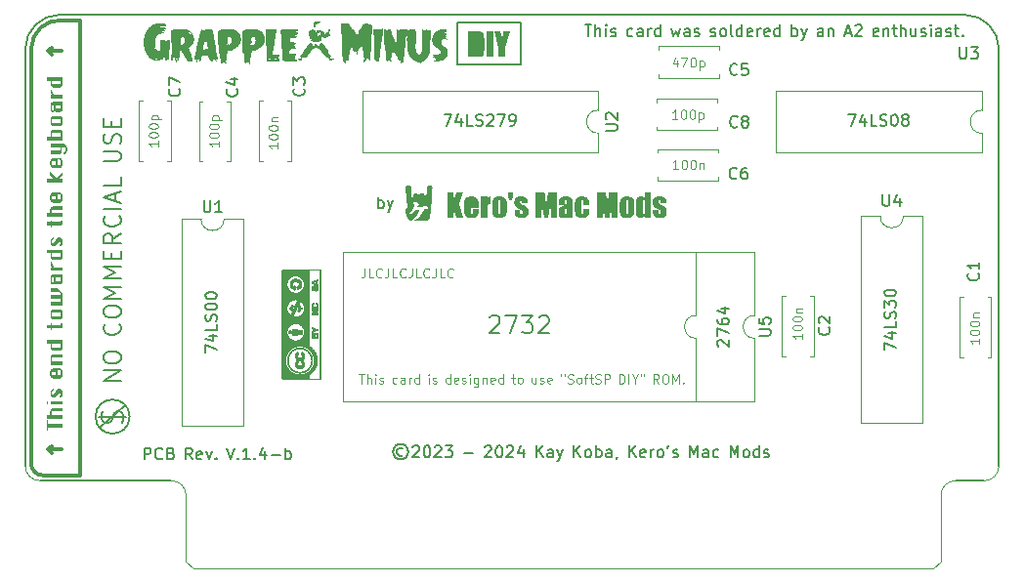
<source format=gto>
G04 #@! TF.GenerationSoftware,KiCad,Pcbnew,(7.0.0-0)*
G04 #@! TF.CreationDate,2024-03-05T23:33:03+09:00*
G04 #@! TF.ProjectId,Grappler_Minus_Keros_alldip_GH_1.4,47726170-706c-4657-925f-4d696e75735f,3*
G04 #@! TF.SameCoordinates,Original*
G04 #@! TF.FileFunction,Legend,Top*
G04 #@! TF.FilePolarity,Positive*
%FSLAX46Y46*%
G04 Gerber Fmt 4.6, Leading zero omitted, Abs format (unit mm)*
G04 Created by KiCad (PCBNEW (7.0.0-0)) date 2024-03-05 23:33:03*
%MOMM*%
%LPD*%
G01*
G04 APERTURE LIST*
%ADD10C,0.003000*%
%ADD11C,0.300000*%
%ADD12C,0.000000*%
%ADD13C,0.200000*%
%ADD14C,0.100000*%
%ADD15C,0.150000*%
%ADD16C,0.090000*%
%ADD17C,0.120000*%
G04 #@! TA.AperFunction,Profile*
%ADD18C,0.100000*%
G04 #@! TD*
G04 #@! TA.AperFunction,Profile*
%ADD19C,0.150000*%
G04 #@! TD*
G04 APERTURE END LIST*
D10*
G36*
X120316327Y-106529139D02*
G01*
X121466185Y-106529139D01*
X121466185Y-113082048D01*
X121545939Y-113129642D01*
X121622197Y-113182228D01*
X121694732Y-113239582D01*
X121763315Y-113301476D01*
X121827720Y-113367684D01*
X121887718Y-113437981D01*
X121943083Y-113512141D01*
X121993586Y-113589936D01*
X122039000Y-113671142D01*
X122079097Y-113755531D01*
X122113650Y-113842878D01*
X122142431Y-113932957D01*
X122165212Y-114025542D01*
X122181767Y-114120406D01*
X122191866Y-114217323D01*
X122195283Y-114316067D01*
X122194424Y-114365661D01*
X122191868Y-114414825D01*
X122187641Y-114463531D01*
X122181773Y-114511752D01*
X122174292Y-114559458D01*
X122165226Y-114606622D01*
X122154604Y-114653215D01*
X122142453Y-114699209D01*
X122128803Y-114744576D01*
X122113682Y-114789288D01*
X122097118Y-114833316D01*
X122079139Y-114876632D01*
X122059774Y-114919208D01*
X122039051Y-114961015D01*
X122016999Y-115002025D01*
X121993645Y-115042211D01*
X121969019Y-115081543D01*
X121943149Y-115119994D01*
X121916062Y-115157535D01*
X121887788Y-115194138D01*
X121858354Y-115229775D01*
X121827790Y-115264418D01*
X121796123Y-115298038D01*
X121763382Y-115330606D01*
X121729595Y-115362096D01*
X121694790Y-115392478D01*
X121658997Y-115421724D01*
X121622243Y-115449806D01*
X121584556Y-115476696D01*
X121545965Y-115502366D01*
X121506499Y-115526787D01*
X121466185Y-115549931D01*
X121466185Y-115892826D01*
X119305552Y-115892826D01*
X119300532Y-115892698D01*
X119295577Y-115892320D01*
X119290693Y-115891697D01*
X119285886Y-115890836D01*
X119281162Y-115889743D01*
X119276529Y-115888423D01*
X119271991Y-115886884D01*
X119267555Y-115885131D01*
X119263227Y-115883171D01*
X119259013Y-115881010D01*
X119254920Y-115878653D01*
X119250954Y-115876108D01*
X119247120Y-115873380D01*
X119243426Y-115870476D01*
X119239877Y-115867401D01*
X119236479Y-115864163D01*
X119233239Y-115860766D01*
X119230162Y-115857218D01*
X119227256Y-115853525D01*
X119224526Y-115849692D01*
X119221978Y-115845726D01*
X119219618Y-115841634D01*
X119217453Y-115837420D01*
X119215489Y-115833093D01*
X119213732Y-115828657D01*
X119212189Y-115824119D01*
X119210864Y-115819485D01*
X119209765Y-115814761D01*
X119208898Y-115809954D01*
X119208269Y-115805070D01*
X119207885Y-115800115D01*
X119207750Y-115795095D01*
X119207750Y-114317075D01*
X119437612Y-114317075D01*
X119439018Y-114380842D01*
X119443237Y-114443374D01*
X119450269Y-114504669D01*
X119460114Y-114564729D01*
X119472771Y-114623552D01*
X119488242Y-114681140D01*
X119506526Y-114737493D01*
X119527624Y-114792610D01*
X119551535Y-114846492D01*
X119578259Y-114899138D01*
X119607797Y-114950549D01*
X119640148Y-115000725D01*
X119675314Y-115049666D01*
X119713293Y-115097372D01*
X119754086Y-115143844D01*
X119797694Y-115189080D01*
X119844779Y-115233431D01*
X119892932Y-115274918D01*
X119942153Y-115313543D01*
X119992441Y-115349306D01*
X120043797Y-115382206D01*
X120096220Y-115412245D01*
X120149711Y-115439421D01*
X120204268Y-115463736D01*
X120259891Y-115485190D01*
X120316581Y-115503782D01*
X120374337Y-115519514D01*
X120433160Y-115532384D01*
X120493048Y-115542395D01*
X120554002Y-115549545D01*
X120616021Y-115553834D01*
X120679106Y-115555264D01*
X120742188Y-115553834D01*
X120804152Y-115549545D01*
X120864996Y-115542395D01*
X120924723Y-115532384D01*
X120983331Y-115519514D01*
X121040822Y-115503782D01*
X121097196Y-115485190D01*
X121152454Y-115463736D01*
X121206596Y-115439421D01*
X121259623Y-115412245D01*
X121311535Y-115382206D01*
X121362332Y-115349306D01*
X121412016Y-115313543D01*
X121460586Y-115274918D01*
X121508044Y-115233431D01*
X121554389Y-115189080D01*
X121598735Y-115142765D01*
X121640220Y-115095355D01*
X121678843Y-115046853D01*
X121714606Y-114997258D01*
X121747508Y-114946571D01*
X121777548Y-114894792D01*
X121804728Y-114841921D01*
X121829047Y-114787961D01*
X121850504Y-114732910D01*
X121869101Y-114676769D01*
X121884836Y-114619540D01*
X121897711Y-114561222D01*
X121907724Y-114501816D01*
X121914877Y-114441322D01*
X121919169Y-114379742D01*
X121920599Y-114317075D01*
X121919156Y-114253597D01*
X121914829Y-114191188D01*
X121907616Y-114129847D01*
X121897517Y-114069573D01*
X121884534Y-114010367D01*
X121868665Y-113952228D01*
X121849911Y-113895157D01*
X121828272Y-113839152D01*
X121803748Y-113784214D01*
X121776338Y-113730343D01*
X121746043Y-113677538D01*
X121712863Y-113625799D01*
X121676798Y-113575126D01*
X121637848Y-113525520D01*
X121596012Y-113476979D01*
X121551291Y-113429503D01*
X121506784Y-113386642D01*
X121460945Y-113346548D01*
X121413772Y-113309221D01*
X121365266Y-113274661D01*
X121315426Y-113242868D01*
X121264252Y-113213841D01*
X121211744Y-113187580D01*
X121157902Y-113164085D01*
X121102725Y-113143355D01*
X121046214Y-113125390D01*
X120988368Y-113110190D01*
X120929186Y-113097754D01*
X120868669Y-113088082D01*
X120806817Y-113081174D01*
X120743629Y-113077030D01*
X120679106Y-113075648D01*
X120614558Y-113077055D01*
X120551272Y-113081277D01*
X120489247Y-113088312D01*
X120428484Y-113098161D01*
X120368983Y-113110822D01*
X120310742Y-113126296D01*
X120253763Y-113144582D01*
X120198046Y-113165680D01*
X120143589Y-113189590D01*
X120090393Y-113216310D01*
X120038458Y-113245840D01*
X119987784Y-113278181D01*
X119938371Y-113313331D01*
X119890218Y-113351291D01*
X119843326Y-113392059D01*
X119797694Y-113435636D01*
X119754086Y-113481283D01*
X119713293Y-113528186D01*
X119675314Y-113576346D01*
X119640148Y-113625763D01*
X119607797Y-113676439D01*
X119578259Y-113728373D01*
X119551535Y-113781566D01*
X119527624Y-113836020D01*
X119506526Y-113891734D01*
X119488242Y-113948708D01*
X119472771Y-114006945D01*
X119460114Y-114066444D01*
X119450269Y-114127206D01*
X119443237Y-114189231D01*
X119439018Y-114252520D01*
X119437612Y-114317075D01*
X119207750Y-114317075D01*
X119207750Y-111866800D01*
X119396491Y-111866800D01*
X119397534Y-111914144D01*
X119400662Y-111960571D01*
X119405875Y-112006080D01*
X119413173Y-112050672D01*
X119422556Y-112094346D01*
X119434025Y-112137103D01*
X119447579Y-112178942D01*
X119463218Y-112219864D01*
X119480942Y-112259867D01*
X119500751Y-112298953D01*
X119522646Y-112337120D01*
X119546626Y-112374369D01*
X119572690Y-112410700D01*
X119600840Y-112446112D01*
X119631076Y-112480606D01*
X119663396Y-112514181D01*
X119698294Y-112547094D01*
X119733985Y-112577886D01*
X119770469Y-112606557D01*
X119807745Y-112633106D01*
X119845813Y-112657533D01*
X119884673Y-112679839D01*
X119924325Y-112700021D01*
X119964768Y-112718081D01*
X120006002Y-112734017D01*
X120048027Y-112747829D01*
X120090843Y-112759518D01*
X120134450Y-112769082D01*
X120178847Y-112776521D01*
X120224033Y-112781836D01*
X120270010Y-112785024D01*
X120316776Y-112786087D01*
X120363525Y-112785024D01*
X120409449Y-112781836D01*
X120454547Y-112776521D01*
X120498821Y-112769082D01*
X120542270Y-112759518D01*
X120584892Y-112747829D01*
X120626689Y-112734017D01*
X120667660Y-112718081D01*
X120679106Y-112712932D01*
X120707805Y-112700021D01*
X120747123Y-112679839D01*
X120785614Y-112657533D01*
X120823278Y-112633106D01*
X120860115Y-112606557D01*
X120896124Y-112577886D01*
X120931306Y-112547094D01*
X120965660Y-112514181D01*
X120998526Y-112479802D01*
X121029273Y-112444611D01*
X121057901Y-112408610D01*
X121084410Y-112371796D01*
X121108800Y-112334172D01*
X121131070Y-112295737D01*
X121151220Y-112256491D01*
X121169250Y-112216434D01*
X121185160Y-112175566D01*
X121198949Y-112133888D01*
X121210617Y-112091399D01*
X121220165Y-112048100D01*
X121227591Y-112003991D01*
X121232896Y-111959071D01*
X121236079Y-111913342D01*
X121237140Y-111866802D01*
X121236070Y-111819677D01*
X121232862Y-111773343D01*
X121227515Y-111727800D01*
X121220029Y-111683050D01*
X121210405Y-111639091D01*
X121198641Y-111595923D01*
X121184739Y-111553548D01*
X121168698Y-111511965D01*
X121150518Y-111471174D01*
X121130200Y-111431175D01*
X121107742Y-111391969D01*
X121083146Y-111353556D01*
X121056411Y-111315935D01*
X121027537Y-111279106D01*
X120996524Y-111243071D01*
X120963373Y-111207829D01*
X120930374Y-111176021D01*
X120896388Y-111146267D01*
X120861414Y-111118567D01*
X120825452Y-111092920D01*
X120788502Y-111069326D01*
X120750564Y-111047785D01*
X120711637Y-111028297D01*
X120671722Y-111010861D01*
X120630818Y-110995477D01*
X120588924Y-110982145D01*
X120546041Y-110970865D01*
X120502168Y-110961636D01*
X120457306Y-110954459D01*
X120411453Y-110949332D01*
X120364610Y-110946256D01*
X120316776Y-110945231D01*
X120268929Y-110946275D01*
X120222018Y-110949406D01*
X120176042Y-110954624D01*
X120131000Y-110961931D01*
X120086894Y-110971325D01*
X120043723Y-110982806D01*
X120001486Y-110996376D01*
X119960183Y-111012034D01*
X119919816Y-111029780D01*
X119880382Y-111049614D01*
X119841883Y-111071537D01*
X119804318Y-111095549D01*
X119767687Y-111121649D01*
X119731989Y-111149838D01*
X119697226Y-111180115D01*
X119663396Y-111212482D01*
X119631076Y-111246360D01*
X119600840Y-111281172D01*
X119572690Y-111316918D01*
X119546626Y-111353599D01*
X119522646Y-111391215D01*
X119500751Y-111429767D01*
X119480942Y-111469254D01*
X119463218Y-111509677D01*
X119447579Y-111551036D01*
X119434025Y-111593333D01*
X119422556Y-111636566D01*
X119413173Y-111680737D01*
X119405875Y-111725845D01*
X119400662Y-111771892D01*
X119397534Y-111818877D01*
X119396491Y-111866800D01*
X119207750Y-111866800D01*
X119207750Y-109795917D01*
X119396023Y-109795917D01*
X119397050Y-109843257D01*
X119400165Y-109889682D01*
X119405368Y-109935189D01*
X119412658Y-109979781D01*
X119422035Y-110023455D01*
X119433499Y-110066212D01*
X119447050Y-110108051D01*
X119462687Y-110148972D01*
X119480410Y-110188976D01*
X119500219Y-110228060D01*
X119522113Y-110266227D01*
X119546093Y-110303474D01*
X119572158Y-110339803D01*
X119600307Y-110375212D01*
X119630541Y-110409701D01*
X119662859Y-110443270D01*
X119697769Y-110476200D01*
X119733471Y-110507004D01*
X119769966Y-110535685D01*
X119807253Y-110562240D01*
X119845331Y-110586672D01*
X119884201Y-110608978D01*
X119923863Y-110629161D01*
X119964315Y-110647219D01*
X120005558Y-110663152D01*
X120047592Y-110676961D01*
X120090416Y-110688646D01*
X120134030Y-110698206D01*
X120178433Y-110705641D01*
X120223626Y-110710953D01*
X120269608Y-110714139D01*
X120316380Y-110715202D01*
X120316776Y-110715193D01*
X120363133Y-110714139D01*
X120409060Y-110710953D01*
X120454163Y-110705641D01*
X120498440Y-110698206D01*
X120541890Y-110688646D01*
X120584514Y-110676961D01*
X120626310Y-110663152D01*
X120667280Y-110647219D01*
X120707421Y-110629161D01*
X120746734Y-110608978D01*
X120785219Y-110586672D01*
X120822874Y-110562240D01*
X120859700Y-110535685D01*
X120895696Y-110507004D01*
X120930862Y-110476200D01*
X120965197Y-110443270D01*
X120998074Y-110408890D01*
X121028830Y-110373698D01*
X121057467Y-110337695D01*
X121083983Y-110300880D01*
X121108378Y-110263254D01*
X121130653Y-110224818D01*
X121150807Y-110185570D01*
X121168840Y-110145513D01*
X121184752Y-110104646D01*
X121198543Y-110062969D01*
X121210213Y-110020482D01*
X121219761Y-109977186D01*
X121227187Y-109933082D01*
X121232492Y-109888168D01*
X121235675Y-109842446D01*
X121236736Y-109795917D01*
X121235667Y-109748802D01*
X121232458Y-109702478D01*
X121227111Y-109656945D01*
X121219624Y-109612203D01*
X121209998Y-109568250D01*
X121198233Y-109525088D01*
X121184329Y-109482716D01*
X121168286Y-109441134D01*
X121150104Y-109400341D01*
X121129783Y-109360339D01*
X121107323Y-109321125D01*
X121082724Y-109282701D01*
X121055985Y-109245067D01*
X121027108Y-109208221D01*
X120996091Y-109172165D01*
X120962936Y-109136897D01*
X120929930Y-109105102D01*
X120895936Y-109075359D01*
X120860955Y-109047668D01*
X120824986Y-109022030D01*
X120788029Y-108998443D01*
X120750086Y-108976908D01*
X120711155Y-108957425D01*
X120671237Y-108939993D01*
X120630333Y-108924612D01*
X120588441Y-108911283D01*
X120545563Y-108900005D01*
X120501699Y-108890777D01*
X120456848Y-108883601D01*
X120411011Y-108878475D01*
X120364188Y-108875399D01*
X120316380Y-108874374D01*
X120268528Y-108875417D01*
X120221612Y-108878547D01*
X120175630Y-108883764D01*
X120130583Y-108891067D01*
X120086470Y-108900459D01*
X120043291Y-108911937D01*
X120001047Y-108925504D01*
X119959736Y-108941158D01*
X119919359Y-108958902D01*
X119879916Y-108978733D01*
X119841407Y-109000654D01*
X119803831Y-109024664D01*
X119767188Y-109050763D01*
X119731479Y-109078952D01*
X119696702Y-109109232D01*
X119662859Y-109141601D01*
X119630557Y-109175467D01*
X119600337Y-109210270D01*
X119572199Y-109246010D01*
X119546144Y-109282688D01*
X119522171Y-109320302D01*
X119500282Y-109358854D01*
X119480477Y-109398343D01*
X119462755Y-109438770D01*
X119447117Y-109480133D01*
X119433563Y-109522434D01*
X119422094Y-109565671D01*
X119412709Y-109609846D01*
X119405409Y-109654958D01*
X119400195Y-109701007D01*
X119397066Y-109747993D01*
X119396023Y-109795917D01*
X119207750Y-109795917D01*
X119207750Y-107724868D01*
X119396042Y-107724868D01*
X119397085Y-107772211D01*
X119400213Y-107818638D01*
X119405426Y-107864149D01*
X119412724Y-107908743D01*
X119422107Y-107952422D01*
X119433574Y-107995183D01*
X119447126Y-108037027D01*
X119462763Y-108077953D01*
X119480483Y-108117961D01*
X119500288Y-108157051D01*
X119522177Y-108195222D01*
X119546150Y-108232474D01*
X119572206Y-108268806D01*
X119600346Y-108304219D01*
X119630569Y-108338711D01*
X119662875Y-108372283D01*
X119697784Y-108405202D01*
X119733485Y-108436000D01*
X119769978Y-108464675D01*
X119807263Y-108491228D01*
X119845340Y-108515659D01*
X119884209Y-108537967D01*
X119923869Y-108558152D01*
X119964319Y-108576213D01*
X120005561Y-108592151D01*
X120047593Y-108605964D01*
X120090416Y-108617653D01*
X120134029Y-108627218D01*
X120178431Y-108634657D01*
X120223624Y-108639972D01*
X120269606Y-108643160D01*
X120316377Y-108644223D01*
X120316380Y-108644223D01*
X120363121Y-108643160D01*
X120409041Y-108639972D01*
X120454134Y-108634657D01*
X120498403Y-108627218D01*
X120541846Y-108617654D01*
X120584464Y-108605965D01*
X120626256Y-108592151D01*
X120667221Y-108576214D01*
X120707361Y-108558153D01*
X120746675Y-108537968D01*
X120785162Y-108515660D01*
X120822822Y-108491229D01*
X120859656Y-108464676D01*
X120895663Y-108436000D01*
X120930843Y-108405202D01*
X120965196Y-108372283D01*
X120998067Y-108337905D01*
X121028819Y-108302714D01*
X121057452Y-108266710D01*
X121083965Y-108229894D01*
X121108358Y-108192266D01*
X121130631Y-108153826D01*
X121150784Y-108114575D01*
X121168817Y-108074513D01*
X121184728Y-108033641D01*
X121198519Y-107991958D01*
X121210189Y-107949466D01*
X121219738Y-107906164D01*
X121227165Y-107862053D01*
X121232470Y-107817133D01*
X121235653Y-107771405D01*
X121236715Y-107724868D01*
X121235645Y-107677750D01*
X121232435Y-107631422D01*
X121227086Y-107585885D01*
X121219598Y-107541139D01*
X121209971Y-107497183D01*
X121198205Y-107454019D01*
X121184300Y-107411646D01*
X121168256Y-107370064D01*
X121150073Y-107329274D01*
X121129753Y-107289276D01*
X121107294Y-107250069D01*
X121082697Y-107211654D01*
X121055962Y-107174032D01*
X121027089Y-107137202D01*
X120996078Y-107101164D01*
X120962930Y-107065919D01*
X120929921Y-107034128D01*
X120895924Y-107004385D01*
X120860941Y-106976692D01*
X120824971Y-106951049D01*
X120788014Y-106927455D01*
X120750070Y-106905911D01*
X120711139Y-106886418D01*
X120671220Y-106868975D01*
X120630315Y-106853584D01*
X120588422Y-106840243D01*
X120545542Y-106828955D01*
X120501674Y-106819718D01*
X120456819Y-106812533D01*
X120410976Y-106807400D01*
X120364146Y-106804321D01*
X120316327Y-106803294D01*
X120268482Y-106804337D01*
X120221569Y-106807466D01*
X120175588Y-106812681D01*
X120130541Y-106819984D01*
X120086427Y-106829374D01*
X120043246Y-106840851D01*
X120000999Y-106854417D01*
X119959686Y-106870072D01*
X119919306Y-106887815D01*
X119879862Y-106907648D01*
X119841351Y-106929572D01*
X119803776Y-106953585D01*
X119767135Y-106979690D01*
X119731430Y-107007885D01*
X119696660Y-107038173D01*
X119662826Y-107070553D01*
X119630519Y-107104419D01*
X119600296Y-107139224D01*
X119572157Y-107174967D01*
X119546101Y-107211648D01*
X119522129Y-107249265D01*
X119500241Y-107287821D01*
X119480438Y-107327313D01*
X119462719Y-107367741D01*
X119447085Y-107409107D01*
X119433537Y-107451408D01*
X119422073Y-107494646D01*
X119412695Y-107538820D01*
X119405403Y-107583929D01*
X119400196Y-107629973D01*
X119397076Y-107676953D01*
X119396042Y-107724868D01*
X119207750Y-107724868D01*
X119207750Y-106626796D01*
X119207877Y-106621775D01*
X119208256Y-106616820D01*
X119208878Y-106611937D01*
X119209740Y-106607131D01*
X119210833Y-106602409D01*
X119212153Y-106597777D01*
X119213692Y-106593241D01*
X119215445Y-106588807D01*
X119217405Y-106584482D01*
X119219567Y-106580272D01*
X119221924Y-106576183D01*
X119224470Y-106572220D01*
X119227199Y-106568391D01*
X119230104Y-106564701D01*
X119233180Y-106561156D01*
X119236420Y-106557764D01*
X119239818Y-106554529D01*
X119243368Y-106551458D01*
X119247063Y-106548557D01*
X119250899Y-106545833D01*
X119254867Y-106543291D01*
X119258963Y-106540937D01*
X119263179Y-106538779D01*
X119267510Y-106536822D01*
X119271950Y-106535072D01*
X119276493Y-106533535D01*
X119281131Y-106532217D01*
X119285860Y-106531126D01*
X119290672Y-106530266D01*
X119295563Y-106529644D01*
X119300525Y-106529267D01*
X119305552Y-106529139D01*
X120316327Y-106529139D01*
G37*
X120316327Y-106529139D02*
X121466185Y-106529139D01*
X121466185Y-113082048D01*
X121545939Y-113129642D01*
X121622197Y-113182228D01*
X121694732Y-113239582D01*
X121763315Y-113301476D01*
X121827720Y-113367684D01*
X121887718Y-113437981D01*
X121943083Y-113512141D01*
X121993586Y-113589936D01*
X122039000Y-113671142D01*
X122079097Y-113755531D01*
X122113650Y-113842878D01*
X122142431Y-113932957D01*
X122165212Y-114025542D01*
X122181767Y-114120406D01*
X122191866Y-114217323D01*
X122195283Y-114316067D01*
X122194424Y-114365661D01*
X122191868Y-114414825D01*
X122187641Y-114463531D01*
X122181773Y-114511752D01*
X122174292Y-114559458D01*
X122165226Y-114606622D01*
X122154604Y-114653215D01*
X122142453Y-114699209D01*
X122128803Y-114744576D01*
X122113682Y-114789288D01*
X122097118Y-114833316D01*
X122079139Y-114876632D01*
X122059774Y-114919208D01*
X122039051Y-114961015D01*
X122016999Y-115002025D01*
X121993645Y-115042211D01*
X121969019Y-115081543D01*
X121943149Y-115119994D01*
X121916062Y-115157535D01*
X121887788Y-115194138D01*
X121858354Y-115229775D01*
X121827790Y-115264418D01*
X121796123Y-115298038D01*
X121763382Y-115330606D01*
X121729595Y-115362096D01*
X121694790Y-115392478D01*
X121658997Y-115421724D01*
X121622243Y-115449806D01*
X121584556Y-115476696D01*
X121545965Y-115502366D01*
X121506499Y-115526787D01*
X121466185Y-115549931D01*
X121466185Y-115892826D01*
X119305552Y-115892826D01*
X119300532Y-115892698D01*
X119295577Y-115892320D01*
X119290693Y-115891697D01*
X119285886Y-115890836D01*
X119281162Y-115889743D01*
X119276529Y-115888423D01*
X119271991Y-115886884D01*
X119267555Y-115885131D01*
X119263227Y-115883171D01*
X119259013Y-115881010D01*
X119254920Y-115878653D01*
X119250954Y-115876108D01*
X119247120Y-115873380D01*
X119243426Y-115870476D01*
X119239877Y-115867401D01*
X119236479Y-115864163D01*
X119233239Y-115860766D01*
X119230162Y-115857218D01*
X119227256Y-115853525D01*
X119224526Y-115849692D01*
X119221978Y-115845726D01*
X119219618Y-115841634D01*
X119217453Y-115837420D01*
X119215489Y-115833093D01*
X119213732Y-115828657D01*
X119212189Y-115824119D01*
X119210864Y-115819485D01*
X119209765Y-115814761D01*
X119208898Y-115809954D01*
X119208269Y-115805070D01*
X119207885Y-115800115D01*
X119207750Y-115795095D01*
X119207750Y-114317075D01*
X119437612Y-114317075D01*
X119439018Y-114380842D01*
X119443237Y-114443374D01*
X119450269Y-114504669D01*
X119460114Y-114564729D01*
X119472771Y-114623552D01*
X119488242Y-114681140D01*
X119506526Y-114737493D01*
X119527624Y-114792610D01*
X119551535Y-114846492D01*
X119578259Y-114899138D01*
X119607797Y-114950549D01*
X119640148Y-115000725D01*
X119675314Y-115049666D01*
X119713293Y-115097372D01*
X119754086Y-115143844D01*
X119797694Y-115189080D01*
X119844779Y-115233431D01*
X119892932Y-115274918D01*
X119942153Y-115313543D01*
X119992441Y-115349306D01*
X120043797Y-115382206D01*
X120096220Y-115412245D01*
X120149711Y-115439421D01*
X120204268Y-115463736D01*
X120259891Y-115485190D01*
X120316581Y-115503782D01*
X120374337Y-115519514D01*
X120433160Y-115532384D01*
X120493048Y-115542395D01*
X120554002Y-115549545D01*
X120616021Y-115553834D01*
X120679106Y-115555264D01*
X120742188Y-115553834D01*
X120804152Y-115549545D01*
X120864996Y-115542395D01*
X120924723Y-115532384D01*
X120983331Y-115519514D01*
X121040822Y-115503782D01*
X121097196Y-115485190D01*
X121152454Y-115463736D01*
X121206596Y-115439421D01*
X121259623Y-115412245D01*
X121311535Y-115382206D01*
X121362332Y-115349306D01*
X121412016Y-115313543D01*
X121460586Y-115274918D01*
X121508044Y-115233431D01*
X121554389Y-115189080D01*
X121598735Y-115142765D01*
X121640220Y-115095355D01*
X121678843Y-115046853D01*
X121714606Y-114997258D01*
X121747508Y-114946571D01*
X121777548Y-114894792D01*
X121804728Y-114841921D01*
X121829047Y-114787961D01*
X121850504Y-114732910D01*
X121869101Y-114676769D01*
X121884836Y-114619540D01*
X121897711Y-114561222D01*
X121907724Y-114501816D01*
X121914877Y-114441322D01*
X121919169Y-114379742D01*
X121920599Y-114317075D01*
X121919156Y-114253597D01*
X121914829Y-114191188D01*
X121907616Y-114129847D01*
X121897517Y-114069573D01*
X121884534Y-114010367D01*
X121868665Y-113952228D01*
X121849911Y-113895157D01*
X121828272Y-113839152D01*
X121803748Y-113784214D01*
X121776338Y-113730343D01*
X121746043Y-113677538D01*
X121712863Y-113625799D01*
X121676798Y-113575126D01*
X121637848Y-113525520D01*
X121596012Y-113476979D01*
X121551291Y-113429503D01*
X121506784Y-113386642D01*
X121460945Y-113346548D01*
X121413772Y-113309221D01*
X121365266Y-113274661D01*
X121315426Y-113242868D01*
X121264252Y-113213841D01*
X121211744Y-113187580D01*
X121157902Y-113164085D01*
X121102725Y-113143355D01*
X121046214Y-113125390D01*
X120988368Y-113110190D01*
X120929186Y-113097754D01*
X120868669Y-113088082D01*
X120806817Y-113081174D01*
X120743629Y-113077030D01*
X120679106Y-113075648D01*
X120614558Y-113077055D01*
X120551272Y-113081277D01*
X120489247Y-113088312D01*
X120428484Y-113098161D01*
X120368983Y-113110822D01*
X120310742Y-113126296D01*
X120253763Y-113144582D01*
X120198046Y-113165680D01*
X120143589Y-113189590D01*
X120090393Y-113216310D01*
X120038458Y-113245840D01*
X119987784Y-113278181D01*
X119938371Y-113313331D01*
X119890218Y-113351291D01*
X119843326Y-113392059D01*
X119797694Y-113435636D01*
X119754086Y-113481283D01*
X119713293Y-113528186D01*
X119675314Y-113576346D01*
X119640148Y-113625763D01*
X119607797Y-113676439D01*
X119578259Y-113728373D01*
X119551535Y-113781566D01*
X119527624Y-113836020D01*
X119506526Y-113891734D01*
X119488242Y-113948708D01*
X119472771Y-114006945D01*
X119460114Y-114066444D01*
X119450269Y-114127206D01*
X119443237Y-114189231D01*
X119439018Y-114252520D01*
X119437612Y-114317075D01*
X119207750Y-114317075D01*
X119207750Y-111866800D01*
X119396491Y-111866800D01*
X119397534Y-111914144D01*
X119400662Y-111960571D01*
X119405875Y-112006080D01*
X119413173Y-112050672D01*
X119422556Y-112094346D01*
X119434025Y-112137103D01*
X119447579Y-112178942D01*
X119463218Y-112219864D01*
X119480942Y-112259867D01*
X119500751Y-112298953D01*
X119522646Y-112337120D01*
X119546626Y-112374369D01*
X119572690Y-112410700D01*
X119600840Y-112446112D01*
X119631076Y-112480606D01*
X119663396Y-112514181D01*
X119698294Y-112547094D01*
X119733985Y-112577886D01*
X119770469Y-112606557D01*
X119807745Y-112633106D01*
X119845813Y-112657533D01*
X119884673Y-112679839D01*
X119924325Y-112700021D01*
X119964768Y-112718081D01*
X120006002Y-112734017D01*
X120048027Y-112747829D01*
X120090843Y-112759518D01*
X120134450Y-112769082D01*
X120178847Y-112776521D01*
X120224033Y-112781836D01*
X120270010Y-112785024D01*
X120316776Y-112786087D01*
X120363525Y-112785024D01*
X120409449Y-112781836D01*
X120454547Y-112776521D01*
X120498821Y-112769082D01*
X120542270Y-112759518D01*
X120584892Y-112747829D01*
X120626689Y-112734017D01*
X120667660Y-112718081D01*
X120679106Y-112712932D01*
X120707805Y-112700021D01*
X120747123Y-112679839D01*
X120785614Y-112657533D01*
X120823278Y-112633106D01*
X120860115Y-112606557D01*
X120896124Y-112577886D01*
X120931306Y-112547094D01*
X120965660Y-112514181D01*
X120998526Y-112479802D01*
X121029273Y-112444611D01*
X121057901Y-112408610D01*
X121084410Y-112371796D01*
X121108800Y-112334172D01*
X121131070Y-112295737D01*
X121151220Y-112256491D01*
X121169250Y-112216434D01*
X121185160Y-112175566D01*
X121198949Y-112133888D01*
X121210617Y-112091399D01*
X121220165Y-112048100D01*
X121227591Y-112003991D01*
X121232896Y-111959071D01*
X121236079Y-111913342D01*
X121237140Y-111866802D01*
X121236070Y-111819677D01*
X121232862Y-111773343D01*
X121227515Y-111727800D01*
X121220029Y-111683050D01*
X121210405Y-111639091D01*
X121198641Y-111595923D01*
X121184739Y-111553548D01*
X121168698Y-111511965D01*
X121150518Y-111471174D01*
X121130200Y-111431175D01*
X121107742Y-111391969D01*
X121083146Y-111353556D01*
X121056411Y-111315935D01*
X121027537Y-111279106D01*
X120996524Y-111243071D01*
X120963373Y-111207829D01*
X120930374Y-111176021D01*
X120896388Y-111146267D01*
X120861414Y-111118567D01*
X120825452Y-111092920D01*
X120788502Y-111069326D01*
X120750564Y-111047785D01*
X120711637Y-111028297D01*
X120671722Y-111010861D01*
X120630818Y-110995477D01*
X120588924Y-110982145D01*
X120546041Y-110970865D01*
X120502168Y-110961636D01*
X120457306Y-110954459D01*
X120411453Y-110949332D01*
X120364610Y-110946256D01*
X120316776Y-110945231D01*
X120268929Y-110946275D01*
X120222018Y-110949406D01*
X120176042Y-110954624D01*
X120131000Y-110961931D01*
X120086894Y-110971325D01*
X120043723Y-110982806D01*
X120001486Y-110996376D01*
X119960183Y-111012034D01*
X119919816Y-111029780D01*
X119880382Y-111049614D01*
X119841883Y-111071537D01*
X119804318Y-111095549D01*
X119767687Y-111121649D01*
X119731989Y-111149838D01*
X119697226Y-111180115D01*
X119663396Y-111212482D01*
X119631076Y-111246360D01*
X119600840Y-111281172D01*
X119572690Y-111316918D01*
X119546626Y-111353599D01*
X119522646Y-111391215D01*
X119500751Y-111429767D01*
X119480942Y-111469254D01*
X119463218Y-111509677D01*
X119447579Y-111551036D01*
X119434025Y-111593333D01*
X119422556Y-111636566D01*
X119413173Y-111680737D01*
X119405875Y-111725845D01*
X119400662Y-111771892D01*
X119397534Y-111818877D01*
X119396491Y-111866800D01*
X119207750Y-111866800D01*
X119207750Y-109795917D01*
X119396023Y-109795917D01*
X119397050Y-109843257D01*
X119400165Y-109889682D01*
X119405368Y-109935189D01*
X119412658Y-109979781D01*
X119422035Y-110023455D01*
X119433499Y-110066212D01*
X119447050Y-110108051D01*
X119462687Y-110148972D01*
X119480410Y-110188976D01*
X119500219Y-110228060D01*
X119522113Y-110266227D01*
X119546093Y-110303474D01*
X119572158Y-110339803D01*
X119600307Y-110375212D01*
X119630541Y-110409701D01*
X119662859Y-110443270D01*
X119697769Y-110476200D01*
X119733471Y-110507004D01*
X119769966Y-110535685D01*
X119807253Y-110562240D01*
X119845331Y-110586672D01*
X119884201Y-110608978D01*
X119923863Y-110629161D01*
X119964315Y-110647219D01*
X120005558Y-110663152D01*
X120047592Y-110676961D01*
X120090416Y-110688646D01*
X120134030Y-110698206D01*
X120178433Y-110705641D01*
X120223626Y-110710953D01*
X120269608Y-110714139D01*
X120316380Y-110715202D01*
X120316776Y-110715193D01*
X120363133Y-110714139D01*
X120409060Y-110710953D01*
X120454163Y-110705641D01*
X120498440Y-110698206D01*
X120541890Y-110688646D01*
X120584514Y-110676961D01*
X120626310Y-110663152D01*
X120667280Y-110647219D01*
X120707421Y-110629161D01*
X120746734Y-110608978D01*
X120785219Y-110586672D01*
X120822874Y-110562240D01*
X120859700Y-110535685D01*
X120895696Y-110507004D01*
X120930862Y-110476200D01*
X120965197Y-110443270D01*
X120998074Y-110408890D01*
X121028830Y-110373698D01*
X121057467Y-110337695D01*
X121083983Y-110300880D01*
X121108378Y-110263254D01*
X121130653Y-110224818D01*
X121150807Y-110185570D01*
X121168840Y-110145513D01*
X121184752Y-110104646D01*
X121198543Y-110062969D01*
X121210213Y-110020482D01*
X121219761Y-109977186D01*
X121227187Y-109933082D01*
X121232492Y-109888168D01*
X121235675Y-109842446D01*
X121236736Y-109795917D01*
X121235667Y-109748802D01*
X121232458Y-109702478D01*
X121227111Y-109656945D01*
X121219624Y-109612203D01*
X121209998Y-109568250D01*
X121198233Y-109525088D01*
X121184329Y-109482716D01*
X121168286Y-109441134D01*
X121150104Y-109400341D01*
X121129783Y-109360339D01*
X121107323Y-109321125D01*
X121082724Y-109282701D01*
X121055985Y-109245067D01*
X121027108Y-109208221D01*
X120996091Y-109172165D01*
X120962936Y-109136897D01*
X120929930Y-109105102D01*
X120895936Y-109075359D01*
X120860955Y-109047668D01*
X120824986Y-109022030D01*
X120788029Y-108998443D01*
X120750086Y-108976908D01*
X120711155Y-108957425D01*
X120671237Y-108939993D01*
X120630333Y-108924612D01*
X120588441Y-108911283D01*
X120545563Y-108900005D01*
X120501699Y-108890777D01*
X120456848Y-108883601D01*
X120411011Y-108878475D01*
X120364188Y-108875399D01*
X120316380Y-108874374D01*
X120268528Y-108875417D01*
X120221612Y-108878547D01*
X120175630Y-108883764D01*
X120130583Y-108891067D01*
X120086470Y-108900459D01*
X120043291Y-108911937D01*
X120001047Y-108925504D01*
X119959736Y-108941158D01*
X119919359Y-108958902D01*
X119879916Y-108978733D01*
X119841407Y-109000654D01*
X119803831Y-109024664D01*
X119767188Y-109050763D01*
X119731479Y-109078952D01*
X119696702Y-109109232D01*
X119662859Y-109141601D01*
X119630557Y-109175467D01*
X119600337Y-109210270D01*
X119572199Y-109246010D01*
X119546144Y-109282688D01*
X119522171Y-109320302D01*
X119500282Y-109358854D01*
X119480477Y-109398343D01*
X119462755Y-109438770D01*
X119447117Y-109480133D01*
X119433563Y-109522434D01*
X119422094Y-109565671D01*
X119412709Y-109609846D01*
X119405409Y-109654958D01*
X119400195Y-109701007D01*
X119397066Y-109747993D01*
X119396023Y-109795917D01*
X119207750Y-109795917D01*
X119207750Y-107724868D01*
X119396042Y-107724868D01*
X119397085Y-107772211D01*
X119400213Y-107818638D01*
X119405426Y-107864149D01*
X119412724Y-107908743D01*
X119422107Y-107952422D01*
X119433574Y-107995183D01*
X119447126Y-108037027D01*
X119462763Y-108077953D01*
X119480483Y-108117961D01*
X119500288Y-108157051D01*
X119522177Y-108195222D01*
X119546150Y-108232474D01*
X119572206Y-108268806D01*
X119600346Y-108304219D01*
X119630569Y-108338711D01*
X119662875Y-108372283D01*
X119697784Y-108405202D01*
X119733485Y-108436000D01*
X119769978Y-108464675D01*
X119807263Y-108491228D01*
X119845340Y-108515659D01*
X119884209Y-108537967D01*
X119923869Y-108558152D01*
X119964319Y-108576213D01*
X120005561Y-108592151D01*
X120047593Y-108605964D01*
X120090416Y-108617653D01*
X120134029Y-108627218D01*
X120178431Y-108634657D01*
X120223624Y-108639972D01*
X120269606Y-108643160D01*
X120316377Y-108644223D01*
X120316380Y-108644223D01*
X120363121Y-108643160D01*
X120409041Y-108639972D01*
X120454134Y-108634657D01*
X120498403Y-108627218D01*
X120541846Y-108617654D01*
X120584464Y-108605965D01*
X120626256Y-108592151D01*
X120667221Y-108576214D01*
X120707361Y-108558153D01*
X120746675Y-108537968D01*
X120785162Y-108515660D01*
X120822822Y-108491229D01*
X120859656Y-108464676D01*
X120895663Y-108436000D01*
X120930843Y-108405202D01*
X120965196Y-108372283D01*
X120998067Y-108337905D01*
X121028819Y-108302714D01*
X121057452Y-108266710D01*
X121083965Y-108229894D01*
X121108358Y-108192266D01*
X121130631Y-108153826D01*
X121150784Y-108114575D01*
X121168817Y-108074513D01*
X121184728Y-108033641D01*
X121198519Y-107991958D01*
X121210189Y-107949466D01*
X121219738Y-107906164D01*
X121227165Y-107862053D01*
X121232470Y-107817133D01*
X121235653Y-107771405D01*
X121236715Y-107724868D01*
X121235645Y-107677750D01*
X121232435Y-107631422D01*
X121227086Y-107585885D01*
X121219598Y-107541139D01*
X121209971Y-107497183D01*
X121198205Y-107454019D01*
X121184300Y-107411646D01*
X121168256Y-107370064D01*
X121150073Y-107329274D01*
X121129753Y-107289276D01*
X121107294Y-107250069D01*
X121082697Y-107211654D01*
X121055962Y-107174032D01*
X121027089Y-107137202D01*
X120996078Y-107101164D01*
X120962930Y-107065919D01*
X120929921Y-107034128D01*
X120895924Y-107004385D01*
X120860941Y-106976692D01*
X120824971Y-106951049D01*
X120788014Y-106927455D01*
X120750070Y-106905911D01*
X120711139Y-106886418D01*
X120671220Y-106868975D01*
X120630315Y-106853584D01*
X120588422Y-106840243D01*
X120545542Y-106828955D01*
X120501674Y-106819718D01*
X120456819Y-106812533D01*
X120410976Y-106807400D01*
X120364146Y-106804321D01*
X120316327Y-106803294D01*
X120268482Y-106804337D01*
X120221569Y-106807466D01*
X120175588Y-106812681D01*
X120130541Y-106819984D01*
X120086427Y-106829374D01*
X120043246Y-106840851D01*
X120000999Y-106854417D01*
X119959686Y-106870072D01*
X119919306Y-106887815D01*
X119879862Y-106907648D01*
X119841351Y-106929572D01*
X119803776Y-106953585D01*
X119767135Y-106979690D01*
X119731430Y-107007885D01*
X119696660Y-107038173D01*
X119662826Y-107070553D01*
X119630519Y-107104419D01*
X119600296Y-107139224D01*
X119572157Y-107174967D01*
X119546101Y-107211648D01*
X119522129Y-107249265D01*
X119500241Y-107287821D01*
X119480438Y-107327313D01*
X119462719Y-107367741D01*
X119447085Y-107409107D01*
X119433537Y-107451408D01*
X119422073Y-107494646D01*
X119412695Y-107538820D01*
X119405403Y-107583929D01*
X119400196Y-107629973D01*
X119397076Y-107676953D01*
X119396042Y-107724868D01*
X119207750Y-107724868D01*
X119207750Y-106626796D01*
X119207877Y-106621775D01*
X119208256Y-106616820D01*
X119208878Y-106611937D01*
X119209740Y-106607131D01*
X119210833Y-106602409D01*
X119212153Y-106597777D01*
X119213692Y-106593241D01*
X119215445Y-106588807D01*
X119217405Y-106584482D01*
X119219567Y-106580272D01*
X119221924Y-106576183D01*
X119224470Y-106572220D01*
X119227199Y-106568391D01*
X119230104Y-106564701D01*
X119233180Y-106561156D01*
X119236420Y-106557764D01*
X119239818Y-106554529D01*
X119243368Y-106551458D01*
X119247063Y-106548557D01*
X119250899Y-106545833D01*
X119254867Y-106543291D01*
X119258963Y-106540937D01*
X119263179Y-106538779D01*
X119267510Y-106536822D01*
X119271950Y-106535072D01*
X119276493Y-106533535D01*
X119281131Y-106532217D01*
X119285860Y-106531126D01*
X119290672Y-106530266D01*
X119295563Y-106529644D01*
X119300525Y-106529267D01*
X119305552Y-106529139D01*
X120316327Y-106529139D01*
G36*
X122050552Y-111609018D02*
G01*
X122252229Y-111609018D01*
X122252229Y-111724815D01*
X122047555Y-111724815D01*
X121726700Y-111917681D01*
X121726700Y-111788157D01*
X121934294Y-111665102D01*
X121726701Y-111542680D01*
X121726701Y-111413788D01*
X122050552Y-111609018D01*
G37*
X122050552Y-111609018D02*
X122252229Y-111609018D01*
X122252229Y-111724815D01*
X122047555Y-111724815D01*
X121726700Y-111917681D01*
X121726700Y-111788157D01*
X121934294Y-111665102D01*
X121726701Y-111542680D01*
X121726701Y-111413788D01*
X122050552Y-111609018D01*
G36*
X122055342Y-109320247D02*
G01*
X122061395Y-109320960D01*
X122067373Y-109321784D01*
X122073275Y-109322718D01*
X122079102Y-109323762D01*
X122084854Y-109324916D01*
X122090530Y-109326179D01*
X122096132Y-109327552D01*
X122101659Y-109329034D01*
X122107111Y-109330625D01*
X122112488Y-109332324D01*
X122117791Y-109334132D01*
X122123019Y-109336048D01*
X122128174Y-109338071D01*
X122133253Y-109340203D01*
X122138259Y-109342442D01*
X122143209Y-109344782D01*
X122148061Y-109347218D01*
X122152817Y-109349749D01*
X122157477Y-109352375D01*
X122162042Y-109355095D01*
X122166512Y-109357910D01*
X122170888Y-109360817D01*
X122175172Y-109363818D01*
X122179362Y-109366911D01*
X122183462Y-109370096D01*
X122187470Y-109373372D01*
X122191387Y-109376740D01*
X122195215Y-109380198D01*
X122198954Y-109383746D01*
X122202605Y-109387384D01*
X122206168Y-109391111D01*
X122209635Y-109394910D01*
X122212997Y-109398791D01*
X122216253Y-109402756D01*
X122219404Y-109406803D01*
X122222450Y-109410933D01*
X122225390Y-109415146D01*
X122228225Y-109419441D01*
X122230954Y-109423819D01*
X122233578Y-109428279D01*
X122236097Y-109432820D01*
X122238510Y-109437444D01*
X122240818Y-109442150D01*
X122243021Y-109446938D01*
X122245118Y-109451807D01*
X122247110Y-109456758D01*
X122248996Y-109461790D01*
X122250802Y-109466879D01*
X122252490Y-109472031D01*
X122254062Y-109477246D01*
X122255518Y-109482524D01*
X122256857Y-109487865D01*
X122258080Y-109493269D01*
X122259187Y-109498736D01*
X122260177Y-109504265D01*
X122261050Y-109509858D01*
X122261807Y-109515513D01*
X122262972Y-109527013D01*
X122263671Y-109538764D01*
X122263903Y-109550767D01*
X122263821Y-109558277D01*
X122263574Y-109565694D01*
X122263163Y-109573015D01*
X122262587Y-109580242D01*
X122261847Y-109587375D01*
X122260942Y-109594412D01*
X122259873Y-109601355D01*
X122258639Y-109608202D01*
X122257241Y-109614954D01*
X122255678Y-109621611D01*
X122253950Y-109628173D01*
X122252058Y-109634639D01*
X122250002Y-109641009D01*
X122247781Y-109647283D01*
X122245395Y-109653462D01*
X122242845Y-109659544D01*
X122240164Y-109665506D01*
X122237358Y-109671353D01*
X122234427Y-109677086D01*
X122231371Y-109682702D01*
X122228190Y-109688204D01*
X122224885Y-109693589D01*
X122221455Y-109698859D01*
X122217901Y-109704013D01*
X122214223Y-109709049D01*
X122210422Y-109713970D01*
X122206497Y-109718773D01*
X122202449Y-109723459D01*
X122198279Y-109728028D01*
X122193985Y-109732479D01*
X122189569Y-109736812D01*
X122185031Y-109741027D01*
X122180381Y-109745096D01*
X122175629Y-109749049D01*
X122170776Y-109752887D01*
X122165822Y-109756608D01*
X122160766Y-109760211D01*
X122155610Y-109763697D01*
X122150352Y-109767064D01*
X122144993Y-109770311D01*
X122139534Y-109773438D01*
X122133974Y-109776444D01*
X122128314Y-109779329D01*
X122122553Y-109782092D01*
X122116692Y-109784731D01*
X122110730Y-109787247D01*
X122104669Y-109789639D01*
X122098508Y-109791905D01*
X122092266Y-109794040D01*
X122085963Y-109796038D01*
X122079599Y-109797899D01*
X122073174Y-109799623D01*
X122060138Y-109802659D01*
X122046856Y-109805146D01*
X122033326Y-109807082D01*
X122019547Y-109808465D01*
X122005519Y-109809296D01*
X121991241Y-109809574D01*
X121976648Y-109809296D01*
X121969453Y-109808950D01*
X121962326Y-109808465D01*
X121955265Y-109807842D01*
X121948271Y-109807082D01*
X121941344Y-109806183D01*
X121934482Y-109805146D01*
X121927687Y-109803971D01*
X121920956Y-109802659D01*
X121914290Y-109801210D01*
X121907689Y-109799623D01*
X121901152Y-109797899D01*
X121894679Y-109796038D01*
X121888270Y-109794040D01*
X121881923Y-109791905D01*
X121875673Y-109789625D01*
X121869520Y-109787224D01*
X121863466Y-109784702D01*
X121857512Y-109782058D01*
X121851656Y-109779294D01*
X121845900Y-109776409D01*
X121840244Y-109773405D01*
X121834689Y-109770281D01*
X121829234Y-109767038D01*
X121823881Y-109763676D01*
X121818629Y-109760195D01*
X121813478Y-109756596D01*
X121808430Y-109752880D01*
X121803484Y-109749046D01*
X121798642Y-109745095D01*
X121793902Y-109741027D01*
X121789264Y-109736812D01*
X121784755Y-109732479D01*
X121780374Y-109728029D01*
X121776122Y-109723460D01*
X121771998Y-109718774D01*
X121768002Y-109713971D01*
X121764133Y-109709051D01*
X121760391Y-109704014D01*
X121756776Y-109698861D01*
X121753286Y-109693591D01*
X121749923Y-109688205D01*
X121746686Y-109682704D01*
X121743573Y-109677087D01*
X121740586Y-109671354D01*
X121737723Y-109665507D01*
X121734984Y-109659544D01*
X121732391Y-109653462D01*
X121729967Y-109647283D01*
X121727710Y-109641009D01*
X121725621Y-109634639D01*
X121723700Y-109628173D01*
X121721947Y-109621611D01*
X121720361Y-109614954D01*
X121718943Y-109608202D01*
X121717692Y-109601355D01*
X121716608Y-109594412D01*
X121715691Y-109587375D01*
X121714942Y-109580242D01*
X121714359Y-109573015D01*
X121713942Y-109565694D01*
X121713693Y-109558277D01*
X121713609Y-109550767D01*
X121713805Y-109539985D01*
X121714393Y-109529352D01*
X121715373Y-109518868D01*
X121716744Y-109508535D01*
X121718508Y-109498353D01*
X121720663Y-109488325D01*
X121723211Y-109478450D01*
X121726150Y-109468730D01*
X121727762Y-109463924D01*
X121729463Y-109459179D01*
X121731253Y-109454497D01*
X121733132Y-109449876D01*
X121735101Y-109445319D01*
X121737160Y-109440825D01*
X121739310Y-109436395D01*
X121741549Y-109432029D01*
X121743879Y-109427728D01*
X121746300Y-109423492D01*
X121748812Y-109419322D01*
X121751416Y-109415218D01*
X121754111Y-109411181D01*
X121756897Y-109407210D01*
X121759776Y-109403308D01*
X121762746Y-109399473D01*
X121765778Y-109395684D01*
X121768899Y-109391981D01*
X121772108Y-109388362D01*
X121775407Y-109384828D01*
X121778794Y-109381379D01*
X121782272Y-109378014D01*
X121785838Y-109374733D01*
X121789494Y-109371537D01*
X121793240Y-109368425D01*
X121797075Y-109365397D01*
X121801001Y-109362453D01*
X121805016Y-109359593D01*
X121809121Y-109356816D01*
X121813317Y-109354123D01*
X121817603Y-109351513D01*
X121821980Y-109348986D01*
X121826443Y-109346560D01*
X121830989Y-109344249D01*
X121835618Y-109342055D01*
X121840328Y-109339977D01*
X121845119Y-109338014D01*
X121849991Y-109336167D01*
X121854944Y-109334434D01*
X121859977Y-109332817D01*
X121865089Y-109331314D01*
X121870280Y-109329925D01*
X121875550Y-109328651D01*
X121880898Y-109327491D01*
X121886323Y-109326444D01*
X121891826Y-109325511D01*
X121897405Y-109324691D01*
X121903061Y-109323983D01*
X121903061Y-109435917D01*
X121900588Y-109436316D01*
X121898140Y-109436774D01*
X121895716Y-109437290D01*
X121893316Y-109437865D01*
X121890941Y-109438499D01*
X121888590Y-109439191D01*
X121886264Y-109439940D01*
X121883963Y-109440747D01*
X121881687Y-109441612D01*
X121879437Y-109442533D01*
X121877211Y-109443512D01*
X121875011Y-109444547D01*
X121872836Y-109445638D01*
X121870686Y-109446786D01*
X121868563Y-109447990D01*
X121866465Y-109449249D01*
X121864396Y-109450543D01*
X121862361Y-109451882D01*
X121860358Y-109453263D01*
X121858389Y-109454687D01*
X121856452Y-109456154D01*
X121854548Y-109457663D01*
X121852677Y-109459214D01*
X121850838Y-109460805D01*
X121849031Y-109462438D01*
X121847257Y-109464110D01*
X121845515Y-109465822D01*
X121843805Y-109467574D01*
X121842126Y-109469365D01*
X121840480Y-109471193D01*
X121838865Y-109473060D01*
X121837282Y-109474965D01*
X121834254Y-109478925D01*
X121832800Y-109480948D01*
X121831387Y-109482999D01*
X121830015Y-109485079D01*
X121828684Y-109487189D01*
X121827396Y-109489329D01*
X121826151Y-109491499D01*
X121824949Y-109493700D01*
X121823791Y-109495931D01*
X121822677Y-109498194D01*
X121821609Y-109500488D01*
X121820587Y-109502814D01*
X121819611Y-109505172D01*
X121818682Y-109507563D01*
X121817800Y-109509987D01*
X121816954Y-109512435D01*
X121816162Y-109514897D01*
X121815424Y-109517374D01*
X121814740Y-109519865D01*
X121814110Y-109522370D01*
X121813534Y-109524888D01*
X121813013Y-109527420D01*
X121812545Y-109529965D01*
X121812133Y-109532522D01*
X121811775Y-109535093D01*
X121811471Y-109537676D01*
X121811223Y-109540271D01*
X121811030Y-109542878D01*
X121810891Y-109545497D01*
X121810808Y-109548127D01*
X121810781Y-109550769D01*
X121810840Y-109555605D01*
X121811017Y-109560350D01*
X121811314Y-109565003D01*
X121811728Y-109569566D01*
X121812262Y-109574036D01*
X121812915Y-109578415D01*
X121813686Y-109582702D01*
X121814577Y-109586897D01*
X121815586Y-109590999D01*
X121816716Y-109595008D01*
X121817964Y-109598925D01*
X121819332Y-109602749D01*
X121820820Y-109606479D01*
X121822428Y-109610115D01*
X121824156Y-109613658D01*
X121826003Y-109617107D01*
X121827908Y-109620470D01*
X121829896Y-109623752D01*
X121831967Y-109626955D01*
X121834121Y-109630078D01*
X121836357Y-109633121D01*
X121838677Y-109636084D01*
X121841078Y-109638966D01*
X121843562Y-109641768D01*
X121846128Y-109644490D01*
X121848777Y-109647131D01*
X121851507Y-109649692D01*
X121854320Y-109652171D01*
X121857214Y-109654570D01*
X121860190Y-109656888D01*
X121863247Y-109659125D01*
X121866386Y-109661281D01*
X121869593Y-109663360D01*
X121872853Y-109665367D01*
X121876166Y-109667302D01*
X121879533Y-109669165D01*
X121882954Y-109670955D01*
X121886429Y-109672674D01*
X121889957Y-109674320D01*
X121893538Y-109675895D01*
X121897173Y-109677397D01*
X121900862Y-109678827D01*
X121904605Y-109680185D01*
X121908401Y-109681471D01*
X121912250Y-109682685D01*
X121916154Y-109683827D01*
X121920110Y-109684897D01*
X121924121Y-109685894D01*
X121932232Y-109687743D01*
X121940418Y-109689331D01*
X121948677Y-109690662D01*
X121957011Y-109691740D01*
X121965418Y-109692571D01*
X121973899Y-109693159D01*
X121982454Y-109693508D01*
X121991084Y-109693624D01*
X121999339Y-109693508D01*
X122007539Y-109693159D01*
X122015683Y-109692571D01*
X122023766Y-109691740D01*
X122031787Y-109690662D01*
X122039742Y-109689331D01*
X122047628Y-109687743D01*
X122055444Y-109685894D01*
X122059351Y-109684909D01*
X122063208Y-109683849D01*
X122067012Y-109682714D01*
X122070765Y-109681504D01*
X122074465Y-109680220D01*
X122078114Y-109678861D01*
X122081712Y-109677429D01*
X122085257Y-109675924D01*
X122088751Y-109674345D01*
X122092193Y-109672694D01*
X122095583Y-109670971D01*
X122098922Y-109669176D01*
X122102209Y-109667309D01*
X122105444Y-109665370D01*
X122108627Y-109663361D01*
X122111759Y-109661281D01*
X122114854Y-109659125D01*
X122117870Y-109656888D01*
X122120808Y-109654570D01*
X122123666Y-109652171D01*
X122126446Y-109649692D01*
X122129147Y-109647131D01*
X122131771Y-109644490D01*
X122134316Y-109641768D01*
X122136784Y-109638966D01*
X122139174Y-109636084D01*
X122141488Y-109633121D01*
X122143724Y-109630078D01*
X122145884Y-109626955D01*
X122147967Y-109623752D01*
X122149974Y-109620470D01*
X122151904Y-109617107D01*
X122153738Y-109613658D01*
X122155454Y-109610115D01*
X122157051Y-109606479D01*
X122158530Y-109602748D01*
X122159890Y-109598925D01*
X122161133Y-109595008D01*
X122162257Y-109590998D01*
X122163262Y-109586896D01*
X122164150Y-109582701D01*
X122164919Y-109578414D01*
X122165569Y-109574035D01*
X122166102Y-109569565D01*
X122166516Y-109565003D01*
X122166812Y-109560349D01*
X122166989Y-109555605D01*
X122167048Y-109550769D01*
X122166922Y-109544260D01*
X122166542Y-109537928D01*
X122165909Y-109531772D01*
X122165022Y-109525793D01*
X122163883Y-109519991D01*
X122162490Y-109514368D01*
X122160844Y-109508923D01*
X122158944Y-109503657D01*
X122156792Y-109498570D01*
X122154386Y-109493663D01*
X122151726Y-109488936D01*
X122148814Y-109484390D01*
X122145648Y-109480025D01*
X122142229Y-109475842D01*
X122138557Y-109471841D01*
X122134631Y-109468022D01*
X122130499Y-109464386D01*
X122126205Y-109460930D01*
X122121751Y-109457655D01*
X122117136Y-109454562D01*
X122112361Y-109451650D01*
X122107424Y-109448919D01*
X122102327Y-109446370D01*
X122097068Y-109444001D01*
X122091649Y-109441814D01*
X122086069Y-109439808D01*
X122080329Y-109437984D01*
X122074427Y-109436340D01*
X122068365Y-109434878D01*
X122062141Y-109433597D01*
X122055757Y-109432497D01*
X122049213Y-109431578D01*
X122049213Y-109319645D01*
X122055342Y-109320247D01*
G37*
X122055342Y-109320247D02*
X122061395Y-109320960D01*
X122067373Y-109321784D01*
X122073275Y-109322718D01*
X122079102Y-109323762D01*
X122084854Y-109324916D01*
X122090530Y-109326179D01*
X122096132Y-109327552D01*
X122101659Y-109329034D01*
X122107111Y-109330625D01*
X122112488Y-109332324D01*
X122117791Y-109334132D01*
X122123019Y-109336048D01*
X122128174Y-109338071D01*
X122133253Y-109340203D01*
X122138259Y-109342442D01*
X122143209Y-109344782D01*
X122148061Y-109347218D01*
X122152817Y-109349749D01*
X122157477Y-109352375D01*
X122162042Y-109355095D01*
X122166512Y-109357910D01*
X122170888Y-109360817D01*
X122175172Y-109363818D01*
X122179362Y-109366911D01*
X122183462Y-109370096D01*
X122187470Y-109373372D01*
X122191387Y-109376740D01*
X122195215Y-109380198D01*
X122198954Y-109383746D01*
X122202605Y-109387384D01*
X122206168Y-109391111D01*
X122209635Y-109394910D01*
X122212997Y-109398791D01*
X122216253Y-109402756D01*
X122219404Y-109406803D01*
X122222450Y-109410933D01*
X122225390Y-109415146D01*
X122228225Y-109419441D01*
X122230954Y-109423819D01*
X122233578Y-109428279D01*
X122236097Y-109432820D01*
X122238510Y-109437444D01*
X122240818Y-109442150D01*
X122243021Y-109446938D01*
X122245118Y-109451807D01*
X122247110Y-109456758D01*
X122248996Y-109461790D01*
X122250802Y-109466879D01*
X122252490Y-109472031D01*
X122254062Y-109477246D01*
X122255518Y-109482524D01*
X122256857Y-109487865D01*
X122258080Y-109493269D01*
X122259187Y-109498736D01*
X122260177Y-109504265D01*
X122261050Y-109509858D01*
X122261807Y-109515513D01*
X122262972Y-109527013D01*
X122263671Y-109538764D01*
X122263903Y-109550767D01*
X122263821Y-109558277D01*
X122263574Y-109565694D01*
X122263163Y-109573015D01*
X122262587Y-109580242D01*
X122261847Y-109587375D01*
X122260942Y-109594412D01*
X122259873Y-109601355D01*
X122258639Y-109608202D01*
X122257241Y-109614954D01*
X122255678Y-109621611D01*
X122253950Y-109628173D01*
X122252058Y-109634639D01*
X122250002Y-109641009D01*
X122247781Y-109647283D01*
X122245395Y-109653462D01*
X122242845Y-109659544D01*
X122240164Y-109665506D01*
X122237358Y-109671353D01*
X122234427Y-109677086D01*
X122231371Y-109682702D01*
X122228190Y-109688204D01*
X122224885Y-109693589D01*
X122221455Y-109698859D01*
X122217901Y-109704013D01*
X122214223Y-109709049D01*
X122210422Y-109713970D01*
X122206497Y-109718773D01*
X122202449Y-109723459D01*
X122198279Y-109728028D01*
X122193985Y-109732479D01*
X122189569Y-109736812D01*
X122185031Y-109741027D01*
X122180381Y-109745096D01*
X122175629Y-109749049D01*
X122170776Y-109752887D01*
X122165822Y-109756608D01*
X122160766Y-109760211D01*
X122155610Y-109763697D01*
X122150352Y-109767064D01*
X122144993Y-109770311D01*
X122139534Y-109773438D01*
X122133974Y-109776444D01*
X122128314Y-109779329D01*
X122122553Y-109782092D01*
X122116692Y-109784731D01*
X122110730Y-109787247D01*
X122104669Y-109789639D01*
X122098508Y-109791905D01*
X122092266Y-109794040D01*
X122085963Y-109796038D01*
X122079599Y-109797899D01*
X122073174Y-109799623D01*
X122060138Y-109802659D01*
X122046856Y-109805146D01*
X122033326Y-109807082D01*
X122019547Y-109808465D01*
X122005519Y-109809296D01*
X121991241Y-109809574D01*
X121976648Y-109809296D01*
X121969453Y-109808950D01*
X121962326Y-109808465D01*
X121955265Y-109807842D01*
X121948271Y-109807082D01*
X121941344Y-109806183D01*
X121934482Y-109805146D01*
X121927687Y-109803971D01*
X121920956Y-109802659D01*
X121914290Y-109801210D01*
X121907689Y-109799623D01*
X121901152Y-109797899D01*
X121894679Y-109796038D01*
X121888270Y-109794040D01*
X121881923Y-109791905D01*
X121875673Y-109789625D01*
X121869520Y-109787224D01*
X121863466Y-109784702D01*
X121857512Y-109782058D01*
X121851656Y-109779294D01*
X121845900Y-109776409D01*
X121840244Y-109773405D01*
X121834689Y-109770281D01*
X121829234Y-109767038D01*
X121823881Y-109763676D01*
X121818629Y-109760195D01*
X121813478Y-109756596D01*
X121808430Y-109752880D01*
X121803484Y-109749046D01*
X121798642Y-109745095D01*
X121793902Y-109741027D01*
X121789264Y-109736812D01*
X121784755Y-109732479D01*
X121780374Y-109728029D01*
X121776122Y-109723460D01*
X121771998Y-109718774D01*
X121768002Y-109713971D01*
X121764133Y-109709051D01*
X121760391Y-109704014D01*
X121756776Y-109698861D01*
X121753286Y-109693591D01*
X121749923Y-109688205D01*
X121746686Y-109682704D01*
X121743573Y-109677087D01*
X121740586Y-109671354D01*
X121737723Y-109665507D01*
X121734984Y-109659544D01*
X121732391Y-109653462D01*
X121729967Y-109647283D01*
X121727710Y-109641009D01*
X121725621Y-109634639D01*
X121723700Y-109628173D01*
X121721947Y-109621611D01*
X121720361Y-109614954D01*
X121718943Y-109608202D01*
X121717692Y-109601355D01*
X121716608Y-109594412D01*
X121715691Y-109587375D01*
X121714942Y-109580242D01*
X121714359Y-109573015D01*
X121713942Y-109565694D01*
X121713693Y-109558277D01*
X121713609Y-109550767D01*
X121713805Y-109539985D01*
X121714393Y-109529352D01*
X121715373Y-109518868D01*
X121716744Y-109508535D01*
X121718508Y-109498353D01*
X121720663Y-109488325D01*
X121723211Y-109478450D01*
X121726150Y-109468730D01*
X121727762Y-109463924D01*
X121729463Y-109459179D01*
X121731253Y-109454497D01*
X121733132Y-109449876D01*
X121735101Y-109445319D01*
X121737160Y-109440825D01*
X121739310Y-109436395D01*
X121741549Y-109432029D01*
X121743879Y-109427728D01*
X121746300Y-109423492D01*
X121748812Y-109419322D01*
X121751416Y-109415218D01*
X121754111Y-109411181D01*
X121756897Y-109407210D01*
X121759776Y-109403308D01*
X121762746Y-109399473D01*
X121765778Y-109395684D01*
X121768899Y-109391981D01*
X121772108Y-109388362D01*
X121775407Y-109384828D01*
X121778794Y-109381379D01*
X121782272Y-109378014D01*
X121785838Y-109374733D01*
X121789494Y-109371537D01*
X121793240Y-109368425D01*
X121797075Y-109365397D01*
X121801001Y-109362453D01*
X121805016Y-109359593D01*
X121809121Y-109356816D01*
X121813317Y-109354123D01*
X121817603Y-109351513D01*
X121821980Y-109348986D01*
X121826443Y-109346560D01*
X121830989Y-109344249D01*
X121835618Y-109342055D01*
X121840328Y-109339977D01*
X121845119Y-109338014D01*
X121849991Y-109336167D01*
X121854944Y-109334434D01*
X121859977Y-109332817D01*
X121865089Y-109331314D01*
X121870280Y-109329925D01*
X121875550Y-109328651D01*
X121880898Y-109327491D01*
X121886323Y-109326444D01*
X121891826Y-109325511D01*
X121897405Y-109324691D01*
X121903061Y-109323983D01*
X121903061Y-109435917D01*
X121900588Y-109436316D01*
X121898140Y-109436774D01*
X121895716Y-109437290D01*
X121893316Y-109437865D01*
X121890941Y-109438499D01*
X121888590Y-109439191D01*
X121886264Y-109439940D01*
X121883963Y-109440747D01*
X121881687Y-109441612D01*
X121879437Y-109442533D01*
X121877211Y-109443512D01*
X121875011Y-109444547D01*
X121872836Y-109445638D01*
X121870686Y-109446786D01*
X121868563Y-109447990D01*
X121866465Y-109449249D01*
X121864396Y-109450543D01*
X121862361Y-109451882D01*
X121860358Y-109453263D01*
X121858389Y-109454687D01*
X121856452Y-109456154D01*
X121854548Y-109457663D01*
X121852677Y-109459214D01*
X121850838Y-109460805D01*
X121849031Y-109462438D01*
X121847257Y-109464110D01*
X121845515Y-109465822D01*
X121843805Y-109467574D01*
X121842126Y-109469365D01*
X121840480Y-109471193D01*
X121838865Y-109473060D01*
X121837282Y-109474965D01*
X121834254Y-109478925D01*
X121832800Y-109480948D01*
X121831387Y-109482999D01*
X121830015Y-109485079D01*
X121828684Y-109487189D01*
X121827396Y-109489329D01*
X121826151Y-109491499D01*
X121824949Y-109493700D01*
X121823791Y-109495931D01*
X121822677Y-109498194D01*
X121821609Y-109500488D01*
X121820587Y-109502814D01*
X121819611Y-109505172D01*
X121818682Y-109507563D01*
X121817800Y-109509987D01*
X121816954Y-109512435D01*
X121816162Y-109514897D01*
X121815424Y-109517374D01*
X121814740Y-109519865D01*
X121814110Y-109522370D01*
X121813534Y-109524888D01*
X121813013Y-109527420D01*
X121812545Y-109529965D01*
X121812133Y-109532522D01*
X121811775Y-109535093D01*
X121811471Y-109537676D01*
X121811223Y-109540271D01*
X121811030Y-109542878D01*
X121810891Y-109545497D01*
X121810808Y-109548127D01*
X121810781Y-109550769D01*
X121810840Y-109555605D01*
X121811017Y-109560350D01*
X121811314Y-109565003D01*
X121811728Y-109569566D01*
X121812262Y-109574036D01*
X121812915Y-109578415D01*
X121813686Y-109582702D01*
X121814577Y-109586897D01*
X121815586Y-109590999D01*
X121816716Y-109595008D01*
X121817964Y-109598925D01*
X121819332Y-109602749D01*
X121820820Y-109606479D01*
X121822428Y-109610115D01*
X121824156Y-109613658D01*
X121826003Y-109617107D01*
X121827908Y-109620470D01*
X121829896Y-109623752D01*
X121831967Y-109626955D01*
X121834121Y-109630078D01*
X121836357Y-109633121D01*
X121838677Y-109636084D01*
X121841078Y-109638966D01*
X121843562Y-109641768D01*
X121846128Y-109644490D01*
X121848777Y-109647131D01*
X121851507Y-109649692D01*
X121854320Y-109652171D01*
X121857214Y-109654570D01*
X121860190Y-109656888D01*
X121863247Y-109659125D01*
X121866386Y-109661281D01*
X121869593Y-109663360D01*
X121872853Y-109665367D01*
X121876166Y-109667302D01*
X121879533Y-109669165D01*
X121882954Y-109670955D01*
X121886429Y-109672674D01*
X121889957Y-109674320D01*
X121893538Y-109675895D01*
X121897173Y-109677397D01*
X121900862Y-109678827D01*
X121904605Y-109680185D01*
X121908401Y-109681471D01*
X121912250Y-109682685D01*
X121916154Y-109683827D01*
X121920110Y-109684897D01*
X121924121Y-109685894D01*
X121932232Y-109687743D01*
X121940418Y-109689331D01*
X121948677Y-109690662D01*
X121957011Y-109691740D01*
X121965418Y-109692571D01*
X121973899Y-109693159D01*
X121982454Y-109693508D01*
X121991084Y-109693624D01*
X121999339Y-109693508D01*
X122007539Y-109693159D01*
X122015683Y-109692571D01*
X122023766Y-109691740D01*
X122031787Y-109690662D01*
X122039742Y-109689331D01*
X122047628Y-109687743D01*
X122055444Y-109685894D01*
X122059351Y-109684909D01*
X122063208Y-109683849D01*
X122067012Y-109682714D01*
X122070765Y-109681504D01*
X122074465Y-109680220D01*
X122078114Y-109678861D01*
X122081712Y-109677429D01*
X122085257Y-109675924D01*
X122088751Y-109674345D01*
X122092193Y-109672694D01*
X122095583Y-109670971D01*
X122098922Y-109669176D01*
X122102209Y-109667309D01*
X122105444Y-109665370D01*
X122108627Y-109663361D01*
X122111759Y-109661281D01*
X122114854Y-109659125D01*
X122117870Y-109656888D01*
X122120808Y-109654570D01*
X122123666Y-109652171D01*
X122126446Y-109649692D01*
X122129147Y-109647131D01*
X122131771Y-109644490D01*
X122134316Y-109641768D01*
X122136784Y-109638966D01*
X122139174Y-109636084D01*
X122141488Y-109633121D01*
X122143724Y-109630078D01*
X122145884Y-109626955D01*
X122147967Y-109623752D01*
X122149974Y-109620470D01*
X122151904Y-109617107D01*
X122153738Y-109613658D01*
X122155454Y-109610115D01*
X122157051Y-109606479D01*
X122158530Y-109602748D01*
X122159890Y-109598925D01*
X122161133Y-109595008D01*
X122162257Y-109590998D01*
X122163262Y-109586896D01*
X122164150Y-109582701D01*
X122164919Y-109578414D01*
X122165569Y-109574035D01*
X122166102Y-109569565D01*
X122166516Y-109565003D01*
X122166812Y-109560349D01*
X122166989Y-109555605D01*
X122167048Y-109550769D01*
X122166922Y-109544260D01*
X122166542Y-109537928D01*
X122165909Y-109531772D01*
X122165022Y-109525793D01*
X122163883Y-109519991D01*
X122162490Y-109514368D01*
X122160844Y-109508923D01*
X122158944Y-109503657D01*
X122156792Y-109498570D01*
X122154386Y-109493663D01*
X122151726Y-109488936D01*
X122148814Y-109484390D01*
X122145648Y-109480025D01*
X122142229Y-109475842D01*
X122138557Y-109471841D01*
X122134631Y-109468022D01*
X122130499Y-109464386D01*
X122126205Y-109460930D01*
X122121751Y-109457655D01*
X122117136Y-109454562D01*
X122112361Y-109451650D01*
X122107424Y-109448919D01*
X122102327Y-109446370D01*
X122097068Y-109444001D01*
X122091649Y-109441814D01*
X122086069Y-109439808D01*
X122080329Y-109437984D01*
X122074427Y-109436340D01*
X122068365Y-109434878D01*
X122062141Y-109433597D01*
X122055757Y-109432497D01*
X122049213Y-109431578D01*
X122049213Y-109319645D01*
X122055342Y-109320247D01*
G36*
X119857816Y-111737133D02*
G01*
X119864353Y-111737630D01*
X119870795Y-111738449D01*
X119877133Y-111739581D01*
X119883361Y-111741019D01*
X119889469Y-111742753D01*
X119895450Y-111744777D01*
X119901295Y-111747082D01*
X119906997Y-111749660D01*
X119912547Y-111752503D01*
X119917938Y-111755603D01*
X119923160Y-111758951D01*
X119928207Y-111762540D01*
X119933070Y-111766362D01*
X119937740Y-111770408D01*
X119942211Y-111774670D01*
X119946473Y-111779141D01*
X119950518Y-111783812D01*
X119954340Y-111788675D01*
X119957929Y-111793722D01*
X119961277Y-111798945D01*
X119964376Y-111804336D01*
X119967219Y-111809887D01*
X119969797Y-111815589D01*
X119972101Y-111821435D01*
X119974125Y-111827417D01*
X119975860Y-111833526D01*
X119977297Y-111839754D01*
X119978429Y-111846093D01*
X119979247Y-111852536D01*
X119979745Y-111859073D01*
X119979912Y-111865698D01*
X119979745Y-111872323D01*
X119979247Y-111878860D01*
X119978429Y-111885303D01*
X119977297Y-111891643D01*
X119975860Y-111897871D01*
X119974125Y-111903980D01*
X119972101Y-111909961D01*
X119969797Y-111915807D01*
X119967219Y-111921510D01*
X119964376Y-111927061D01*
X119961277Y-111932452D01*
X119957929Y-111937675D01*
X119954340Y-111942722D01*
X119950518Y-111947585D01*
X119946473Y-111952256D01*
X119942211Y-111956727D01*
X119937740Y-111960990D01*
X119933070Y-111965036D01*
X119928207Y-111968858D01*
X119923160Y-111972447D01*
X119917938Y-111975795D01*
X119912547Y-111978895D01*
X119906997Y-111981738D01*
X119901295Y-111984316D01*
X119895450Y-111986621D01*
X119889469Y-111988645D01*
X119883361Y-111990380D01*
X119877133Y-111991817D01*
X119870795Y-111992949D01*
X119864353Y-111993768D01*
X119857816Y-111994265D01*
X119851192Y-111994433D01*
X119844568Y-111994265D01*
X119838031Y-111993768D01*
X119831589Y-111992949D01*
X119825250Y-111991817D01*
X119819023Y-111990380D01*
X119812914Y-111988645D01*
X119806933Y-111986621D01*
X119801088Y-111984316D01*
X119795386Y-111981738D01*
X119789836Y-111978895D01*
X119784446Y-111975795D01*
X119779223Y-111972447D01*
X119774176Y-111968858D01*
X119769314Y-111965036D01*
X119764643Y-111960990D01*
X119760173Y-111956727D01*
X119755911Y-111952256D01*
X119751865Y-111947585D01*
X119748044Y-111942722D01*
X119744455Y-111937675D01*
X119741107Y-111932452D01*
X119738007Y-111927061D01*
X119735165Y-111921510D01*
X119732587Y-111915807D01*
X119730282Y-111909961D01*
X119728258Y-111903980D01*
X119726524Y-111897871D01*
X119725087Y-111891643D01*
X119723955Y-111885303D01*
X119723136Y-111878860D01*
X119722639Y-111872323D01*
X119722471Y-111865698D01*
X119722639Y-111859073D01*
X119723136Y-111852536D01*
X119723955Y-111846093D01*
X119725087Y-111839754D01*
X119726524Y-111833526D01*
X119728258Y-111827417D01*
X119730282Y-111821435D01*
X119732587Y-111815589D01*
X119735165Y-111809887D01*
X119738007Y-111804336D01*
X119741107Y-111798945D01*
X119744455Y-111793722D01*
X119748044Y-111788675D01*
X119751865Y-111783812D01*
X119755911Y-111779141D01*
X119760173Y-111774670D01*
X119764643Y-111770408D01*
X119769314Y-111766362D01*
X119774176Y-111762540D01*
X119779223Y-111758951D01*
X119784446Y-111755603D01*
X119789836Y-111752503D01*
X119795386Y-111749660D01*
X119801088Y-111747082D01*
X119806933Y-111744777D01*
X119812914Y-111742753D01*
X119819023Y-111741019D01*
X119825250Y-111739581D01*
X119831589Y-111738449D01*
X119838031Y-111737630D01*
X119844568Y-111737133D01*
X119851192Y-111736966D01*
X119857816Y-111737133D01*
G37*
X119857816Y-111737133D02*
X119864353Y-111737630D01*
X119870795Y-111738449D01*
X119877133Y-111739581D01*
X119883361Y-111741019D01*
X119889469Y-111742753D01*
X119895450Y-111744777D01*
X119901295Y-111747082D01*
X119906997Y-111749660D01*
X119912547Y-111752503D01*
X119917938Y-111755603D01*
X119923160Y-111758951D01*
X119928207Y-111762540D01*
X119933070Y-111766362D01*
X119937740Y-111770408D01*
X119942211Y-111774670D01*
X119946473Y-111779141D01*
X119950518Y-111783812D01*
X119954340Y-111788675D01*
X119957929Y-111793722D01*
X119961277Y-111798945D01*
X119964376Y-111804336D01*
X119967219Y-111809887D01*
X119969797Y-111815589D01*
X119972101Y-111821435D01*
X119974125Y-111827417D01*
X119975860Y-111833526D01*
X119977297Y-111839754D01*
X119978429Y-111846093D01*
X119979247Y-111852536D01*
X119979745Y-111859073D01*
X119979912Y-111865698D01*
X119979745Y-111872323D01*
X119979247Y-111878860D01*
X119978429Y-111885303D01*
X119977297Y-111891643D01*
X119975860Y-111897871D01*
X119974125Y-111903980D01*
X119972101Y-111909961D01*
X119969797Y-111915807D01*
X119967219Y-111921510D01*
X119964376Y-111927061D01*
X119961277Y-111932452D01*
X119957929Y-111937675D01*
X119954340Y-111942722D01*
X119950518Y-111947585D01*
X119946473Y-111952256D01*
X119942211Y-111956727D01*
X119937740Y-111960990D01*
X119933070Y-111965036D01*
X119928207Y-111968858D01*
X119923160Y-111972447D01*
X119917938Y-111975795D01*
X119912547Y-111978895D01*
X119906997Y-111981738D01*
X119901295Y-111984316D01*
X119895450Y-111986621D01*
X119889469Y-111988645D01*
X119883361Y-111990380D01*
X119877133Y-111991817D01*
X119870795Y-111992949D01*
X119864353Y-111993768D01*
X119857816Y-111994265D01*
X119851192Y-111994433D01*
X119844568Y-111994265D01*
X119838031Y-111993768D01*
X119831589Y-111992949D01*
X119825250Y-111991817D01*
X119819023Y-111990380D01*
X119812914Y-111988645D01*
X119806933Y-111986621D01*
X119801088Y-111984316D01*
X119795386Y-111981738D01*
X119789836Y-111978895D01*
X119784446Y-111975795D01*
X119779223Y-111972447D01*
X119774176Y-111968858D01*
X119769314Y-111965036D01*
X119764643Y-111960990D01*
X119760173Y-111956727D01*
X119755911Y-111952256D01*
X119751865Y-111947585D01*
X119748044Y-111942722D01*
X119744455Y-111937675D01*
X119741107Y-111932452D01*
X119738007Y-111927061D01*
X119735165Y-111921510D01*
X119732587Y-111915807D01*
X119730282Y-111909961D01*
X119728258Y-111903980D01*
X119726524Y-111897871D01*
X119725087Y-111891643D01*
X119723955Y-111885303D01*
X119723136Y-111878860D01*
X119722639Y-111872323D01*
X119722471Y-111865698D01*
X119722639Y-111859073D01*
X119723136Y-111852536D01*
X119723955Y-111846093D01*
X119725087Y-111839754D01*
X119726524Y-111833526D01*
X119728258Y-111827417D01*
X119730282Y-111821435D01*
X119732587Y-111815589D01*
X119735165Y-111809887D01*
X119738007Y-111804336D01*
X119741107Y-111798945D01*
X119744455Y-111793722D01*
X119748044Y-111788675D01*
X119751865Y-111783812D01*
X119755911Y-111779141D01*
X119760173Y-111774670D01*
X119764643Y-111770408D01*
X119769314Y-111766362D01*
X119774176Y-111762540D01*
X119779223Y-111758951D01*
X119784446Y-111755603D01*
X119789836Y-111752503D01*
X119795386Y-111749660D01*
X119801088Y-111747082D01*
X119806933Y-111744777D01*
X119812914Y-111742753D01*
X119819023Y-111741019D01*
X119825250Y-111739581D01*
X119831589Y-111738449D01*
X119838031Y-111737630D01*
X119844568Y-111737133D01*
X119851192Y-111736966D01*
X119857816Y-111737133D01*
D11*
X97422943Y-123283025D02*
G75*
G03*
X98485184Y-124294022I1012257J25D01*
G01*
D10*
G36*
X122048817Y-107387854D02*
G01*
X122252150Y-107311798D01*
X122252150Y-107431776D01*
X122135103Y-107471611D01*
X122135103Y-107668183D01*
X122252150Y-107709440D01*
X122252150Y-107825790D01*
X121726622Y-107626931D01*
X121726622Y-107569582D01*
X121856053Y-107569582D01*
X122048817Y-107637974D01*
X122048817Y-107501745D01*
X121856053Y-107568005D01*
X121856053Y-107569582D01*
X121726622Y-107569582D01*
X121726622Y-107508370D01*
X122048817Y-107387854D01*
G37*
X122048817Y-107387854D02*
X122252150Y-107311798D01*
X122252150Y-107431776D01*
X122135103Y-107471611D01*
X122135103Y-107668183D01*
X122252150Y-107709440D01*
X122252150Y-107825790D01*
X121726622Y-107626931D01*
X121726622Y-107569582D01*
X121856053Y-107569582D01*
X122048817Y-107637974D01*
X122048817Y-107501745D01*
X121856053Y-107568005D01*
X121856053Y-107569582D01*
X121726622Y-107569582D01*
X121726622Y-107508370D01*
X122048817Y-107387854D01*
G36*
X120465452Y-111723081D02*
G01*
X120911239Y-111723081D01*
X120911239Y-112008393D01*
X120465452Y-112008393D01*
X120465452Y-112113384D01*
X120088993Y-112113384D01*
X120085928Y-112113307D01*
X120082905Y-112113078D01*
X120079926Y-112112700D01*
X120076994Y-112112178D01*
X120074115Y-112111515D01*
X120071291Y-112110715D01*
X120068527Y-112109781D01*
X120065825Y-112108718D01*
X120063190Y-112107529D01*
X120060626Y-112106217D01*
X120058135Y-112104788D01*
X120055723Y-112103243D01*
X120053392Y-112101587D01*
X120051146Y-112099824D01*
X120048989Y-112097958D01*
X120046924Y-112095991D01*
X120044956Y-112093929D01*
X120043088Y-112091774D01*
X120041324Y-112089530D01*
X120039668Y-112087201D01*
X120038122Y-112084792D01*
X120036692Y-112082304D01*
X120035380Y-112079743D01*
X120034190Y-112077112D01*
X120033127Y-112074415D01*
X120032193Y-112071654D01*
X120031393Y-112068836D01*
X120030730Y-112065961D01*
X120030207Y-112063036D01*
X120029830Y-112060063D01*
X120029601Y-112057046D01*
X120029523Y-112053988D01*
X120029523Y-111677485D01*
X120029600Y-111674428D01*
X120029830Y-111671410D01*
X120030207Y-111668436D01*
X120030729Y-111665509D01*
X120031392Y-111662633D01*
X120032193Y-111659812D01*
X120033126Y-111657049D01*
X120034190Y-111654349D01*
X120035380Y-111651715D01*
X120036691Y-111649151D01*
X120038122Y-111646660D01*
X120039667Y-111644247D01*
X120041324Y-111641915D01*
X120043088Y-111639667D01*
X120044956Y-111637509D01*
X120046924Y-111635442D01*
X120048988Y-111633472D01*
X120051145Y-111631602D01*
X120053391Y-111629835D01*
X120055723Y-111628176D01*
X120058135Y-111626628D01*
X120060626Y-111625195D01*
X120063190Y-111623880D01*
X120065825Y-111622688D01*
X120068527Y-111621622D01*
X120071291Y-111620686D01*
X120074115Y-111619884D01*
X120076994Y-111619219D01*
X120079926Y-111618696D01*
X120082905Y-111618317D01*
X120085928Y-111618087D01*
X120088993Y-111618010D01*
X120465452Y-111618010D01*
X120465452Y-111723081D01*
G37*
X120465452Y-111723081D02*
X120911239Y-111723081D01*
X120911239Y-112008393D01*
X120465452Y-112008393D01*
X120465452Y-112113384D01*
X120088993Y-112113384D01*
X120085928Y-112113307D01*
X120082905Y-112113078D01*
X120079926Y-112112700D01*
X120076994Y-112112178D01*
X120074115Y-112111515D01*
X120071291Y-112110715D01*
X120068527Y-112109781D01*
X120065825Y-112108718D01*
X120063190Y-112107529D01*
X120060626Y-112106217D01*
X120058135Y-112104788D01*
X120055723Y-112103243D01*
X120053392Y-112101587D01*
X120051146Y-112099824D01*
X120048989Y-112097958D01*
X120046924Y-112095991D01*
X120044956Y-112093929D01*
X120043088Y-112091774D01*
X120041324Y-112089530D01*
X120039668Y-112087201D01*
X120038122Y-112084792D01*
X120036692Y-112082304D01*
X120035380Y-112079743D01*
X120034190Y-112077112D01*
X120033127Y-112074415D01*
X120032193Y-112071654D01*
X120031393Y-112068836D01*
X120030730Y-112065961D01*
X120030207Y-112063036D01*
X120029830Y-112060063D01*
X120029601Y-112057046D01*
X120029523Y-112053988D01*
X120029523Y-111677485D01*
X120029600Y-111674428D01*
X120029830Y-111671410D01*
X120030207Y-111668436D01*
X120030729Y-111665509D01*
X120031392Y-111662633D01*
X120032193Y-111659812D01*
X120033126Y-111657049D01*
X120034190Y-111654349D01*
X120035380Y-111651715D01*
X120036691Y-111649151D01*
X120038122Y-111646660D01*
X120039667Y-111644247D01*
X120041324Y-111641915D01*
X120043088Y-111639667D01*
X120044956Y-111637509D01*
X120046924Y-111635442D01*
X120048988Y-111633472D01*
X120051145Y-111631602D01*
X120053391Y-111629835D01*
X120055723Y-111628176D01*
X120058135Y-111626628D01*
X120060626Y-111625195D01*
X120063190Y-111623880D01*
X120065825Y-111622688D01*
X120068527Y-111621622D01*
X120071291Y-111620686D01*
X120074115Y-111619884D01*
X120076994Y-111619219D01*
X120079926Y-111618696D01*
X120082905Y-111618317D01*
X120085928Y-111618087D01*
X120088993Y-111618010D01*
X120465452Y-111618010D01*
X120465452Y-111723081D01*
D11*
X101665184Y-124294023D02*
X98485184Y-124294023D01*
D10*
G36*
X120316776Y-111012838D02*
G01*
X120335627Y-111012361D01*
X120379486Y-111013470D01*
X120422769Y-111016762D01*
X120465423Y-111022183D01*
X120507394Y-111029679D01*
X120548629Y-111039197D01*
X120589074Y-111050683D01*
X120628675Y-111064084D01*
X120667379Y-111079346D01*
X120705133Y-111096416D01*
X120741882Y-111115240D01*
X120777574Y-111135765D01*
X120812154Y-111157936D01*
X120845570Y-111181701D01*
X120877767Y-111207006D01*
X120908692Y-111233797D01*
X120938292Y-111262021D01*
X120966512Y-111291624D01*
X120993300Y-111322553D01*
X121018602Y-111354753D01*
X121042364Y-111388173D01*
X121064534Y-111422757D01*
X121085056Y-111458452D01*
X121103878Y-111495206D01*
X121120946Y-111532964D01*
X121136206Y-111571672D01*
X121149606Y-111611278D01*
X121161091Y-111651727D01*
X121170608Y-111692967D01*
X121178103Y-111734942D01*
X121183523Y-111777601D01*
X121186814Y-111820889D01*
X121187923Y-111864753D01*
X121186814Y-111908617D01*
X121183523Y-111951906D01*
X121178103Y-111994564D01*
X121170608Y-112036540D01*
X121161091Y-112077779D01*
X121149606Y-112118229D01*
X121136206Y-112157834D01*
X121120946Y-112196543D01*
X121103878Y-112234300D01*
X121085056Y-112271054D01*
X121064534Y-112306749D01*
X121042364Y-112341333D01*
X121018602Y-112374753D01*
X120993300Y-112406953D01*
X120966512Y-112437882D01*
X120938292Y-112467485D01*
X120908692Y-112495708D01*
X120877767Y-112522499D01*
X120845570Y-112547804D01*
X120812154Y-112571569D01*
X120777574Y-112593740D01*
X120741882Y-112614265D01*
X120705133Y-112633089D01*
X120667379Y-112650158D01*
X120628675Y-112665421D01*
X120589074Y-112678822D01*
X120548629Y-112690308D01*
X120507394Y-112699826D01*
X120465423Y-112707322D01*
X120422769Y-112712742D01*
X120379486Y-112716034D01*
X120335627Y-112717143D01*
X120291768Y-112716034D01*
X120248484Y-112712742D01*
X120205831Y-112707322D01*
X120163859Y-112699826D01*
X120122625Y-112690308D01*
X120082180Y-112678822D01*
X120042579Y-112665421D01*
X120003875Y-112650158D01*
X119966121Y-112633089D01*
X119929372Y-112614265D01*
X119893680Y-112593740D01*
X119859100Y-112571569D01*
X119825685Y-112547804D01*
X119793487Y-112522499D01*
X119762562Y-112495708D01*
X119732963Y-112467485D01*
X119704742Y-112437882D01*
X119677954Y-112406953D01*
X119652652Y-112374753D01*
X119628890Y-112341333D01*
X119606721Y-112306749D01*
X119586198Y-112271054D01*
X119567376Y-112234300D01*
X119550308Y-112196543D01*
X119535048Y-112157834D01*
X119521648Y-112118229D01*
X119510163Y-112077779D01*
X119500646Y-112036540D01*
X119493151Y-111994564D01*
X119487731Y-111951906D01*
X119484440Y-111908617D01*
X119483331Y-111864753D01*
X119483335Y-111864594D01*
X119562124Y-111864594D01*
X119562987Y-111903380D01*
X119565577Y-111941411D01*
X119569893Y-111978685D01*
X119575936Y-112015204D01*
X119583704Y-112050967D01*
X119593198Y-112085975D01*
X119604419Y-112120227D01*
X119617365Y-112153724D01*
X119632036Y-112186465D01*
X119648433Y-112218452D01*
X119666556Y-112249683D01*
X119686404Y-112280159D01*
X119707977Y-112309881D01*
X119731275Y-112338848D01*
X119756298Y-112367060D01*
X119783046Y-112394518D01*
X119811820Y-112421857D01*
X119841206Y-112447434D01*
X119871203Y-112471249D01*
X119901812Y-112493301D01*
X119933032Y-112513590D01*
X119964864Y-112532116D01*
X119997307Y-112548879D01*
X120030360Y-112563878D01*
X120064025Y-112577113D01*
X120098301Y-112588585D01*
X120133187Y-112598292D01*
X120168684Y-112606234D01*
X120204792Y-112612413D01*
X120241510Y-112616826D01*
X120278838Y-112619474D01*
X120316776Y-112620356D01*
X120354711Y-112619484D01*
X120391998Y-112616866D01*
X120428638Y-112612502D01*
X120464631Y-112606393D01*
X120499976Y-112598539D01*
X120534674Y-112588938D01*
X120568724Y-112577591D01*
X120602127Y-112564499D01*
X120634881Y-112549660D01*
X120666988Y-112533074D01*
X120698446Y-112514743D01*
X120729256Y-112494664D01*
X120759417Y-112472839D01*
X120788930Y-112449267D01*
X120817795Y-112423948D01*
X120846010Y-112396882D01*
X120873043Y-112368611D01*
X120898329Y-112339674D01*
X120921869Y-112310072D01*
X120943663Y-112279803D01*
X120963712Y-112248868D01*
X120982015Y-112217267D01*
X120998574Y-112185000D01*
X121013388Y-112152066D01*
X121026458Y-112118466D01*
X121037784Y-112084199D01*
X121047367Y-112049266D01*
X121055207Y-112013665D01*
X121061303Y-111977398D01*
X121065658Y-111940464D01*
X121068270Y-111902862D01*
X121069141Y-111864594D01*
X121068261Y-111826334D01*
X121065621Y-111788701D01*
X121061220Y-111751696D01*
X121055059Y-111715317D01*
X121047136Y-111679567D01*
X121037451Y-111644445D01*
X121026005Y-111609950D01*
X121012797Y-111576084D01*
X120997825Y-111542847D01*
X120981091Y-111510239D01*
X120962594Y-111478259D01*
X120942333Y-111446909D01*
X120920307Y-111416189D01*
X120896518Y-111386098D01*
X120870964Y-111356637D01*
X120843644Y-111327807D01*
X120817047Y-111301572D01*
X120789607Y-111277028D01*
X120761323Y-111254177D01*
X120732195Y-111233017D01*
X120702224Y-111213550D01*
X120671408Y-111195775D01*
X120639748Y-111179692D01*
X120607244Y-111165301D01*
X120573895Y-111152604D01*
X120539700Y-111141598D01*
X120504661Y-111132286D01*
X120468776Y-111124666D01*
X120432045Y-111118740D01*
X120394468Y-111114506D01*
X120356045Y-111111966D01*
X120316776Y-111111120D01*
X120277756Y-111111984D01*
X120239491Y-111114577D01*
X120201980Y-111118898D01*
X120165224Y-111124948D01*
X120129222Y-111132727D01*
X120093975Y-111142234D01*
X120059483Y-111153470D01*
X120025746Y-111166435D01*
X119992765Y-111181128D01*
X119960538Y-111197549D01*
X119929067Y-111215700D01*
X119898351Y-111235579D01*
X119868391Y-111257186D01*
X119839187Y-111280522D01*
X119810739Y-111305587D01*
X119783046Y-111332381D01*
X119756298Y-111360111D01*
X119731275Y-111388577D01*
X119707977Y-111417779D01*
X119686404Y-111447719D01*
X119666556Y-111478396D01*
X119648433Y-111509810D01*
X119632036Y-111541962D01*
X119617364Y-111574852D01*
X119604418Y-111608481D01*
X119593198Y-111642849D01*
X119583704Y-111677956D01*
X119575935Y-111713803D01*
X119569893Y-111750390D01*
X119565577Y-111787717D01*
X119562987Y-111825785D01*
X119562124Y-111864594D01*
X119483335Y-111864594D01*
X119484440Y-111820889D01*
X119487731Y-111777601D01*
X119493151Y-111734942D01*
X119500646Y-111692967D01*
X119510163Y-111651727D01*
X119521648Y-111611278D01*
X119535048Y-111571672D01*
X119550308Y-111532964D01*
X119567376Y-111495206D01*
X119586198Y-111458452D01*
X119606721Y-111422757D01*
X119628890Y-111388173D01*
X119652652Y-111354753D01*
X119677954Y-111322553D01*
X119704742Y-111291624D01*
X119732963Y-111262021D01*
X119762562Y-111233797D01*
X119793487Y-111207006D01*
X119825685Y-111181701D01*
X119859100Y-111157936D01*
X119893680Y-111135765D01*
X119929372Y-111115240D01*
X119966121Y-111096416D01*
X120003875Y-111079346D01*
X120042579Y-111064084D01*
X120082180Y-111050683D01*
X120122625Y-111039197D01*
X120163859Y-111029679D01*
X120205831Y-111022183D01*
X120248484Y-111016762D01*
X120291768Y-111013470D01*
X120316776Y-111012838D01*
G37*
X120316776Y-111012838D02*
X120335627Y-111012361D01*
X120379486Y-111013470D01*
X120422769Y-111016762D01*
X120465423Y-111022183D01*
X120507394Y-111029679D01*
X120548629Y-111039197D01*
X120589074Y-111050683D01*
X120628675Y-111064084D01*
X120667379Y-111079346D01*
X120705133Y-111096416D01*
X120741882Y-111115240D01*
X120777574Y-111135765D01*
X120812154Y-111157936D01*
X120845570Y-111181701D01*
X120877767Y-111207006D01*
X120908692Y-111233797D01*
X120938292Y-111262021D01*
X120966512Y-111291624D01*
X120993300Y-111322553D01*
X121018602Y-111354753D01*
X121042364Y-111388173D01*
X121064534Y-111422757D01*
X121085056Y-111458452D01*
X121103878Y-111495206D01*
X121120946Y-111532964D01*
X121136206Y-111571672D01*
X121149606Y-111611278D01*
X121161091Y-111651727D01*
X121170608Y-111692967D01*
X121178103Y-111734942D01*
X121183523Y-111777601D01*
X121186814Y-111820889D01*
X121187923Y-111864753D01*
X121186814Y-111908617D01*
X121183523Y-111951906D01*
X121178103Y-111994564D01*
X121170608Y-112036540D01*
X121161091Y-112077779D01*
X121149606Y-112118229D01*
X121136206Y-112157834D01*
X121120946Y-112196543D01*
X121103878Y-112234300D01*
X121085056Y-112271054D01*
X121064534Y-112306749D01*
X121042364Y-112341333D01*
X121018602Y-112374753D01*
X120993300Y-112406953D01*
X120966512Y-112437882D01*
X120938292Y-112467485D01*
X120908692Y-112495708D01*
X120877767Y-112522499D01*
X120845570Y-112547804D01*
X120812154Y-112571569D01*
X120777574Y-112593740D01*
X120741882Y-112614265D01*
X120705133Y-112633089D01*
X120667379Y-112650158D01*
X120628675Y-112665421D01*
X120589074Y-112678822D01*
X120548629Y-112690308D01*
X120507394Y-112699826D01*
X120465423Y-112707322D01*
X120422769Y-112712742D01*
X120379486Y-112716034D01*
X120335627Y-112717143D01*
X120291768Y-112716034D01*
X120248484Y-112712742D01*
X120205831Y-112707322D01*
X120163859Y-112699826D01*
X120122625Y-112690308D01*
X120082180Y-112678822D01*
X120042579Y-112665421D01*
X120003875Y-112650158D01*
X119966121Y-112633089D01*
X119929372Y-112614265D01*
X119893680Y-112593740D01*
X119859100Y-112571569D01*
X119825685Y-112547804D01*
X119793487Y-112522499D01*
X119762562Y-112495708D01*
X119732963Y-112467485D01*
X119704742Y-112437882D01*
X119677954Y-112406953D01*
X119652652Y-112374753D01*
X119628890Y-112341333D01*
X119606721Y-112306749D01*
X119586198Y-112271054D01*
X119567376Y-112234300D01*
X119550308Y-112196543D01*
X119535048Y-112157834D01*
X119521648Y-112118229D01*
X119510163Y-112077779D01*
X119500646Y-112036540D01*
X119493151Y-111994564D01*
X119487731Y-111951906D01*
X119484440Y-111908617D01*
X119483331Y-111864753D01*
X119483335Y-111864594D01*
X119562124Y-111864594D01*
X119562987Y-111903380D01*
X119565577Y-111941411D01*
X119569893Y-111978685D01*
X119575936Y-112015204D01*
X119583704Y-112050967D01*
X119593198Y-112085975D01*
X119604419Y-112120227D01*
X119617365Y-112153724D01*
X119632036Y-112186465D01*
X119648433Y-112218452D01*
X119666556Y-112249683D01*
X119686404Y-112280159D01*
X119707977Y-112309881D01*
X119731275Y-112338848D01*
X119756298Y-112367060D01*
X119783046Y-112394518D01*
X119811820Y-112421857D01*
X119841206Y-112447434D01*
X119871203Y-112471249D01*
X119901812Y-112493301D01*
X119933032Y-112513590D01*
X119964864Y-112532116D01*
X119997307Y-112548879D01*
X120030360Y-112563878D01*
X120064025Y-112577113D01*
X120098301Y-112588585D01*
X120133187Y-112598292D01*
X120168684Y-112606234D01*
X120204792Y-112612413D01*
X120241510Y-112616826D01*
X120278838Y-112619474D01*
X120316776Y-112620356D01*
X120354711Y-112619484D01*
X120391998Y-112616866D01*
X120428638Y-112612502D01*
X120464631Y-112606393D01*
X120499976Y-112598539D01*
X120534674Y-112588938D01*
X120568724Y-112577591D01*
X120602127Y-112564499D01*
X120634881Y-112549660D01*
X120666988Y-112533074D01*
X120698446Y-112514743D01*
X120729256Y-112494664D01*
X120759417Y-112472839D01*
X120788930Y-112449267D01*
X120817795Y-112423948D01*
X120846010Y-112396882D01*
X120873043Y-112368611D01*
X120898329Y-112339674D01*
X120921869Y-112310072D01*
X120943663Y-112279803D01*
X120963712Y-112248868D01*
X120982015Y-112217267D01*
X120998574Y-112185000D01*
X121013388Y-112152066D01*
X121026458Y-112118466D01*
X121037784Y-112084199D01*
X121047367Y-112049266D01*
X121055207Y-112013665D01*
X121061303Y-111977398D01*
X121065658Y-111940464D01*
X121068270Y-111902862D01*
X121069141Y-111864594D01*
X121068261Y-111826334D01*
X121065621Y-111788701D01*
X121061220Y-111751696D01*
X121055059Y-111715317D01*
X121047136Y-111679567D01*
X121037451Y-111644445D01*
X121026005Y-111609950D01*
X121012797Y-111576084D01*
X120997825Y-111542847D01*
X120981091Y-111510239D01*
X120962594Y-111478259D01*
X120942333Y-111446909D01*
X120920307Y-111416189D01*
X120896518Y-111386098D01*
X120870964Y-111356637D01*
X120843644Y-111327807D01*
X120817047Y-111301572D01*
X120789607Y-111277028D01*
X120761323Y-111254177D01*
X120732195Y-111233017D01*
X120702224Y-111213550D01*
X120671408Y-111195775D01*
X120639748Y-111179692D01*
X120607244Y-111165301D01*
X120573895Y-111152604D01*
X120539700Y-111141598D01*
X120504661Y-111132286D01*
X120468776Y-111124666D01*
X120432045Y-111118740D01*
X120394468Y-111114506D01*
X120356045Y-111111966D01*
X120316776Y-111111120D01*
X120277756Y-111111984D01*
X120239491Y-111114577D01*
X120201980Y-111118898D01*
X120165224Y-111124948D01*
X120129222Y-111132727D01*
X120093975Y-111142234D01*
X120059483Y-111153470D01*
X120025746Y-111166435D01*
X119992765Y-111181128D01*
X119960538Y-111197549D01*
X119929067Y-111215700D01*
X119898351Y-111235579D01*
X119868391Y-111257186D01*
X119839187Y-111280522D01*
X119810739Y-111305587D01*
X119783046Y-111332381D01*
X119756298Y-111360111D01*
X119731275Y-111388577D01*
X119707977Y-111417779D01*
X119686404Y-111447719D01*
X119666556Y-111478396D01*
X119648433Y-111509810D01*
X119632036Y-111541962D01*
X119617364Y-111574852D01*
X119604418Y-111608481D01*
X119593198Y-111642849D01*
X119583704Y-111677956D01*
X119575935Y-111713803D01*
X119569893Y-111750390D01*
X119565577Y-111787717D01*
X119562987Y-111825785D01*
X119562124Y-111864594D01*
X119483335Y-111864594D01*
X119484440Y-111820889D01*
X119487731Y-111777601D01*
X119493151Y-111734942D01*
X119500646Y-111692967D01*
X119510163Y-111651727D01*
X119521648Y-111611278D01*
X119535048Y-111571672D01*
X119550308Y-111532964D01*
X119567376Y-111495206D01*
X119586198Y-111458452D01*
X119606721Y-111422757D01*
X119628890Y-111388173D01*
X119652652Y-111354753D01*
X119677954Y-111322553D01*
X119704742Y-111291624D01*
X119732963Y-111262021D01*
X119762562Y-111233797D01*
X119793487Y-111207006D01*
X119825685Y-111181701D01*
X119859100Y-111157936D01*
X119893680Y-111135765D01*
X119929372Y-111115240D01*
X119966121Y-111096416D01*
X120003875Y-111079346D01*
X120042579Y-111064084D01*
X120082180Y-111050683D01*
X120122625Y-111039197D01*
X120163859Y-111029679D01*
X120205831Y-111022183D01*
X120248484Y-111016762D01*
X120291768Y-111013470D01*
X120316776Y-111012838D01*
D12*
G36*
X121469132Y-85777256D02*
G01*
X121549998Y-85777256D01*
X121549998Y-85694119D01*
X121557060Y-85693676D01*
X121564033Y-85693412D01*
X121570928Y-85693288D01*
X121577758Y-85693264D01*
X121604656Y-85693392D01*
X121632770Y-85693317D01*
X121660885Y-85693363D01*
X121716619Y-85693378D01*
X121716619Y-85612207D01*
X121883968Y-85612207D01*
X121883968Y-85692810D01*
X122049905Y-85692810D01*
X122049905Y-85859140D01*
X122070533Y-85859551D01*
X122090855Y-85859623D01*
X122132285Y-85859504D01*
X122132695Y-85852673D01*
X122132935Y-85845873D01*
X122133044Y-85839102D01*
X122133058Y-85832356D01*
X122132954Y-85818922D01*
X122132925Y-85805545D01*
X122133007Y-85777431D01*
X122132969Y-85749316D01*
X122132969Y-85694440D01*
X122550555Y-85694440D01*
X122550555Y-85776179D01*
X122557839Y-85776694D01*
X122564980Y-85777003D01*
X122571997Y-85777151D01*
X122578910Y-85777183D01*
X122592502Y-85777079D01*
X122605911Y-85777052D01*
X122619493Y-85777130D01*
X122633080Y-85777132D01*
X122660249Y-85777081D01*
X122716725Y-85777081D01*
X122717146Y-85782175D01*
X122717458Y-85787257D01*
X122717811Y-85797404D01*
X122717903Y-85807546D01*
X122717850Y-85817709D01*
X122717773Y-85838197D01*
X122717984Y-85848572D01*
X122718515Y-85859068D01*
X122800036Y-85859068D01*
X122800429Y-86025777D01*
X122882430Y-86025777D01*
X122882430Y-85944823D01*
X122967181Y-85944823D01*
X122967181Y-85859941D01*
X123133599Y-85859941D01*
X123133599Y-85652836D01*
X123215396Y-85652836D01*
X123217288Y-85612003D01*
X123380752Y-85612017D01*
X123381464Y-85616049D01*
X123382115Y-85623008D01*
X123383216Y-85644212D01*
X123384020Y-85672623D01*
X123384495Y-85705240D01*
X123384609Y-85739057D01*
X123384329Y-85771073D01*
X123383622Y-85798282D01*
X123382454Y-85817682D01*
X123367285Y-85818136D01*
X123352054Y-85818341D01*
X123321352Y-85818320D01*
X123290238Y-85818253D01*
X123274492Y-85818400D01*
X123258602Y-85818773D01*
X123258602Y-85899537D01*
X123217681Y-85901764D01*
X123217681Y-85943281D01*
X123222681Y-85943823D01*
X123227701Y-85944218D01*
X123237808Y-85944647D01*
X123248019Y-85944733D01*
X123258349Y-85944638D01*
X123268813Y-85944525D01*
X123279427Y-85944558D01*
X123290206Y-85944899D01*
X123295663Y-85945236D01*
X123301167Y-85945711D01*
X123301167Y-86026926D01*
X123382702Y-86026926D01*
X123382702Y-86110222D01*
X123301792Y-86110222D01*
X123301792Y-86192922D01*
X123134414Y-86192922D01*
X123134414Y-86275723D01*
X122968215Y-86275723D01*
X122968215Y-86357011D01*
X122963301Y-86357792D01*
X122954395Y-86358496D01*
X122926800Y-86359659D01*
X122889827Y-86360479D01*
X122847869Y-86360931D01*
X122766580Y-86360640D01*
X122736039Y-86359849D01*
X122718094Y-86358598D01*
X122718094Y-86276757D01*
X122551850Y-86276757D01*
X122551850Y-86609053D01*
X122384691Y-86609053D01*
X122384691Y-86690778D01*
X122357041Y-86692303D01*
X122293157Y-86693539D01*
X122103377Y-86695000D01*
X121908730Y-86694881D01*
X121838761Y-86694142D01*
X121802593Y-86692902D01*
X121801995Y-86682903D01*
X121801717Y-86672824D01*
X121801659Y-86662648D01*
X121801720Y-86652360D01*
X121801799Y-86631384D01*
X121801617Y-86620663D01*
X121801152Y-86609766D01*
X121635433Y-86609766D01*
X121635433Y-86527794D01*
X121716430Y-86527794D01*
X121716760Y-86506837D01*
X121716818Y-86486130D01*
X121716692Y-86443843D01*
X121709861Y-86443428D01*
X121703061Y-86443184D01*
X121696290Y-86443073D01*
X121689543Y-86443057D01*
X121676110Y-86443160D01*
X121662733Y-86443188D01*
X121634618Y-86443114D01*
X121606504Y-86443159D01*
X121550987Y-86443159D01*
X121550987Y-86193809D01*
X121469132Y-86193809D01*
X121469132Y-86192078D01*
X121469132Y-85945173D01*
X122219321Y-85945173D01*
X122219321Y-86192078D01*
X122299678Y-86192078D01*
X122300262Y-86181849D01*
X122300480Y-86171669D01*
X122300365Y-86151385D01*
X122300307Y-86141245D01*
X122300431Y-86131082D01*
X122300874Y-86120878D01*
X122301258Y-86115755D01*
X122301774Y-86110616D01*
X122465542Y-86110644D01*
X122465542Y-85861106D01*
X122383716Y-85861106D01*
X122383716Y-85944532D01*
X122328273Y-85944532D01*
X122300180Y-85944487D01*
X122272087Y-85944562D01*
X122258737Y-85944532D01*
X122245437Y-85944414D01*
X122238832Y-85944421D01*
X122232271Y-85944523D01*
X122225764Y-85944760D01*
X122219321Y-85945173D01*
X121469132Y-85945173D01*
X121469132Y-85777256D01*
G37*
D10*
G36*
X120895233Y-113623447D02*
G01*
X120917074Y-113638251D01*
X120937408Y-113653903D01*
X120956235Y-113670402D01*
X120973556Y-113687749D01*
X120989369Y-113705942D01*
X121003677Y-113724982D01*
X121016477Y-113744868D01*
X121027772Y-113765599D01*
X121037560Y-113787175D01*
X121045842Y-113809597D01*
X121052618Y-113832862D01*
X121057888Y-113856972D01*
X121061652Y-113881925D01*
X121063911Y-113907722D01*
X121064664Y-113934361D01*
X121064263Y-113954977D01*
X121063060Y-113975073D01*
X121061055Y-113994648D01*
X121058249Y-114013703D01*
X121054641Y-114032238D01*
X121050231Y-114050253D01*
X121045020Y-114067750D01*
X121039008Y-114084729D01*
X121032195Y-114101189D01*
X121024580Y-114117132D01*
X121016165Y-114132557D01*
X121006948Y-114147466D01*
X120996931Y-114161858D01*
X120986114Y-114175734D01*
X120974495Y-114189095D01*
X120962077Y-114201941D01*
X120948953Y-114214111D01*
X120935220Y-114225496D01*
X120920877Y-114236097D01*
X120905926Y-114245913D01*
X120890366Y-114254945D01*
X120874199Y-114263192D01*
X120857424Y-114270654D01*
X120840041Y-114277331D01*
X120822052Y-114283222D01*
X120803457Y-114288329D01*
X120784256Y-114292650D01*
X120764449Y-114296186D01*
X120744037Y-114298936D01*
X120723020Y-114300901D01*
X120701399Y-114302080D01*
X120679175Y-114302473D01*
X120657321Y-114302074D01*
X120636038Y-114300878D01*
X120615326Y-114298884D01*
X120595184Y-114296093D01*
X120575613Y-114292503D01*
X120556613Y-114288115D01*
X120538182Y-114282929D01*
X120520321Y-114276944D01*
X120503030Y-114270161D01*
X120486308Y-114262578D01*
X120470156Y-114254196D01*
X120454572Y-114245014D01*
X120439557Y-114235033D01*
X120425111Y-114224252D01*
X120411233Y-114212670D01*
X120397924Y-114200289D01*
X120385306Y-114187328D01*
X120373503Y-114173929D01*
X120362514Y-114160093D01*
X120352340Y-114145820D01*
X120342981Y-114131110D01*
X120334436Y-114115964D01*
X120326705Y-114100380D01*
X120319788Y-114084360D01*
X120313686Y-114067903D01*
X120308398Y-114051010D01*
X120303923Y-114033680D01*
X120300262Y-114015914D01*
X120297415Y-113997712D01*
X120295382Y-113979074D01*
X120294162Y-113959999D01*
X120293755Y-113940489D01*
X120294461Y-113912375D01*
X120295343Y-113898698D01*
X120296579Y-113885277D01*
X120298167Y-113872109D01*
X120300108Y-113859195D01*
X120302402Y-113846536D01*
X120305048Y-113834131D01*
X120308048Y-113821980D01*
X120311400Y-113810083D01*
X120315105Y-113798441D01*
X120319163Y-113787052D01*
X120323573Y-113775918D01*
X120328336Y-113765038D01*
X120333452Y-113754412D01*
X120338920Y-113744040D01*
X120344741Y-113733923D01*
X120350915Y-113724059D01*
X120357440Y-113714450D01*
X120364319Y-113705095D01*
X120371550Y-113695994D01*
X120379133Y-113687147D01*
X120387069Y-113678555D01*
X120395357Y-113670216D01*
X120403998Y-113662132D01*
X120412991Y-113654302D01*
X120422336Y-113646726D01*
X120432034Y-113639405D01*
X120442084Y-113632337D01*
X120452486Y-113625524D01*
X120463240Y-113618965D01*
X120474347Y-113612660D01*
X120558413Y-113780053D01*
X120546132Y-113786044D01*
X120534643Y-113792375D01*
X120523947Y-113799044D01*
X120514043Y-113806052D01*
X120504932Y-113813398D01*
X120496612Y-113821083D01*
X120489086Y-113829106D01*
X120482351Y-113837468D01*
X120479281Y-113841776D01*
X120476409Y-113846168D01*
X120473735Y-113850644D01*
X120471259Y-113855206D01*
X120468981Y-113859851D01*
X120466901Y-113864582D01*
X120465019Y-113869396D01*
X120463336Y-113874295D01*
X120461850Y-113879279D01*
X120460562Y-113884347D01*
X120458582Y-113894736D01*
X120457393Y-113905463D01*
X120456997Y-113916527D01*
X120457213Y-113926834D01*
X120457860Y-113936813D01*
X120458939Y-113946465D01*
X120460450Y-113955789D01*
X120462392Y-113964785D01*
X120464766Y-113973454D01*
X120467572Y-113981796D01*
X120470809Y-113989810D01*
X120474477Y-113997497D01*
X120478578Y-114004856D01*
X120483109Y-114011888D01*
X120488072Y-114018593D01*
X120493467Y-114024970D01*
X120499293Y-114031020D01*
X120505551Y-114036743D01*
X120512240Y-114042139D01*
X120519360Y-114047208D01*
X120526912Y-114051949D01*
X120534896Y-114056363D01*
X120543311Y-114060450D01*
X120552157Y-114064210D01*
X120561434Y-114067643D01*
X120581284Y-114073528D01*
X120602859Y-114078104D01*
X120626159Y-114081373D01*
X120651184Y-114083334D01*
X120677934Y-114083988D01*
X120691531Y-114083824D01*
X120704696Y-114083333D01*
X120717428Y-114082515D01*
X120729727Y-114081370D01*
X120741595Y-114079898D01*
X120753030Y-114078098D01*
X120764033Y-114075972D01*
X120774604Y-114073518D01*
X120784743Y-114070737D01*
X120794449Y-114067629D01*
X120803724Y-114064194D01*
X120812567Y-114060432D01*
X120820978Y-114056343D01*
X120828958Y-114051927D01*
X120836505Y-114047184D01*
X120843621Y-114042114D01*
X120850305Y-114036716D01*
X120856558Y-114030992D01*
X120862379Y-114024941D01*
X120867769Y-114018563D01*
X120872727Y-114011858D01*
X120877253Y-114004826D01*
X120881349Y-113997467D01*
X120885013Y-113989781D01*
X120888245Y-113981768D01*
X120891047Y-113973429D01*
X120893417Y-113964762D01*
X120895357Y-113955769D01*
X120896865Y-113946449D01*
X120897942Y-113936802D01*
X120898589Y-113926828D01*
X120898804Y-113916527D01*
X120898384Y-113903212D01*
X120897860Y-113896746D01*
X120897125Y-113890406D01*
X120896181Y-113884193D01*
X120895026Y-113878108D01*
X120893662Y-113872150D01*
X120892087Y-113866319D01*
X120890302Y-113860616D01*
X120888307Y-113855040D01*
X120886102Y-113849591D01*
X120883686Y-113844269D01*
X120881060Y-113839075D01*
X120878223Y-113834009D01*
X120875176Y-113829069D01*
X120871919Y-113824258D01*
X120868451Y-113819574D01*
X120864772Y-113815017D01*
X120860882Y-113810588D01*
X120856782Y-113806286D01*
X120852471Y-113802112D01*
X120847949Y-113798066D01*
X120843217Y-113794147D01*
X120838273Y-113790356D01*
X120833118Y-113786693D01*
X120827753Y-113783157D01*
X120822176Y-113779750D01*
X120816388Y-113776469D01*
X120804179Y-113770293D01*
X120791124Y-113764628D01*
X120871885Y-113609492D01*
X120895233Y-113623447D01*
G37*
X120895233Y-113623447D02*
X120917074Y-113638251D01*
X120937408Y-113653903D01*
X120956235Y-113670402D01*
X120973556Y-113687749D01*
X120989369Y-113705942D01*
X121003677Y-113724982D01*
X121016477Y-113744868D01*
X121027772Y-113765599D01*
X121037560Y-113787175D01*
X121045842Y-113809597D01*
X121052618Y-113832862D01*
X121057888Y-113856972D01*
X121061652Y-113881925D01*
X121063911Y-113907722D01*
X121064664Y-113934361D01*
X121064263Y-113954977D01*
X121063060Y-113975073D01*
X121061055Y-113994648D01*
X121058249Y-114013703D01*
X121054641Y-114032238D01*
X121050231Y-114050253D01*
X121045020Y-114067750D01*
X121039008Y-114084729D01*
X121032195Y-114101189D01*
X121024580Y-114117132D01*
X121016165Y-114132557D01*
X121006948Y-114147466D01*
X120996931Y-114161858D01*
X120986114Y-114175734D01*
X120974495Y-114189095D01*
X120962077Y-114201941D01*
X120948953Y-114214111D01*
X120935220Y-114225496D01*
X120920877Y-114236097D01*
X120905926Y-114245913D01*
X120890366Y-114254945D01*
X120874199Y-114263192D01*
X120857424Y-114270654D01*
X120840041Y-114277331D01*
X120822052Y-114283222D01*
X120803457Y-114288329D01*
X120784256Y-114292650D01*
X120764449Y-114296186D01*
X120744037Y-114298936D01*
X120723020Y-114300901D01*
X120701399Y-114302080D01*
X120679175Y-114302473D01*
X120657321Y-114302074D01*
X120636038Y-114300878D01*
X120615326Y-114298884D01*
X120595184Y-114296093D01*
X120575613Y-114292503D01*
X120556613Y-114288115D01*
X120538182Y-114282929D01*
X120520321Y-114276944D01*
X120503030Y-114270161D01*
X120486308Y-114262578D01*
X120470156Y-114254196D01*
X120454572Y-114245014D01*
X120439557Y-114235033D01*
X120425111Y-114224252D01*
X120411233Y-114212670D01*
X120397924Y-114200289D01*
X120385306Y-114187328D01*
X120373503Y-114173929D01*
X120362514Y-114160093D01*
X120352340Y-114145820D01*
X120342981Y-114131110D01*
X120334436Y-114115964D01*
X120326705Y-114100380D01*
X120319788Y-114084360D01*
X120313686Y-114067903D01*
X120308398Y-114051010D01*
X120303923Y-114033680D01*
X120300262Y-114015914D01*
X120297415Y-113997712D01*
X120295382Y-113979074D01*
X120294162Y-113959999D01*
X120293755Y-113940489D01*
X120294461Y-113912375D01*
X120295343Y-113898698D01*
X120296579Y-113885277D01*
X120298167Y-113872109D01*
X120300108Y-113859195D01*
X120302402Y-113846536D01*
X120305048Y-113834131D01*
X120308048Y-113821980D01*
X120311400Y-113810083D01*
X120315105Y-113798441D01*
X120319163Y-113787052D01*
X120323573Y-113775918D01*
X120328336Y-113765038D01*
X120333452Y-113754412D01*
X120338920Y-113744040D01*
X120344741Y-113733923D01*
X120350915Y-113724059D01*
X120357440Y-113714450D01*
X120364319Y-113705095D01*
X120371550Y-113695994D01*
X120379133Y-113687147D01*
X120387069Y-113678555D01*
X120395357Y-113670216D01*
X120403998Y-113662132D01*
X120412991Y-113654302D01*
X120422336Y-113646726D01*
X120432034Y-113639405D01*
X120442084Y-113632337D01*
X120452486Y-113625524D01*
X120463240Y-113618965D01*
X120474347Y-113612660D01*
X120558413Y-113780053D01*
X120546132Y-113786044D01*
X120534643Y-113792375D01*
X120523947Y-113799044D01*
X120514043Y-113806052D01*
X120504932Y-113813398D01*
X120496612Y-113821083D01*
X120489086Y-113829106D01*
X120482351Y-113837468D01*
X120479281Y-113841776D01*
X120476409Y-113846168D01*
X120473735Y-113850644D01*
X120471259Y-113855206D01*
X120468981Y-113859851D01*
X120466901Y-113864582D01*
X120465019Y-113869396D01*
X120463336Y-113874295D01*
X120461850Y-113879279D01*
X120460562Y-113884347D01*
X120458582Y-113894736D01*
X120457393Y-113905463D01*
X120456997Y-113916527D01*
X120457213Y-113926834D01*
X120457860Y-113936813D01*
X120458939Y-113946465D01*
X120460450Y-113955789D01*
X120462392Y-113964785D01*
X120464766Y-113973454D01*
X120467572Y-113981796D01*
X120470809Y-113989810D01*
X120474477Y-113997497D01*
X120478578Y-114004856D01*
X120483109Y-114011888D01*
X120488072Y-114018593D01*
X120493467Y-114024970D01*
X120499293Y-114031020D01*
X120505551Y-114036743D01*
X120512240Y-114042139D01*
X120519360Y-114047208D01*
X120526912Y-114051949D01*
X120534896Y-114056363D01*
X120543311Y-114060450D01*
X120552157Y-114064210D01*
X120561434Y-114067643D01*
X120581284Y-114073528D01*
X120602859Y-114078104D01*
X120626159Y-114081373D01*
X120651184Y-114083334D01*
X120677934Y-114083988D01*
X120691531Y-114083824D01*
X120704696Y-114083333D01*
X120717428Y-114082515D01*
X120729727Y-114081370D01*
X120741595Y-114079898D01*
X120753030Y-114078098D01*
X120764033Y-114075972D01*
X120774604Y-114073518D01*
X120784743Y-114070737D01*
X120794449Y-114067629D01*
X120803724Y-114064194D01*
X120812567Y-114060432D01*
X120820978Y-114056343D01*
X120828958Y-114051927D01*
X120836505Y-114047184D01*
X120843621Y-114042114D01*
X120850305Y-114036716D01*
X120856558Y-114030992D01*
X120862379Y-114024941D01*
X120867769Y-114018563D01*
X120872727Y-114011858D01*
X120877253Y-114004826D01*
X120881349Y-113997467D01*
X120885013Y-113989781D01*
X120888245Y-113981768D01*
X120891047Y-113973429D01*
X120893417Y-113964762D01*
X120895357Y-113955769D01*
X120896865Y-113946449D01*
X120897942Y-113936802D01*
X120898589Y-113926828D01*
X120898804Y-113916527D01*
X120898384Y-113903212D01*
X120897860Y-113896746D01*
X120897125Y-113890406D01*
X120896181Y-113884193D01*
X120895026Y-113878108D01*
X120893662Y-113872150D01*
X120892087Y-113866319D01*
X120890302Y-113860616D01*
X120888307Y-113855040D01*
X120886102Y-113849591D01*
X120883686Y-113844269D01*
X120881060Y-113839075D01*
X120878223Y-113834009D01*
X120875176Y-113829069D01*
X120871919Y-113824258D01*
X120868451Y-113819574D01*
X120864772Y-113815017D01*
X120860882Y-113810588D01*
X120856782Y-113806286D01*
X120852471Y-113802112D01*
X120847949Y-113798066D01*
X120843217Y-113794147D01*
X120838273Y-113790356D01*
X120833118Y-113786693D01*
X120827753Y-113783157D01*
X120822176Y-113779750D01*
X120816388Y-113776469D01*
X120804179Y-113770293D01*
X120791124Y-113764628D01*
X120871885Y-113609492D01*
X120895233Y-113623447D01*
G36*
X120316330Y-106878629D02*
G01*
X120316360Y-106878629D01*
X120359587Y-106879694D01*
X120402249Y-106882911D01*
X120444293Y-106888227D01*
X120485665Y-106895588D01*
X120526314Y-106904943D01*
X120566186Y-106916238D01*
X120605228Y-106929420D01*
X120643388Y-106944438D01*
X120680613Y-106961238D01*
X120716849Y-106979767D01*
X120752045Y-106999974D01*
X120786146Y-107021804D01*
X120819101Y-107045206D01*
X120850856Y-107070126D01*
X120881358Y-107096512D01*
X120910555Y-107124311D01*
X120938394Y-107153471D01*
X120964822Y-107183939D01*
X120989786Y-107215661D01*
X121013232Y-107248586D01*
X121035110Y-107282660D01*
X121055364Y-107317831D01*
X121073943Y-107354046D01*
X121090794Y-107391253D01*
X121105864Y-107429398D01*
X121119099Y-107468429D01*
X121130448Y-107508293D01*
X121139857Y-107548937D01*
X121147273Y-107590309D01*
X121152643Y-107632357D01*
X121155916Y-107675026D01*
X121157037Y-107718265D01*
X121155976Y-107761501D01*
X121152763Y-107804171D01*
X121147452Y-107846222D01*
X121140095Y-107887601D01*
X121130745Y-107928256D01*
X121119454Y-107968133D01*
X121106276Y-108007179D01*
X121091262Y-108045343D01*
X121074466Y-108082571D01*
X121055941Y-108118810D01*
X121035738Y-108154007D01*
X121013912Y-108188110D01*
X120990514Y-108221065D01*
X120965597Y-108252821D01*
X120939214Y-108283323D01*
X120911418Y-108312520D01*
X120882261Y-108340359D01*
X120851797Y-108366786D01*
X120820077Y-108391748D01*
X120787155Y-108415194D01*
X120753083Y-108437070D01*
X120717915Y-108457323D01*
X120681702Y-108475901D01*
X120644497Y-108492750D01*
X120606354Y-108507819D01*
X120567325Y-108521053D01*
X120527462Y-108532400D01*
X120486819Y-108541808D01*
X120445448Y-108549223D01*
X120403401Y-108554593D01*
X120360732Y-108557865D01*
X120317494Y-108558986D01*
X120316360Y-108558986D01*
X120273129Y-108557921D01*
X120230463Y-108554704D01*
X120188416Y-108549388D01*
X120147041Y-108542027D01*
X120106390Y-108532673D01*
X120066516Y-108521378D01*
X120027472Y-108508196D01*
X119989311Y-108493179D01*
X119952085Y-108476380D01*
X119915848Y-108457852D01*
X119880652Y-108437647D01*
X119846550Y-108415819D01*
X119813595Y-108392419D01*
X119781840Y-108367502D01*
X119751338Y-108341118D01*
X119722141Y-108313322D01*
X119694302Y-108284166D01*
X119667874Y-108253703D01*
X119642910Y-108221985D01*
X119619463Y-108189065D01*
X119597586Y-108154997D01*
X119577331Y-108119832D01*
X119558751Y-108083624D01*
X119541899Y-108046425D01*
X119526828Y-108008288D01*
X119513591Y-107969266D01*
X119502241Y-107929411D01*
X119492829Y-107888777D01*
X119485410Y-107847416D01*
X119480036Y-107805380D01*
X119476760Y-107762723D01*
X119475717Y-107722647D01*
X119561624Y-107722647D01*
X119562495Y-107761418D01*
X119565088Y-107799436D01*
X119569405Y-107836701D01*
X119575446Y-107873212D01*
X119583210Y-107908969D01*
X119592699Y-107943972D01*
X119603913Y-107978221D01*
X119616852Y-108011717D01*
X119631517Y-108044458D01*
X119647908Y-108076445D01*
X119666024Y-108107679D01*
X119685868Y-108138158D01*
X119707438Y-108167882D01*
X119730736Y-108196853D01*
X119755761Y-108225068D01*
X119782514Y-108252530D01*
X119811288Y-108279868D01*
X119840672Y-108305442D01*
X119870668Y-108329250D01*
X119901276Y-108351293D01*
X119932496Y-108371572D01*
X119964327Y-108390086D01*
X119996771Y-108406836D01*
X120029827Y-108421822D01*
X120063495Y-108435044D01*
X120097776Y-108446502D01*
X120132669Y-108456197D01*
X120168175Y-108464129D01*
X120204294Y-108470298D01*
X120241026Y-108474704D01*
X120278371Y-108477347D01*
X120316330Y-108478228D01*
X120354261Y-108477355D01*
X120391544Y-108474737D01*
X120428177Y-108470372D01*
X120464163Y-108464263D01*
X120499501Y-108456407D01*
X120534191Y-108446807D01*
X120568234Y-108435462D01*
X120601630Y-108422371D01*
X120634380Y-108407536D01*
X120666484Y-108390956D01*
X120697942Y-108372632D01*
X120728755Y-108352564D01*
X120758923Y-108330751D01*
X120788446Y-108307194D01*
X120817325Y-108281893D01*
X120845560Y-108254848D01*
X120872566Y-108226579D01*
X120897832Y-108197643D01*
X120921358Y-108168040D01*
X120943142Y-108137770D01*
X120963186Y-108106833D01*
X120981488Y-108075230D01*
X120998048Y-108042962D01*
X121012867Y-108010028D01*
X121025943Y-107976430D01*
X121037277Y-107942166D01*
X121046868Y-107907239D01*
X121054715Y-107871647D01*
X121060819Y-107835392D01*
X121065180Y-107798474D01*
X121067797Y-107760893D01*
X121068669Y-107722649D01*
X121067788Y-107684379D01*
X121065147Y-107646736D01*
X121060745Y-107609722D01*
X121054582Y-107573335D01*
X121046658Y-107537577D01*
X121036973Y-107502447D01*
X121025526Y-107467946D01*
X121012319Y-107434074D01*
X120997350Y-107400832D01*
X120980619Y-107368218D01*
X120962127Y-107336234D01*
X120941874Y-107304880D01*
X120919859Y-107274156D01*
X120896082Y-107244062D01*
X120870543Y-107214599D01*
X120843243Y-107185766D01*
X120816637Y-107159537D01*
X120789188Y-107135001D01*
X120760897Y-107112158D01*
X120731763Y-107091007D01*
X120701786Y-107071549D01*
X120670965Y-107053783D01*
X120639301Y-107037709D01*
X120606793Y-107023328D01*
X120573442Y-107010639D01*
X120539246Y-106999642D01*
X120504205Y-106990337D01*
X120468320Y-106982724D01*
X120431591Y-106976803D01*
X120394016Y-106972573D01*
X120355596Y-106970036D01*
X120316330Y-106969190D01*
X120277289Y-106970054D01*
X120239006Y-106972645D01*
X120201482Y-106976964D01*
X120164716Y-106983010D01*
X120128707Y-106990784D01*
X120093456Y-107000286D01*
X120058962Y-107011516D01*
X120025224Y-107024473D01*
X119992243Y-107039159D01*
X119960017Y-107055573D01*
X119928547Y-107073715D01*
X119897832Y-107093586D01*
X119867871Y-107115184D01*
X119838665Y-107138511D01*
X119810213Y-107163567D01*
X119782514Y-107190351D01*
X119755760Y-107218090D01*
X119730734Y-107246563D01*
X119707434Y-107275773D01*
X119685861Y-107305718D01*
X119666015Y-107336401D01*
X119647895Y-107367820D01*
X119631501Y-107399977D01*
X119616834Y-107432871D01*
X119603893Y-107466505D01*
X119592678Y-107500877D01*
X119583189Y-107535988D01*
X119575425Y-107571839D01*
X119569387Y-107608429D01*
X119565074Y-107645761D01*
X119562487Y-107683833D01*
X119561624Y-107722647D01*
X119475717Y-107722647D01*
X119475635Y-107719498D01*
X119476696Y-107676258D01*
X119479909Y-107633584D01*
X119485220Y-107591530D01*
X119492578Y-107550148D01*
X119501929Y-107509490D01*
X119513220Y-107469611D01*
X119526400Y-107430563D01*
X119541414Y-107392397D01*
X119558211Y-107355168D01*
X119576737Y-107318927D01*
X119596940Y-107283729D01*
X119618767Y-107249624D01*
X119642165Y-107216667D01*
X119667081Y-107184910D01*
X119693464Y-107154405D01*
X119721259Y-107125206D01*
X119750414Y-107097365D01*
X119780877Y-107070935D01*
X119812594Y-107045969D01*
X119845513Y-107022520D01*
X119879581Y-107000640D01*
X119914746Y-106980382D01*
X119950954Y-106961799D01*
X119988153Y-106944943D01*
X120026289Y-106929868D01*
X120065311Y-106916627D01*
X120105166Y-106905271D01*
X120145800Y-106895854D01*
X120187161Y-106888428D01*
X120229197Y-106883047D01*
X120271853Y-106879763D01*
X120315079Y-106878629D01*
X120316330Y-106878629D01*
G37*
X120316330Y-106878629D02*
X120316360Y-106878629D01*
X120359587Y-106879694D01*
X120402249Y-106882911D01*
X120444293Y-106888227D01*
X120485665Y-106895588D01*
X120526314Y-106904943D01*
X120566186Y-106916238D01*
X120605228Y-106929420D01*
X120643388Y-106944438D01*
X120680613Y-106961238D01*
X120716849Y-106979767D01*
X120752045Y-106999974D01*
X120786146Y-107021804D01*
X120819101Y-107045206D01*
X120850856Y-107070126D01*
X120881358Y-107096512D01*
X120910555Y-107124311D01*
X120938394Y-107153471D01*
X120964822Y-107183939D01*
X120989786Y-107215661D01*
X121013232Y-107248586D01*
X121035110Y-107282660D01*
X121055364Y-107317831D01*
X121073943Y-107354046D01*
X121090794Y-107391253D01*
X121105864Y-107429398D01*
X121119099Y-107468429D01*
X121130448Y-107508293D01*
X121139857Y-107548937D01*
X121147273Y-107590309D01*
X121152643Y-107632357D01*
X121155916Y-107675026D01*
X121157037Y-107718265D01*
X121155976Y-107761501D01*
X121152763Y-107804171D01*
X121147452Y-107846222D01*
X121140095Y-107887601D01*
X121130745Y-107928256D01*
X121119454Y-107968133D01*
X121106276Y-108007179D01*
X121091262Y-108045343D01*
X121074466Y-108082571D01*
X121055941Y-108118810D01*
X121035738Y-108154007D01*
X121013912Y-108188110D01*
X120990514Y-108221065D01*
X120965597Y-108252821D01*
X120939214Y-108283323D01*
X120911418Y-108312520D01*
X120882261Y-108340359D01*
X120851797Y-108366786D01*
X120820077Y-108391748D01*
X120787155Y-108415194D01*
X120753083Y-108437070D01*
X120717915Y-108457323D01*
X120681702Y-108475901D01*
X120644497Y-108492750D01*
X120606354Y-108507819D01*
X120567325Y-108521053D01*
X120527462Y-108532400D01*
X120486819Y-108541808D01*
X120445448Y-108549223D01*
X120403401Y-108554593D01*
X120360732Y-108557865D01*
X120317494Y-108558986D01*
X120316360Y-108558986D01*
X120273129Y-108557921D01*
X120230463Y-108554704D01*
X120188416Y-108549388D01*
X120147041Y-108542027D01*
X120106390Y-108532673D01*
X120066516Y-108521378D01*
X120027472Y-108508196D01*
X119989311Y-108493179D01*
X119952085Y-108476380D01*
X119915848Y-108457852D01*
X119880652Y-108437647D01*
X119846550Y-108415819D01*
X119813595Y-108392419D01*
X119781840Y-108367502D01*
X119751338Y-108341118D01*
X119722141Y-108313322D01*
X119694302Y-108284166D01*
X119667874Y-108253703D01*
X119642910Y-108221985D01*
X119619463Y-108189065D01*
X119597586Y-108154997D01*
X119577331Y-108119832D01*
X119558751Y-108083624D01*
X119541899Y-108046425D01*
X119526828Y-108008288D01*
X119513591Y-107969266D01*
X119502241Y-107929411D01*
X119492829Y-107888777D01*
X119485410Y-107847416D01*
X119480036Y-107805380D01*
X119476760Y-107762723D01*
X119475717Y-107722647D01*
X119561624Y-107722647D01*
X119562495Y-107761418D01*
X119565088Y-107799436D01*
X119569405Y-107836701D01*
X119575446Y-107873212D01*
X119583210Y-107908969D01*
X119592699Y-107943972D01*
X119603913Y-107978221D01*
X119616852Y-108011717D01*
X119631517Y-108044458D01*
X119647908Y-108076445D01*
X119666024Y-108107679D01*
X119685868Y-108138158D01*
X119707438Y-108167882D01*
X119730736Y-108196853D01*
X119755761Y-108225068D01*
X119782514Y-108252530D01*
X119811288Y-108279868D01*
X119840672Y-108305442D01*
X119870668Y-108329250D01*
X119901276Y-108351293D01*
X119932496Y-108371572D01*
X119964327Y-108390086D01*
X119996771Y-108406836D01*
X120029827Y-108421822D01*
X120063495Y-108435044D01*
X120097776Y-108446502D01*
X120132669Y-108456197D01*
X120168175Y-108464129D01*
X120204294Y-108470298D01*
X120241026Y-108474704D01*
X120278371Y-108477347D01*
X120316330Y-108478228D01*
X120354261Y-108477355D01*
X120391544Y-108474737D01*
X120428177Y-108470372D01*
X120464163Y-108464263D01*
X120499501Y-108456407D01*
X120534191Y-108446807D01*
X120568234Y-108435462D01*
X120601630Y-108422371D01*
X120634380Y-108407536D01*
X120666484Y-108390956D01*
X120697942Y-108372632D01*
X120728755Y-108352564D01*
X120758923Y-108330751D01*
X120788446Y-108307194D01*
X120817325Y-108281893D01*
X120845560Y-108254848D01*
X120872566Y-108226579D01*
X120897832Y-108197643D01*
X120921358Y-108168040D01*
X120943142Y-108137770D01*
X120963186Y-108106833D01*
X120981488Y-108075230D01*
X120998048Y-108042962D01*
X121012867Y-108010028D01*
X121025943Y-107976430D01*
X121037277Y-107942166D01*
X121046868Y-107907239D01*
X121054715Y-107871647D01*
X121060819Y-107835392D01*
X121065180Y-107798474D01*
X121067797Y-107760893D01*
X121068669Y-107722649D01*
X121067788Y-107684379D01*
X121065147Y-107646736D01*
X121060745Y-107609722D01*
X121054582Y-107573335D01*
X121046658Y-107537577D01*
X121036973Y-107502447D01*
X121025526Y-107467946D01*
X121012319Y-107434074D01*
X120997350Y-107400832D01*
X120980619Y-107368218D01*
X120962127Y-107336234D01*
X120941874Y-107304880D01*
X120919859Y-107274156D01*
X120896082Y-107244062D01*
X120870543Y-107214599D01*
X120843243Y-107185766D01*
X120816637Y-107159537D01*
X120789188Y-107135001D01*
X120760897Y-107112158D01*
X120731763Y-107091007D01*
X120701786Y-107071549D01*
X120670965Y-107053783D01*
X120639301Y-107037709D01*
X120606793Y-107023328D01*
X120573442Y-107010639D01*
X120539246Y-106999642D01*
X120504205Y-106990337D01*
X120468320Y-106982724D01*
X120431591Y-106976803D01*
X120394016Y-106972573D01*
X120355596Y-106970036D01*
X120316330Y-106969190D01*
X120277289Y-106970054D01*
X120239006Y-106972645D01*
X120201482Y-106976964D01*
X120164716Y-106983010D01*
X120128707Y-106990784D01*
X120093456Y-107000286D01*
X120058962Y-107011516D01*
X120025224Y-107024473D01*
X119992243Y-107039159D01*
X119960017Y-107055573D01*
X119928547Y-107073715D01*
X119897832Y-107093586D01*
X119867871Y-107115184D01*
X119838665Y-107138511D01*
X119810213Y-107163567D01*
X119782514Y-107190351D01*
X119755760Y-107218090D01*
X119730734Y-107246563D01*
X119707434Y-107275773D01*
X119685861Y-107305718D01*
X119666015Y-107336401D01*
X119647895Y-107367820D01*
X119631501Y-107399977D01*
X119616834Y-107432871D01*
X119603893Y-107466505D01*
X119592678Y-107500877D01*
X119583189Y-107535988D01*
X119575425Y-107571839D01*
X119569387Y-107608429D01*
X119565074Y-107645761D01*
X119562487Y-107683833D01*
X119561624Y-107722647D01*
X119475717Y-107722647D01*
X119475635Y-107719498D01*
X119476696Y-107676258D01*
X119479909Y-107633584D01*
X119485220Y-107591530D01*
X119492578Y-107550148D01*
X119501929Y-107509490D01*
X119513220Y-107469611D01*
X119526400Y-107430563D01*
X119541414Y-107392397D01*
X119558211Y-107355168D01*
X119576737Y-107318927D01*
X119596940Y-107283729D01*
X119618767Y-107249624D01*
X119642165Y-107216667D01*
X119667081Y-107184910D01*
X119693464Y-107154405D01*
X119721259Y-107125206D01*
X119750414Y-107097365D01*
X119780877Y-107070935D01*
X119812594Y-107045969D01*
X119845513Y-107022520D01*
X119879581Y-107000640D01*
X119914746Y-106980382D01*
X119950954Y-106961799D01*
X119988153Y-106944943D01*
X120026289Y-106929868D01*
X120065311Y-106916627D01*
X120105166Y-106905271D01*
X120145800Y-106895854D01*
X120187161Y-106888428D01*
X120229197Y-106883047D01*
X120271853Y-106879763D01*
X120315079Y-106878629D01*
X120316330Y-106878629D01*
D11*
X101665184Y-84844023D02*
X100188647Y-84844023D01*
D10*
G36*
X120679450Y-113233250D02*
G01*
X120734774Y-113234604D01*
X120789735Y-113238740D01*
X120843897Y-113245580D01*
X120897194Y-113255057D01*
X120949556Y-113267102D01*
X121000917Y-113281648D01*
X121051208Y-113298626D01*
X121100361Y-113317968D01*
X121148308Y-113339607D01*
X121194982Y-113363475D01*
X121240313Y-113389503D01*
X121284235Y-113417624D01*
X121326680Y-113447769D01*
X121367578Y-113479871D01*
X121406863Y-113513862D01*
X121444467Y-113549673D01*
X121480320Y-113587236D01*
X121514356Y-113626485D01*
X121546507Y-113667350D01*
X121576704Y-113709763D01*
X121604879Y-113753658D01*
X121630965Y-113798965D01*
X121654894Y-113845617D01*
X121676597Y-113893545D01*
X121696007Y-113942683D01*
X121713055Y-113992961D01*
X121727674Y-114044312D01*
X121739795Y-114096667D01*
X121749352Y-114149960D01*
X121756275Y-114204121D01*
X121760496Y-114259083D01*
X121761949Y-114314778D01*
X121760567Y-114370475D01*
X121756414Y-114425442D01*
X121749559Y-114479611D01*
X121740069Y-114532913D01*
X121728012Y-114585282D01*
X121713457Y-114636648D01*
X121696470Y-114686945D01*
X121677121Y-114736103D01*
X121655476Y-114784056D01*
X121631604Y-114830735D01*
X121605573Y-114876072D01*
X121577451Y-114919999D01*
X121547305Y-114962448D01*
X121515203Y-115003351D01*
X121481214Y-115042640D01*
X121445405Y-115080247D01*
X121407844Y-115116105D01*
X121368599Y-115150145D01*
X121327738Y-115182299D01*
X121285330Y-115212499D01*
X121241441Y-115240678D01*
X121196139Y-115266767D01*
X121149494Y-115290698D01*
X121101571Y-115312403D01*
X121052441Y-115331815D01*
X121002170Y-115348865D01*
X120950826Y-115363486D01*
X120898477Y-115375609D01*
X120845191Y-115385166D01*
X120791037Y-115392090D01*
X120736081Y-115396312D01*
X120680392Y-115397764D01*
X120679084Y-115397764D01*
X120623393Y-115396388D01*
X120568433Y-115392240D01*
X120514271Y-115385388D01*
X120460974Y-115375900D01*
X120408612Y-115363844D01*
X120357251Y-115349288D01*
X120306961Y-115332300D01*
X120257808Y-115312948D01*
X120209861Y-115291301D01*
X120163188Y-115267425D01*
X120117857Y-115241390D01*
X120073936Y-115213262D01*
X120031493Y-115183111D01*
X119990595Y-115151004D01*
X119951312Y-115117009D01*
X119913710Y-115081194D01*
X119877858Y-115043628D01*
X119843824Y-115004378D01*
X119811675Y-114963511D01*
X119781481Y-114921097D01*
X119753308Y-114877204D01*
X119727225Y-114831898D01*
X119703300Y-114785249D01*
X119681600Y-114737324D01*
X119662194Y-114688191D01*
X119645150Y-114637918D01*
X119630536Y-114586574D01*
X119618419Y-114534226D01*
X119608868Y-114480942D01*
X119601950Y-114426790D01*
X119597734Y-114371839D01*
X119596288Y-114316156D01*
X119596357Y-114313354D01*
X119661097Y-114313354D01*
X119662262Y-114365636D01*
X119665754Y-114416901D01*
X119671576Y-114467147D01*
X119679725Y-114516374D01*
X119690204Y-114564582D01*
X119703010Y-114611772D01*
X119718146Y-114657942D01*
X119735610Y-114703094D01*
X119755402Y-114747226D01*
X119777523Y-114790340D01*
X119801972Y-114832434D01*
X119828750Y-114873509D01*
X119857856Y-114913564D01*
X119889291Y-114952600D01*
X119923054Y-114990616D01*
X119959146Y-115027613D01*
X119997988Y-115064459D01*
X120037651Y-115098930D01*
X120078137Y-115131026D01*
X120119445Y-115160745D01*
X120161577Y-115188087D01*
X120204531Y-115213053D01*
X120248309Y-115235643D01*
X120292912Y-115255855D01*
X120338339Y-115273690D01*
X120384591Y-115289148D01*
X120431668Y-115302228D01*
X120479571Y-115312931D01*
X120528301Y-115321255D01*
X120577857Y-115327202D01*
X120628239Y-115330770D01*
X120679450Y-115331959D01*
X120730637Y-115330782D01*
X120780949Y-115327250D01*
X120830387Y-115321365D01*
X120878950Y-115313125D01*
X120926639Y-115302532D01*
X120973452Y-115289585D01*
X121019392Y-115274284D01*
X121064456Y-115256631D01*
X121108647Y-115236624D01*
X121151962Y-115214265D01*
X121194403Y-115189553D01*
X121235969Y-115162488D01*
X121276661Y-115133071D01*
X121316478Y-115101302D01*
X121355420Y-115067181D01*
X121393488Y-115030708D01*
X121429967Y-114992587D01*
X121464092Y-114953572D01*
X121495863Y-114913663D01*
X121525280Y-114872859D01*
X121552343Y-114831160D01*
X121577052Y-114788566D01*
X121599407Y-114745077D01*
X121619409Y-114700692D01*
X121637057Y-114655412D01*
X121652352Y-114609236D01*
X121665293Y-114562163D01*
X121675882Y-114514195D01*
X121684117Y-114465330D01*
X121689999Y-114415568D01*
X121693528Y-114364909D01*
X121694704Y-114313354D01*
X121693516Y-114261774D01*
X121689951Y-114211042D01*
X121684008Y-114161160D01*
X121675689Y-114112126D01*
X121664993Y-114063939D01*
X121651920Y-114016601D01*
X121636470Y-113970110D01*
X121618643Y-113924467D01*
X121598439Y-113879671D01*
X121575858Y-113835722D01*
X121550900Y-113792620D01*
X121523566Y-113750364D01*
X121493854Y-113708955D01*
X121461766Y-113668392D01*
X121427300Y-113628675D01*
X121390458Y-113589803D01*
X121354557Y-113554470D01*
X121317520Y-113521416D01*
X121279346Y-113490641D01*
X121240035Y-113462145D01*
X121199586Y-113435928D01*
X121157999Y-113411990D01*
X121115274Y-113390331D01*
X121071410Y-113370952D01*
X121026407Y-113353852D01*
X120980264Y-113339032D01*
X120932980Y-113326492D01*
X120884557Y-113316231D01*
X120834992Y-113308251D01*
X120784287Y-113302550D01*
X120732439Y-113299130D01*
X120679450Y-113297990D01*
X120626804Y-113299148D01*
X120575160Y-113302624D01*
X120524519Y-113308418D01*
X120474881Y-113316529D01*
X120426247Y-113326957D01*
X120378618Y-113339703D01*
X120331992Y-113354766D01*
X120286372Y-113372147D01*
X120241756Y-113391845D01*
X120198147Y-113413861D01*
X120155543Y-113438194D01*
X120113947Y-113464845D01*
X120073356Y-113493813D01*
X120033774Y-113525099D01*
X119995199Y-113558702D01*
X119957632Y-113594623D01*
X119921727Y-113632180D01*
X119888138Y-113670716D01*
X119856865Y-113710232D01*
X119827908Y-113750730D01*
X119801266Y-113792209D01*
X119776941Y-113834669D01*
X119754932Y-113878112D01*
X119735240Y-113922537D01*
X119717863Y-113967945D01*
X119702804Y-114014336D01*
X119690060Y-114061711D01*
X119679634Y-114110070D01*
X119671524Y-114159413D01*
X119665732Y-114209741D01*
X119662256Y-114261055D01*
X119661097Y-114313354D01*
X119596357Y-114313354D01*
X119597664Y-114260459D01*
X119601811Y-114205493D01*
X119608662Y-114151324D01*
X119618148Y-114098022D01*
X119630201Y-114045653D01*
X119644754Y-113994287D01*
X119661738Y-113943991D01*
X119681086Y-113894833D01*
X119702729Y-113846881D01*
X119726600Y-113800204D01*
X119752630Y-113754868D01*
X119780752Y-113710943D01*
X119810898Y-113668496D01*
X119843000Y-113627595D01*
X119876989Y-113588308D01*
X119912798Y-113550704D01*
X119950359Y-113514850D01*
X119989603Y-113480814D01*
X120030464Y-113448664D01*
X120072872Y-113418468D01*
X120116761Y-113390295D01*
X120162062Y-113364212D01*
X120208706Y-113340287D01*
X120256627Y-113318589D01*
X120305756Y-113299184D01*
X120356025Y-113282142D01*
X120407366Y-113267530D01*
X120459711Y-113255417D01*
X120512993Y-113245870D01*
X120567143Y-113238957D01*
X120622093Y-113234746D01*
X120677776Y-113233306D01*
X120678097Y-113233305D01*
X120678263Y-113233303D01*
X120678430Y-113233298D01*
X120678598Y-113233290D01*
X120678764Y-113233278D01*
X120678926Y-113233262D01*
X120679084Y-113233241D01*
X120679450Y-113233250D01*
G37*
X120679450Y-113233250D02*
X120734774Y-113234604D01*
X120789735Y-113238740D01*
X120843897Y-113245580D01*
X120897194Y-113255057D01*
X120949556Y-113267102D01*
X121000917Y-113281648D01*
X121051208Y-113298626D01*
X121100361Y-113317968D01*
X121148308Y-113339607D01*
X121194982Y-113363475D01*
X121240313Y-113389503D01*
X121284235Y-113417624D01*
X121326680Y-113447769D01*
X121367578Y-113479871D01*
X121406863Y-113513862D01*
X121444467Y-113549673D01*
X121480320Y-113587236D01*
X121514356Y-113626485D01*
X121546507Y-113667350D01*
X121576704Y-113709763D01*
X121604879Y-113753658D01*
X121630965Y-113798965D01*
X121654894Y-113845617D01*
X121676597Y-113893545D01*
X121696007Y-113942683D01*
X121713055Y-113992961D01*
X121727674Y-114044312D01*
X121739795Y-114096667D01*
X121749352Y-114149960D01*
X121756275Y-114204121D01*
X121760496Y-114259083D01*
X121761949Y-114314778D01*
X121760567Y-114370475D01*
X121756414Y-114425442D01*
X121749559Y-114479611D01*
X121740069Y-114532913D01*
X121728012Y-114585282D01*
X121713457Y-114636648D01*
X121696470Y-114686945D01*
X121677121Y-114736103D01*
X121655476Y-114784056D01*
X121631604Y-114830735D01*
X121605573Y-114876072D01*
X121577451Y-114919999D01*
X121547305Y-114962448D01*
X121515203Y-115003351D01*
X121481214Y-115042640D01*
X121445405Y-115080247D01*
X121407844Y-115116105D01*
X121368599Y-115150145D01*
X121327738Y-115182299D01*
X121285330Y-115212499D01*
X121241441Y-115240678D01*
X121196139Y-115266767D01*
X121149494Y-115290698D01*
X121101571Y-115312403D01*
X121052441Y-115331815D01*
X121002170Y-115348865D01*
X120950826Y-115363486D01*
X120898477Y-115375609D01*
X120845191Y-115385166D01*
X120791037Y-115392090D01*
X120736081Y-115396312D01*
X120680392Y-115397764D01*
X120679084Y-115397764D01*
X120623393Y-115396388D01*
X120568433Y-115392240D01*
X120514271Y-115385388D01*
X120460974Y-115375900D01*
X120408612Y-115363844D01*
X120357251Y-115349288D01*
X120306961Y-115332300D01*
X120257808Y-115312948D01*
X120209861Y-115291301D01*
X120163188Y-115267425D01*
X120117857Y-115241390D01*
X120073936Y-115213262D01*
X120031493Y-115183111D01*
X119990595Y-115151004D01*
X119951312Y-115117009D01*
X119913710Y-115081194D01*
X119877858Y-115043628D01*
X119843824Y-115004378D01*
X119811675Y-114963511D01*
X119781481Y-114921097D01*
X119753308Y-114877204D01*
X119727225Y-114831898D01*
X119703300Y-114785249D01*
X119681600Y-114737324D01*
X119662194Y-114688191D01*
X119645150Y-114637918D01*
X119630536Y-114586574D01*
X119618419Y-114534226D01*
X119608868Y-114480942D01*
X119601950Y-114426790D01*
X119597734Y-114371839D01*
X119596288Y-114316156D01*
X119596357Y-114313354D01*
X119661097Y-114313354D01*
X119662262Y-114365636D01*
X119665754Y-114416901D01*
X119671576Y-114467147D01*
X119679725Y-114516374D01*
X119690204Y-114564582D01*
X119703010Y-114611772D01*
X119718146Y-114657942D01*
X119735610Y-114703094D01*
X119755402Y-114747226D01*
X119777523Y-114790340D01*
X119801972Y-114832434D01*
X119828750Y-114873509D01*
X119857856Y-114913564D01*
X119889291Y-114952600D01*
X119923054Y-114990616D01*
X119959146Y-115027613D01*
X119997988Y-115064459D01*
X120037651Y-115098930D01*
X120078137Y-115131026D01*
X120119445Y-115160745D01*
X120161577Y-115188087D01*
X120204531Y-115213053D01*
X120248309Y-115235643D01*
X120292912Y-115255855D01*
X120338339Y-115273690D01*
X120384591Y-115289148D01*
X120431668Y-115302228D01*
X120479571Y-115312931D01*
X120528301Y-115321255D01*
X120577857Y-115327202D01*
X120628239Y-115330770D01*
X120679450Y-115331959D01*
X120730637Y-115330782D01*
X120780949Y-115327250D01*
X120830387Y-115321365D01*
X120878950Y-115313125D01*
X120926639Y-115302532D01*
X120973452Y-115289585D01*
X121019392Y-115274284D01*
X121064456Y-115256631D01*
X121108647Y-115236624D01*
X121151962Y-115214265D01*
X121194403Y-115189553D01*
X121235969Y-115162488D01*
X121276661Y-115133071D01*
X121316478Y-115101302D01*
X121355420Y-115067181D01*
X121393488Y-115030708D01*
X121429967Y-114992587D01*
X121464092Y-114953572D01*
X121495863Y-114913663D01*
X121525280Y-114872859D01*
X121552343Y-114831160D01*
X121577052Y-114788566D01*
X121599407Y-114745077D01*
X121619409Y-114700692D01*
X121637057Y-114655412D01*
X121652352Y-114609236D01*
X121665293Y-114562163D01*
X121675882Y-114514195D01*
X121684117Y-114465330D01*
X121689999Y-114415568D01*
X121693528Y-114364909D01*
X121694704Y-114313354D01*
X121693516Y-114261774D01*
X121689951Y-114211042D01*
X121684008Y-114161160D01*
X121675689Y-114112126D01*
X121664993Y-114063939D01*
X121651920Y-114016601D01*
X121636470Y-113970110D01*
X121618643Y-113924467D01*
X121598439Y-113879671D01*
X121575858Y-113835722D01*
X121550900Y-113792620D01*
X121523566Y-113750364D01*
X121493854Y-113708955D01*
X121461766Y-113668392D01*
X121427300Y-113628675D01*
X121390458Y-113589803D01*
X121354557Y-113554470D01*
X121317520Y-113521416D01*
X121279346Y-113490641D01*
X121240035Y-113462145D01*
X121199586Y-113435928D01*
X121157999Y-113411990D01*
X121115274Y-113390331D01*
X121071410Y-113370952D01*
X121026407Y-113353852D01*
X120980264Y-113339032D01*
X120932980Y-113326492D01*
X120884557Y-113316231D01*
X120834992Y-113308251D01*
X120784287Y-113302550D01*
X120732439Y-113299130D01*
X120679450Y-113297990D01*
X120626804Y-113299148D01*
X120575160Y-113302624D01*
X120524519Y-113308418D01*
X120474881Y-113316529D01*
X120426247Y-113326957D01*
X120378618Y-113339703D01*
X120331992Y-113354766D01*
X120286372Y-113372147D01*
X120241756Y-113391845D01*
X120198147Y-113413861D01*
X120155543Y-113438194D01*
X120113947Y-113464845D01*
X120073356Y-113493813D01*
X120033774Y-113525099D01*
X119995199Y-113558702D01*
X119957632Y-113594623D01*
X119921727Y-113632180D01*
X119888138Y-113670716D01*
X119856865Y-113710232D01*
X119827908Y-113750730D01*
X119801266Y-113792209D01*
X119776941Y-113834669D01*
X119754932Y-113878112D01*
X119735240Y-113922537D01*
X119717863Y-113967945D01*
X119702804Y-114014336D01*
X119690060Y-114061711D01*
X119679634Y-114110070D01*
X119671524Y-114159413D01*
X119665732Y-114209741D01*
X119662256Y-114261055D01*
X119661097Y-114313354D01*
X119596357Y-114313354D01*
X119597664Y-114260459D01*
X119601811Y-114205493D01*
X119608662Y-114151324D01*
X119618148Y-114098022D01*
X119630201Y-114045653D01*
X119644754Y-113994287D01*
X119661738Y-113943991D01*
X119681086Y-113894833D01*
X119702729Y-113846881D01*
X119726600Y-113800204D01*
X119752630Y-113754868D01*
X119780752Y-113710943D01*
X119810898Y-113668496D01*
X119843000Y-113627595D01*
X119876989Y-113588308D01*
X119912798Y-113550704D01*
X119950359Y-113514850D01*
X119989603Y-113480814D01*
X120030464Y-113448664D01*
X120072872Y-113418468D01*
X120116761Y-113390295D01*
X120162062Y-113364212D01*
X120208706Y-113340287D01*
X120256627Y-113318589D01*
X120305756Y-113299184D01*
X120356025Y-113282142D01*
X120407366Y-113267530D01*
X120459711Y-113255417D01*
X120512993Y-113245870D01*
X120567143Y-113238957D01*
X120622093Y-113234746D01*
X120677776Y-113233306D01*
X120678097Y-113233305D01*
X120678263Y-113233303D01*
X120678430Y-113233298D01*
X120678598Y-113233290D01*
X120678764Y-113233278D01*
X120678926Y-113233262D01*
X120679084Y-113233241D01*
X120679450Y-113233250D01*
D13*
X105952175Y-119210000D02*
G75*
G03*
X105952175Y-119210000I-1472175J0D01*
G01*
D10*
G36*
X122100553Y-107838864D02*
G01*
X122105002Y-107839032D01*
X122109412Y-107839313D01*
X122113780Y-107839704D01*
X122118109Y-107840207D01*
X122122398Y-107840820D01*
X122126646Y-107841543D01*
X122130855Y-107842375D01*
X122135024Y-107843317D01*
X122139153Y-107844367D01*
X122143243Y-107845526D01*
X122147294Y-107846792D01*
X122151305Y-107848165D01*
X122155277Y-107849646D01*
X122159210Y-107851232D01*
X122163104Y-107852925D01*
X122166931Y-107854723D01*
X122170694Y-107856627D01*
X122174391Y-107858636D01*
X122178023Y-107860752D01*
X122181589Y-107862974D01*
X122185090Y-107865302D01*
X122188524Y-107867737D01*
X122191892Y-107870279D01*
X122195194Y-107872928D01*
X122198429Y-107875685D01*
X122201596Y-107878550D01*
X122204697Y-107881522D01*
X122207730Y-107884603D01*
X122210695Y-107887792D01*
X122213593Y-107891090D01*
X122216422Y-107894497D01*
X122219193Y-107898008D01*
X122221887Y-107901622D01*
X122224502Y-107905337D01*
X122227040Y-107909155D01*
X122229501Y-107913076D01*
X122231883Y-107917099D01*
X122234189Y-107921226D01*
X122236416Y-107925456D01*
X122238566Y-107929789D01*
X122240638Y-107934227D01*
X122242633Y-107938768D01*
X122244550Y-107943414D01*
X122246389Y-107948164D01*
X122248151Y-107953019D01*
X122249835Y-107957979D01*
X122251441Y-107963044D01*
X122254380Y-107973427D01*
X122256928Y-107984222D01*
X122259083Y-107995431D01*
X122260846Y-108007050D01*
X122262218Y-108019080D01*
X122263198Y-108031519D01*
X122263786Y-108044367D01*
X122263982Y-108057622D01*
X122263805Y-108068438D01*
X122263280Y-108079173D01*
X122262414Y-108089829D01*
X122261211Y-108100406D01*
X122259680Y-108110905D01*
X122257826Y-108121327D01*
X122255656Y-108131674D01*
X122253176Y-108141945D01*
X122251770Y-108147011D01*
X122250273Y-108152003D01*
X122248685Y-108156920D01*
X122247005Y-108161764D01*
X122245234Y-108166532D01*
X122243370Y-108171227D01*
X122241413Y-108175846D01*
X122239363Y-108180391D01*
X122237220Y-108184861D01*
X122234983Y-108189256D01*
X122232653Y-108193575D01*
X122230228Y-108197820D01*
X122227708Y-108201989D01*
X122225093Y-108206083D01*
X122222382Y-108210101D01*
X122219576Y-108214044D01*
X122216659Y-108217899D01*
X122213646Y-108221654D01*
X122210536Y-108225309D01*
X122207330Y-108228865D01*
X122204027Y-108232322D01*
X122200628Y-108235679D01*
X122197131Y-108238938D01*
X122193538Y-108242097D01*
X122189848Y-108245157D01*
X122186061Y-108248119D01*
X122182176Y-108250982D01*
X122178194Y-108253746D01*
X122174115Y-108256412D01*
X122169937Y-108258980D01*
X122165663Y-108261449D01*
X122161290Y-108263820D01*
X122156830Y-108266039D01*
X122152265Y-108268109D01*
X122147594Y-108270031D01*
X122142819Y-108271804D01*
X122137937Y-108273428D01*
X122132951Y-108274904D01*
X122127859Y-108276230D01*
X122122662Y-108277406D01*
X122117359Y-108278433D01*
X122111951Y-108279310D01*
X122106438Y-108280037D01*
X122100819Y-108280613D01*
X122095095Y-108281038D01*
X122089265Y-108281313D01*
X122083330Y-108281437D01*
X122077290Y-108281409D01*
X122077290Y-108169240D01*
X122080572Y-108169204D01*
X122083793Y-108169095D01*
X122086953Y-108168914D01*
X122090051Y-108168659D01*
X122093088Y-108168329D01*
X122096063Y-108167926D01*
X122098977Y-108167447D01*
X122101829Y-108166893D01*
X122104619Y-108166263D01*
X122107347Y-108165557D01*
X122110012Y-108164774D01*
X122112616Y-108163914D01*
X122115157Y-108162976D01*
X122117636Y-108161960D01*
X122120052Y-108160865D01*
X122122405Y-108159692D01*
X122124670Y-108158470D01*
X122126882Y-108157202D01*
X122129039Y-108155887D01*
X122131143Y-108154524D01*
X122133193Y-108153115D01*
X122135189Y-108151657D01*
X122137130Y-108150151D01*
X122139017Y-108148597D01*
X122140849Y-108146994D01*
X122142627Y-108145341D01*
X122144350Y-108143638D01*
X122146018Y-108141886D01*
X122147631Y-108140083D01*
X122149189Y-108138229D01*
X122150692Y-108136325D01*
X122152139Y-108134368D01*
X122153551Y-108132365D01*
X122154916Y-108130319D01*
X122156234Y-108128231D01*
X122157506Y-108126100D01*
X122158732Y-108123927D01*
X122159910Y-108121711D01*
X122161042Y-108119452D01*
X122162126Y-108117151D01*
X122163164Y-108114808D01*
X122164154Y-108112422D01*
X122165097Y-108109994D01*
X122165992Y-108107523D01*
X122166840Y-108105010D01*
X122167640Y-108102454D01*
X122168392Y-108099855D01*
X122169096Y-108097215D01*
X122170375Y-108091875D01*
X122171490Y-108086499D01*
X122172438Y-108081080D01*
X122173217Y-108075612D01*
X122173827Y-108070089D01*
X122174265Y-108064503D01*
X122174529Y-108058850D01*
X122174618Y-108053121D01*
X122174584Y-108049238D01*
X122174478Y-108045282D01*
X122174297Y-108041255D01*
X122174036Y-108037156D01*
X122173690Y-108032987D01*
X122173254Y-108028749D01*
X122172723Y-108024442D01*
X122172094Y-108020068D01*
X122171369Y-108015697D01*
X122170496Y-108011399D01*
X122169472Y-108007171D01*
X122168298Y-108003011D01*
X122166973Y-107998917D01*
X122165495Y-107994889D01*
X122163863Y-107990923D01*
X122162077Y-107987018D01*
X122161151Y-107985128D01*
X122160178Y-107983276D01*
X122159157Y-107981461D01*
X122158091Y-107979683D01*
X122156978Y-107977943D01*
X122155820Y-107976240D01*
X122154618Y-107974575D01*
X122153372Y-107972947D01*
X122152082Y-107971358D01*
X122150750Y-107969807D01*
X122149375Y-107968293D01*
X122147958Y-107966818D01*
X122146500Y-107965382D01*
X122145002Y-107963983D01*
X122143464Y-107962624D01*
X122141886Y-107961302D01*
X122140247Y-107960056D01*
X122138552Y-107958892D01*
X122136801Y-107957808D01*
X122134996Y-107956805D01*
X122133136Y-107955883D01*
X122131220Y-107955042D01*
X122129250Y-107954282D01*
X122127226Y-107953602D01*
X122125146Y-107953003D01*
X122123013Y-107952484D01*
X122120825Y-107952045D01*
X122118583Y-107951686D01*
X122116287Y-107951407D01*
X122113937Y-107951208D01*
X122111533Y-107951088D01*
X122109075Y-107951049D01*
X122106445Y-107951101D01*
X122103877Y-107951260D01*
X122101372Y-107951524D01*
X122098930Y-107951894D01*
X122096551Y-107952371D01*
X122094235Y-107952954D01*
X122091981Y-107953643D01*
X122089791Y-107954440D01*
X122087663Y-107955344D01*
X122085598Y-107956356D01*
X122083596Y-107957475D01*
X122081657Y-107958702D01*
X122079780Y-107960037D01*
X122077967Y-107961481D01*
X122076216Y-107963033D01*
X122074529Y-107964694D01*
X122072877Y-107966414D01*
X122071264Y-107968203D01*
X122069688Y-107970059D01*
X122068150Y-107971983D01*
X122066649Y-107973973D01*
X122065184Y-107976030D01*
X122063756Y-107978154D01*
X122062363Y-107980343D01*
X122061005Y-107982598D01*
X122059682Y-107984919D01*
X122058393Y-107987304D01*
X122057137Y-107989754D01*
X122055915Y-107992268D01*
X122054726Y-107994846D01*
X122053570Y-107997488D01*
X122052445Y-108000193D01*
X122050263Y-108005817D01*
X122048154Y-108011625D01*
X122046114Y-108017616D01*
X122044143Y-108023789D01*
X122042239Y-108030142D01*
X122040399Y-108036677D01*
X122038623Y-108043390D01*
X122036907Y-108050282D01*
X122033538Y-108064256D01*
X122029947Y-108078355D01*
X122026148Y-108092558D01*
X122022158Y-108106841D01*
X122020246Y-108114180D01*
X122018239Y-108121469D01*
X122016135Y-108128708D01*
X122013935Y-108135898D01*
X122011640Y-108143040D01*
X122009248Y-108150135D01*
X122006759Y-108157184D01*
X122004175Y-108164187D01*
X122001387Y-108171080D01*
X121998408Y-108177794D01*
X121995236Y-108184329D01*
X121993577Y-108187528D01*
X121991871Y-108190683D01*
X121990117Y-108193792D01*
X121988315Y-108196856D01*
X121986464Y-108199874D01*
X121984566Y-108202847D01*
X121982619Y-108205773D01*
X121980625Y-108208655D01*
X121978582Y-108211490D01*
X121976491Y-108214279D01*
X121974343Y-108216983D01*
X121972129Y-108219625D01*
X121969848Y-108222202D01*
X121967501Y-108224716D01*
X121965087Y-108227166D01*
X121962608Y-108229551D01*
X121960063Y-108231871D01*
X121957453Y-108234126D01*
X121954777Y-108236316D01*
X121952035Y-108238439D01*
X121949228Y-108240496D01*
X121946355Y-108242487D01*
X121943418Y-108244410D01*
X121940415Y-108246267D01*
X121937347Y-108248055D01*
X121934215Y-108249776D01*
X121930981Y-108251437D01*
X121927667Y-108252989D01*
X121924273Y-108254432D01*
X121920798Y-108255768D01*
X121917243Y-108256995D01*
X121913606Y-108258114D01*
X121909888Y-108259126D01*
X121906087Y-108260030D01*
X121902205Y-108260827D01*
X121898240Y-108261517D01*
X121894192Y-108262101D01*
X121890060Y-108262577D01*
X121885845Y-108262948D01*
X121881546Y-108263212D01*
X121877163Y-108263370D01*
X121872695Y-108263423D01*
X121867680Y-108263356D01*
X121862749Y-108263153D01*
X121857903Y-108262816D01*
X121853141Y-108262345D01*
X121848462Y-108261739D01*
X121843867Y-108260998D01*
X121839354Y-108260123D01*
X121834925Y-108259114D01*
X121830577Y-108257971D01*
X121826312Y-108256694D01*
X121822128Y-108255284D01*
X121818025Y-108253739D01*
X121814003Y-108252061D01*
X121810062Y-108250250D01*
X121806201Y-108248305D01*
X121802419Y-108246227D01*
X121798731Y-108244012D01*
X121795121Y-108241716D01*
X121791589Y-108239338D01*
X121788134Y-108236878D01*
X121784756Y-108234337D01*
X121781457Y-108231713D01*
X121778235Y-108229008D01*
X121775090Y-108226220D01*
X121772023Y-108223350D01*
X121769034Y-108220398D01*
X121766123Y-108217363D01*
X121763289Y-108214246D01*
X121760533Y-108211046D01*
X121757854Y-108207763D01*
X121755253Y-108204397D01*
X121752730Y-108200949D01*
X121750273Y-108197430D01*
X121747901Y-108193853D01*
X121745613Y-108190219D01*
X121743408Y-108186527D01*
X121741287Y-108182778D01*
X121739249Y-108178971D01*
X121737292Y-108175105D01*
X121735418Y-108171182D01*
X121733624Y-108167200D01*
X121731912Y-108163160D01*
X121730280Y-108159061D01*
X121728728Y-108154904D01*
X121727256Y-108150688D01*
X121725862Y-108146414D01*
X121724547Y-108142080D01*
X121723310Y-108137687D01*
X121721040Y-108128845D01*
X121719078Y-108120011D01*
X121717423Y-108111184D01*
X121716074Y-108102365D01*
X121715027Y-108093554D01*
X121714282Y-108084750D01*
X121713836Y-108075954D01*
X121713688Y-108067166D01*
X121713832Y-108056871D01*
X121714266Y-108046693D01*
X121714989Y-108036630D01*
X121716004Y-108026679D01*
X121717311Y-108016839D01*
X121718911Y-108007109D01*
X121720805Y-107997486D01*
X121722994Y-107987967D01*
X121724166Y-107983295D01*
X121725433Y-107978684D01*
X121726795Y-107974134D01*
X121728250Y-107969647D01*
X121729799Y-107965221D01*
X121731439Y-107960859D01*
X121733171Y-107956560D01*
X121734993Y-107952324D01*
X121736905Y-107948152D01*
X121738905Y-107944044D01*
X121740994Y-107940000D01*
X121743170Y-107936022D01*
X121745432Y-107932108D01*
X121747780Y-107928260D01*
X121750213Y-107924478D01*
X121752729Y-107920762D01*
X121755361Y-107917127D01*
X121758079Y-107913586D01*
X121760885Y-107910139D01*
X121763779Y-107906787D01*
X121766760Y-107903530D01*
X121769830Y-107900368D01*
X121772987Y-107897300D01*
X121776233Y-107894328D01*
X121779568Y-107891451D01*
X121782992Y-107888669D01*
X121786505Y-107885983D01*
X121790107Y-107883392D01*
X121793799Y-107880897D01*
X121797581Y-107878498D01*
X121801453Y-107876194D01*
X121805416Y-107873987D01*
X121809477Y-107871909D01*
X121813645Y-107869964D01*
X121817920Y-107868153D01*
X121822302Y-107866475D01*
X121826790Y-107864930D01*
X121831384Y-107863519D01*
X121836083Y-107862243D01*
X121840889Y-107861100D01*
X121845799Y-107860091D01*
X121850815Y-107859216D01*
X121855936Y-107858475D01*
X121861161Y-107857869D01*
X121866491Y-107857398D01*
X121871926Y-107857061D01*
X121877464Y-107856858D01*
X121883106Y-107856791D01*
X121883106Y-107968882D01*
X121880208Y-107969100D01*
X121877372Y-107969370D01*
X121874597Y-107969693D01*
X121871883Y-107970069D01*
X121869232Y-107970497D01*
X121866643Y-107970980D01*
X121864116Y-107971516D01*
X121861652Y-107972106D01*
X121859251Y-107972751D01*
X121856913Y-107973451D01*
X121854638Y-107974206D01*
X121852427Y-107975017D01*
X121850279Y-107975883D01*
X121848196Y-107976806D01*
X121846177Y-107977785D01*
X121844222Y-107978821D01*
X121842297Y-107979892D01*
X121840428Y-107981005D01*
X121838614Y-107982162D01*
X121836853Y-107983361D01*
X121835147Y-107984604D01*
X121833495Y-107985889D01*
X121831896Y-107987218D01*
X121830350Y-107988590D01*
X121828857Y-107990006D01*
X121827416Y-107991465D01*
X121826027Y-107992968D01*
X121824690Y-107994515D01*
X121823404Y-107996105D01*
X121822168Y-107997740D01*
X121820984Y-107999419D01*
X121819850Y-108001142D01*
X121818774Y-108002903D01*
X121817736Y-108004695D01*
X121816735Y-108006519D01*
X121815772Y-108008373D01*
X121814848Y-108010259D01*
X121813962Y-108012175D01*
X121813115Y-108014122D01*
X121812308Y-108016100D01*
X121811541Y-108018108D01*
X121810813Y-108020147D01*
X121810126Y-108022216D01*
X121809480Y-108024315D01*
X121808875Y-108026444D01*
X121808311Y-108028603D01*
X121807789Y-108030792D01*
X121807309Y-108033011D01*
X121806474Y-108037533D01*
X121805745Y-108042164D01*
X121805122Y-108046906D01*
X121804609Y-108051755D01*
X121804206Y-108056712D01*
X121803916Y-108061775D01*
X121803741Y-108066943D01*
X121803682Y-108072216D01*
X121803727Y-108075681D01*
X121803861Y-108079151D01*
X121804086Y-108082628D01*
X121804402Y-108086109D01*
X121804811Y-108089593D01*
X121805313Y-108093081D01*
X121805909Y-108096570D01*
X121806600Y-108100061D01*
X121806987Y-108101795D01*
X121807407Y-108103508D01*
X121807860Y-108105198D01*
X121808348Y-108106867D01*
X121808869Y-108108515D01*
X121809425Y-108110142D01*
X121810016Y-108111747D01*
X121810642Y-108113333D01*
X121811303Y-108114897D01*
X121811999Y-108116442D01*
X121812731Y-108117967D01*
X121813499Y-108119472D01*
X121814302Y-108120958D01*
X121815142Y-108122425D01*
X121816019Y-108123873D01*
X121816932Y-108125302D01*
X121817877Y-108126706D01*
X121818848Y-108128079D01*
X121819846Y-108129421D01*
X121820870Y-108130731D01*
X121821922Y-108132009D01*
X121823001Y-108133256D01*
X121824108Y-108134472D01*
X121825244Y-108135656D01*
X121826408Y-108136809D01*
X121827601Y-108137930D01*
X121828824Y-108139020D01*
X121830076Y-108140078D01*
X121831358Y-108141105D01*
X121832671Y-108142100D01*
X121834014Y-108143065D01*
X121835389Y-108143997D01*
X121836800Y-108144886D01*
X121838254Y-108145717D01*
X121839752Y-108146490D01*
X121841293Y-108147207D01*
X121842878Y-108147866D01*
X121844507Y-108148467D01*
X121846181Y-108149012D01*
X121847899Y-108149499D01*
X121849664Y-108149928D01*
X121851473Y-108150301D01*
X121853329Y-108150616D01*
X121855231Y-108150874D01*
X121857180Y-108151074D01*
X121859175Y-108151217D01*
X121861218Y-108151303D01*
X121863309Y-108151332D01*
X121865223Y-108151308D01*
X121867091Y-108151236D01*
X121868913Y-108151117D01*
X121870688Y-108150951D01*
X121872416Y-108150739D01*
X121874097Y-108150480D01*
X121875732Y-108150175D01*
X121877319Y-108149824D01*
X121878859Y-108149428D01*
X121880352Y-108148987D01*
X121881798Y-108148502D01*
X121883196Y-108147972D01*
X121884547Y-108147398D01*
X121885850Y-108146781D01*
X121887105Y-108146120D01*
X121888312Y-108145417D01*
X121889517Y-108144646D01*
X121890708Y-108143783D01*
X121891885Y-108142828D01*
X121893048Y-108141781D01*
X121894198Y-108140644D01*
X121895334Y-108139416D01*
X121896458Y-108138098D01*
X121897570Y-108136689D01*
X121898669Y-108135191D01*
X121899757Y-108133604D01*
X121900833Y-108131927D01*
X121901899Y-108130162D01*
X121902954Y-108128309D01*
X121903998Y-108126368D01*
X121905033Y-108124339D01*
X121906058Y-108122223D01*
X121908044Y-108117697D01*
X121910036Y-108112758D01*
X121912037Y-108107404D01*
X121914044Y-108101636D01*
X121916059Y-108095454D01*
X121918081Y-108088857D01*
X121920111Y-108081847D01*
X121922148Y-108074423D01*
X121931377Y-108039252D01*
X121942734Y-107994675D01*
X121944554Y-107986618D01*
X121946944Y-107977134D01*
X121949910Y-107966245D01*
X121953461Y-107953973D01*
X121955576Y-107947443D01*
X121957962Y-107940927D01*
X121960621Y-107934424D01*
X121963557Y-107927933D01*
X121966774Y-107921452D01*
X121970276Y-107914982D01*
X121974066Y-107908522D01*
X121978148Y-107902069D01*
X121980322Y-107898886D01*
X121982585Y-107895757D01*
X121984936Y-107892682D01*
X121987375Y-107889660D01*
X121989903Y-107886692D01*
X121992519Y-107883777D01*
X121995222Y-107880916D01*
X121998014Y-107878109D01*
X122000894Y-107875355D01*
X122003861Y-107872655D01*
X122006916Y-107870009D01*
X122010058Y-107867416D01*
X122013288Y-107864877D01*
X122016605Y-107862391D01*
X122020009Y-107859959D01*
X122023500Y-107857580D01*
X122027097Y-107855329D01*
X122030820Y-107853218D01*
X122034668Y-107851249D01*
X122038642Y-107849422D01*
X122042741Y-107847738D01*
X122046965Y-107846198D01*
X122051314Y-107844801D01*
X122055788Y-107843549D01*
X122060387Y-107842443D01*
X122065110Y-107841482D01*
X122069958Y-107840667D01*
X122074931Y-107839999D01*
X122080027Y-107839479D01*
X122085248Y-107839106D01*
X122090593Y-107838882D01*
X122096062Y-107838807D01*
X122100553Y-107838864D01*
G37*
X122100553Y-107838864D02*
X122105002Y-107839032D01*
X122109412Y-107839313D01*
X122113780Y-107839704D01*
X122118109Y-107840207D01*
X122122398Y-107840820D01*
X122126646Y-107841543D01*
X122130855Y-107842375D01*
X122135024Y-107843317D01*
X122139153Y-107844367D01*
X122143243Y-107845526D01*
X122147294Y-107846792D01*
X122151305Y-107848165D01*
X122155277Y-107849646D01*
X122159210Y-107851232D01*
X122163104Y-107852925D01*
X122166931Y-107854723D01*
X122170694Y-107856627D01*
X122174391Y-107858636D01*
X122178023Y-107860752D01*
X122181589Y-107862974D01*
X122185090Y-107865302D01*
X122188524Y-107867737D01*
X122191892Y-107870279D01*
X122195194Y-107872928D01*
X122198429Y-107875685D01*
X122201596Y-107878550D01*
X122204697Y-107881522D01*
X122207730Y-107884603D01*
X122210695Y-107887792D01*
X122213593Y-107891090D01*
X122216422Y-107894497D01*
X122219193Y-107898008D01*
X122221887Y-107901622D01*
X122224502Y-107905337D01*
X122227040Y-107909155D01*
X122229501Y-107913076D01*
X122231883Y-107917099D01*
X122234189Y-107921226D01*
X122236416Y-107925456D01*
X122238566Y-107929789D01*
X122240638Y-107934227D01*
X122242633Y-107938768D01*
X122244550Y-107943414D01*
X122246389Y-107948164D01*
X122248151Y-107953019D01*
X122249835Y-107957979D01*
X122251441Y-107963044D01*
X122254380Y-107973427D01*
X122256928Y-107984222D01*
X122259083Y-107995431D01*
X122260846Y-108007050D01*
X122262218Y-108019080D01*
X122263198Y-108031519D01*
X122263786Y-108044367D01*
X122263982Y-108057622D01*
X122263805Y-108068438D01*
X122263280Y-108079173D01*
X122262414Y-108089829D01*
X122261211Y-108100406D01*
X122259680Y-108110905D01*
X122257826Y-108121327D01*
X122255656Y-108131674D01*
X122253176Y-108141945D01*
X122251770Y-108147011D01*
X122250273Y-108152003D01*
X122248685Y-108156920D01*
X122247005Y-108161764D01*
X122245234Y-108166532D01*
X122243370Y-108171227D01*
X122241413Y-108175846D01*
X122239363Y-108180391D01*
X122237220Y-108184861D01*
X122234983Y-108189256D01*
X122232653Y-108193575D01*
X122230228Y-108197820D01*
X122227708Y-108201989D01*
X122225093Y-108206083D01*
X122222382Y-108210101D01*
X122219576Y-108214044D01*
X122216659Y-108217899D01*
X122213646Y-108221654D01*
X122210536Y-108225309D01*
X122207330Y-108228865D01*
X122204027Y-108232322D01*
X122200628Y-108235679D01*
X122197131Y-108238938D01*
X122193538Y-108242097D01*
X122189848Y-108245157D01*
X122186061Y-108248119D01*
X122182176Y-108250982D01*
X122178194Y-108253746D01*
X122174115Y-108256412D01*
X122169937Y-108258980D01*
X122165663Y-108261449D01*
X122161290Y-108263820D01*
X122156830Y-108266039D01*
X122152265Y-108268109D01*
X122147594Y-108270031D01*
X122142819Y-108271804D01*
X122137937Y-108273428D01*
X122132951Y-108274904D01*
X122127859Y-108276230D01*
X122122662Y-108277406D01*
X122117359Y-108278433D01*
X122111951Y-108279310D01*
X122106438Y-108280037D01*
X122100819Y-108280613D01*
X122095095Y-108281038D01*
X122089265Y-108281313D01*
X122083330Y-108281437D01*
X122077290Y-108281409D01*
X122077290Y-108169240D01*
X122080572Y-108169204D01*
X122083793Y-108169095D01*
X122086953Y-108168914D01*
X122090051Y-108168659D01*
X122093088Y-108168329D01*
X122096063Y-108167926D01*
X122098977Y-108167447D01*
X122101829Y-108166893D01*
X122104619Y-108166263D01*
X122107347Y-108165557D01*
X122110012Y-108164774D01*
X122112616Y-108163914D01*
X122115157Y-108162976D01*
X122117636Y-108161960D01*
X122120052Y-108160865D01*
X122122405Y-108159692D01*
X122124670Y-108158470D01*
X122126882Y-108157202D01*
X122129039Y-108155887D01*
X122131143Y-108154524D01*
X122133193Y-108153115D01*
X122135189Y-108151657D01*
X122137130Y-108150151D01*
X122139017Y-108148597D01*
X122140849Y-108146994D01*
X122142627Y-108145341D01*
X122144350Y-108143638D01*
X122146018Y-108141886D01*
X122147631Y-108140083D01*
X122149189Y-108138229D01*
X122150692Y-108136325D01*
X122152139Y-108134368D01*
X122153551Y-108132365D01*
X122154916Y-108130319D01*
X122156234Y-108128231D01*
X122157506Y-108126100D01*
X122158732Y-108123927D01*
X122159910Y-108121711D01*
X122161042Y-108119452D01*
X122162126Y-108117151D01*
X122163164Y-108114808D01*
X122164154Y-108112422D01*
X122165097Y-108109994D01*
X122165992Y-108107523D01*
X122166840Y-108105010D01*
X122167640Y-108102454D01*
X122168392Y-108099855D01*
X122169096Y-108097215D01*
X122170375Y-108091875D01*
X122171490Y-108086499D01*
X122172438Y-108081080D01*
X122173217Y-108075612D01*
X122173827Y-108070089D01*
X122174265Y-108064503D01*
X122174529Y-108058850D01*
X122174618Y-108053121D01*
X122174584Y-108049238D01*
X122174478Y-108045282D01*
X122174297Y-108041255D01*
X122174036Y-108037156D01*
X122173690Y-108032987D01*
X122173254Y-108028749D01*
X122172723Y-108024442D01*
X122172094Y-108020068D01*
X122171369Y-108015697D01*
X122170496Y-108011399D01*
X122169472Y-108007171D01*
X122168298Y-108003011D01*
X122166973Y-107998917D01*
X122165495Y-107994889D01*
X122163863Y-107990923D01*
X122162077Y-107987018D01*
X122161151Y-107985128D01*
X122160178Y-107983276D01*
X122159157Y-107981461D01*
X122158091Y-107979683D01*
X122156978Y-107977943D01*
X122155820Y-107976240D01*
X122154618Y-107974575D01*
X122153372Y-107972947D01*
X122152082Y-107971358D01*
X122150750Y-107969807D01*
X122149375Y-107968293D01*
X122147958Y-107966818D01*
X122146500Y-107965382D01*
X122145002Y-107963983D01*
X122143464Y-107962624D01*
X122141886Y-107961302D01*
X122140247Y-107960056D01*
X122138552Y-107958892D01*
X122136801Y-107957808D01*
X122134996Y-107956805D01*
X122133136Y-107955883D01*
X122131220Y-107955042D01*
X122129250Y-107954282D01*
X122127226Y-107953602D01*
X122125146Y-107953003D01*
X122123013Y-107952484D01*
X122120825Y-107952045D01*
X122118583Y-107951686D01*
X122116287Y-107951407D01*
X122113937Y-107951208D01*
X122111533Y-107951088D01*
X122109075Y-107951049D01*
X122106445Y-107951101D01*
X122103877Y-107951260D01*
X122101372Y-107951524D01*
X122098930Y-107951894D01*
X122096551Y-107952371D01*
X122094235Y-107952954D01*
X122091981Y-107953643D01*
X122089791Y-107954440D01*
X122087663Y-107955344D01*
X122085598Y-107956356D01*
X122083596Y-107957475D01*
X122081657Y-107958702D01*
X122079780Y-107960037D01*
X122077967Y-107961481D01*
X122076216Y-107963033D01*
X122074529Y-107964694D01*
X122072877Y-107966414D01*
X122071264Y-107968203D01*
X122069688Y-107970059D01*
X122068150Y-107971983D01*
X122066649Y-107973973D01*
X122065184Y-107976030D01*
X122063756Y-107978154D01*
X122062363Y-107980343D01*
X122061005Y-107982598D01*
X122059682Y-107984919D01*
X122058393Y-107987304D01*
X122057137Y-107989754D01*
X122055915Y-107992268D01*
X122054726Y-107994846D01*
X122053570Y-107997488D01*
X122052445Y-108000193D01*
X122050263Y-108005817D01*
X122048154Y-108011625D01*
X122046114Y-108017616D01*
X122044143Y-108023789D01*
X122042239Y-108030142D01*
X122040399Y-108036677D01*
X122038623Y-108043390D01*
X122036907Y-108050282D01*
X122033538Y-108064256D01*
X122029947Y-108078355D01*
X122026148Y-108092558D01*
X122022158Y-108106841D01*
X122020246Y-108114180D01*
X122018239Y-108121469D01*
X122016135Y-108128708D01*
X122013935Y-108135898D01*
X122011640Y-108143040D01*
X122009248Y-108150135D01*
X122006759Y-108157184D01*
X122004175Y-108164187D01*
X122001387Y-108171080D01*
X121998408Y-108177794D01*
X121995236Y-108184329D01*
X121993577Y-108187528D01*
X121991871Y-108190683D01*
X121990117Y-108193792D01*
X121988315Y-108196856D01*
X121986464Y-108199874D01*
X121984566Y-108202847D01*
X121982619Y-108205773D01*
X121980625Y-108208655D01*
X121978582Y-108211490D01*
X121976491Y-108214279D01*
X121974343Y-108216983D01*
X121972129Y-108219625D01*
X121969848Y-108222202D01*
X121967501Y-108224716D01*
X121965087Y-108227166D01*
X121962608Y-108229551D01*
X121960063Y-108231871D01*
X121957453Y-108234126D01*
X121954777Y-108236316D01*
X121952035Y-108238439D01*
X121949228Y-108240496D01*
X121946355Y-108242487D01*
X121943418Y-108244410D01*
X121940415Y-108246267D01*
X121937347Y-108248055D01*
X121934215Y-108249776D01*
X121930981Y-108251437D01*
X121927667Y-108252989D01*
X121924273Y-108254432D01*
X121920798Y-108255768D01*
X121917243Y-108256995D01*
X121913606Y-108258114D01*
X121909888Y-108259126D01*
X121906087Y-108260030D01*
X121902205Y-108260827D01*
X121898240Y-108261517D01*
X121894192Y-108262101D01*
X121890060Y-108262577D01*
X121885845Y-108262948D01*
X121881546Y-108263212D01*
X121877163Y-108263370D01*
X121872695Y-108263423D01*
X121867680Y-108263356D01*
X121862749Y-108263153D01*
X121857903Y-108262816D01*
X121853141Y-108262345D01*
X121848462Y-108261739D01*
X121843867Y-108260998D01*
X121839354Y-108260123D01*
X121834925Y-108259114D01*
X121830577Y-108257971D01*
X121826312Y-108256694D01*
X121822128Y-108255284D01*
X121818025Y-108253739D01*
X121814003Y-108252061D01*
X121810062Y-108250250D01*
X121806201Y-108248305D01*
X121802419Y-108246227D01*
X121798731Y-108244012D01*
X121795121Y-108241716D01*
X121791589Y-108239338D01*
X121788134Y-108236878D01*
X121784756Y-108234337D01*
X121781457Y-108231713D01*
X121778235Y-108229008D01*
X121775090Y-108226220D01*
X121772023Y-108223350D01*
X121769034Y-108220398D01*
X121766123Y-108217363D01*
X121763289Y-108214246D01*
X121760533Y-108211046D01*
X121757854Y-108207763D01*
X121755253Y-108204397D01*
X121752730Y-108200949D01*
X121750273Y-108197430D01*
X121747901Y-108193853D01*
X121745613Y-108190219D01*
X121743408Y-108186527D01*
X121741287Y-108182778D01*
X121739249Y-108178971D01*
X121737292Y-108175105D01*
X121735418Y-108171182D01*
X121733624Y-108167200D01*
X121731912Y-108163160D01*
X121730280Y-108159061D01*
X121728728Y-108154904D01*
X121727256Y-108150688D01*
X121725862Y-108146414D01*
X121724547Y-108142080D01*
X121723310Y-108137687D01*
X121721040Y-108128845D01*
X121719078Y-108120011D01*
X121717423Y-108111184D01*
X121716074Y-108102365D01*
X121715027Y-108093554D01*
X121714282Y-108084750D01*
X121713836Y-108075954D01*
X121713688Y-108067166D01*
X121713832Y-108056871D01*
X121714266Y-108046693D01*
X121714989Y-108036630D01*
X121716004Y-108026679D01*
X121717311Y-108016839D01*
X121718911Y-108007109D01*
X121720805Y-107997486D01*
X121722994Y-107987967D01*
X121724166Y-107983295D01*
X121725433Y-107978684D01*
X121726795Y-107974134D01*
X121728250Y-107969647D01*
X121729799Y-107965221D01*
X121731439Y-107960859D01*
X121733171Y-107956560D01*
X121734993Y-107952324D01*
X121736905Y-107948152D01*
X121738905Y-107944044D01*
X121740994Y-107940000D01*
X121743170Y-107936022D01*
X121745432Y-107932108D01*
X121747780Y-107928260D01*
X121750213Y-107924478D01*
X121752729Y-107920762D01*
X121755361Y-107917127D01*
X121758079Y-107913586D01*
X121760885Y-107910139D01*
X121763779Y-107906787D01*
X121766760Y-107903530D01*
X121769830Y-107900368D01*
X121772987Y-107897300D01*
X121776233Y-107894328D01*
X121779568Y-107891451D01*
X121782992Y-107888669D01*
X121786505Y-107885983D01*
X121790107Y-107883392D01*
X121793799Y-107880897D01*
X121797581Y-107878498D01*
X121801453Y-107876194D01*
X121805416Y-107873987D01*
X121809477Y-107871909D01*
X121813645Y-107869964D01*
X121817920Y-107868153D01*
X121822302Y-107866475D01*
X121826790Y-107864930D01*
X121831384Y-107863519D01*
X121836083Y-107862243D01*
X121840889Y-107861100D01*
X121845799Y-107860091D01*
X121850815Y-107859216D01*
X121855936Y-107858475D01*
X121861161Y-107857869D01*
X121866491Y-107857398D01*
X121871926Y-107857061D01*
X121877464Y-107856858D01*
X121883106Y-107856791D01*
X121883106Y-107968882D01*
X121880208Y-107969100D01*
X121877372Y-107969370D01*
X121874597Y-107969693D01*
X121871883Y-107970069D01*
X121869232Y-107970497D01*
X121866643Y-107970980D01*
X121864116Y-107971516D01*
X121861652Y-107972106D01*
X121859251Y-107972751D01*
X121856913Y-107973451D01*
X121854638Y-107974206D01*
X121852427Y-107975017D01*
X121850279Y-107975883D01*
X121848196Y-107976806D01*
X121846177Y-107977785D01*
X121844222Y-107978821D01*
X121842297Y-107979892D01*
X121840428Y-107981005D01*
X121838614Y-107982162D01*
X121836853Y-107983361D01*
X121835147Y-107984604D01*
X121833495Y-107985889D01*
X121831896Y-107987218D01*
X121830350Y-107988590D01*
X121828857Y-107990006D01*
X121827416Y-107991465D01*
X121826027Y-107992968D01*
X121824690Y-107994515D01*
X121823404Y-107996105D01*
X121822168Y-107997740D01*
X121820984Y-107999419D01*
X121819850Y-108001142D01*
X121818774Y-108002903D01*
X121817736Y-108004695D01*
X121816735Y-108006519D01*
X121815772Y-108008373D01*
X121814848Y-108010259D01*
X121813962Y-108012175D01*
X121813115Y-108014122D01*
X121812308Y-108016100D01*
X121811541Y-108018108D01*
X121810813Y-108020147D01*
X121810126Y-108022216D01*
X121809480Y-108024315D01*
X121808875Y-108026444D01*
X121808311Y-108028603D01*
X121807789Y-108030792D01*
X121807309Y-108033011D01*
X121806474Y-108037533D01*
X121805745Y-108042164D01*
X121805122Y-108046906D01*
X121804609Y-108051755D01*
X121804206Y-108056712D01*
X121803916Y-108061775D01*
X121803741Y-108066943D01*
X121803682Y-108072216D01*
X121803727Y-108075681D01*
X121803861Y-108079151D01*
X121804086Y-108082628D01*
X121804402Y-108086109D01*
X121804811Y-108089593D01*
X121805313Y-108093081D01*
X121805909Y-108096570D01*
X121806600Y-108100061D01*
X121806987Y-108101795D01*
X121807407Y-108103508D01*
X121807860Y-108105198D01*
X121808348Y-108106867D01*
X121808869Y-108108515D01*
X121809425Y-108110142D01*
X121810016Y-108111747D01*
X121810642Y-108113333D01*
X121811303Y-108114897D01*
X121811999Y-108116442D01*
X121812731Y-108117967D01*
X121813499Y-108119472D01*
X121814302Y-108120958D01*
X121815142Y-108122425D01*
X121816019Y-108123873D01*
X121816932Y-108125302D01*
X121817877Y-108126706D01*
X121818848Y-108128079D01*
X121819846Y-108129421D01*
X121820870Y-108130731D01*
X121821922Y-108132009D01*
X121823001Y-108133256D01*
X121824108Y-108134472D01*
X121825244Y-108135656D01*
X121826408Y-108136809D01*
X121827601Y-108137930D01*
X121828824Y-108139020D01*
X121830076Y-108140078D01*
X121831358Y-108141105D01*
X121832671Y-108142100D01*
X121834014Y-108143065D01*
X121835389Y-108143997D01*
X121836800Y-108144886D01*
X121838254Y-108145717D01*
X121839752Y-108146490D01*
X121841293Y-108147207D01*
X121842878Y-108147866D01*
X121844507Y-108148467D01*
X121846181Y-108149012D01*
X121847899Y-108149499D01*
X121849664Y-108149928D01*
X121851473Y-108150301D01*
X121853329Y-108150616D01*
X121855231Y-108150874D01*
X121857180Y-108151074D01*
X121859175Y-108151217D01*
X121861218Y-108151303D01*
X121863309Y-108151332D01*
X121865223Y-108151308D01*
X121867091Y-108151236D01*
X121868913Y-108151117D01*
X121870688Y-108150951D01*
X121872416Y-108150739D01*
X121874097Y-108150480D01*
X121875732Y-108150175D01*
X121877319Y-108149824D01*
X121878859Y-108149428D01*
X121880352Y-108148987D01*
X121881798Y-108148502D01*
X121883196Y-108147972D01*
X121884547Y-108147398D01*
X121885850Y-108146781D01*
X121887105Y-108146120D01*
X121888312Y-108145417D01*
X121889517Y-108144646D01*
X121890708Y-108143783D01*
X121891885Y-108142828D01*
X121893048Y-108141781D01*
X121894198Y-108140644D01*
X121895334Y-108139416D01*
X121896458Y-108138098D01*
X121897570Y-108136689D01*
X121898669Y-108135191D01*
X121899757Y-108133604D01*
X121900833Y-108131927D01*
X121901899Y-108130162D01*
X121902954Y-108128309D01*
X121903998Y-108126368D01*
X121905033Y-108124339D01*
X121906058Y-108122223D01*
X121908044Y-108117697D01*
X121910036Y-108112758D01*
X121912037Y-108107404D01*
X121914044Y-108101636D01*
X121916059Y-108095454D01*
X121918081Y-108088857D01*
X121920111Y-108081847D01*
X121922148Y-108074423D01*
X121931377Y-108039252D01*
X121942734Y-107994675D01*
X121944554Y-107986618D01*
X121946944Y-107977134D01*
X121949910Y-107966245D01*
X121953461Y-107953973D01*
X121955576Y-107947443D01*
X121957962Y-107940927D01*
X121960621Y-107934424D01*
X121963557Y-107927933D01*
X121966774Y-107921452D01*
X121970276Y-107914982D01*
X121974066Y-107908522D01*
X121978148Y-107902069D01*
X121980322Y-107898886D01*
X121982585Y-107895757D01*
X121984936Y-107892682D01*
X121987375Y-107889660D01*
X121989903Y-107886692D01*
X121992519Y-107883777D01*
X121995222Y-107880916D01*
X121998014Y-107878109D01*
X122000894Y-107875355D01*
X122003861Y-107872655D01*
X122006916Y-107870009D01*
X122010058Y-107867416D01*
X122013288Y-107864877D01*
X122016605Y-107862391D01*
X122020009Y-107859959D01*
X122023500Y-107857580D01*
X122027097Y-107855329D01*
X122030820Y-107853218D01*
X122034668Y-107851249D01*
X122038642Y-107849422D01*
X122042741Y-107847738D01*
X122046965Y-107846198D01*
X122051314Y-107844801D01*
X122055788Y-107843549D01*
X122060387Y-107842443D01*
X122065110Y-107841482D01*
X122069958Y-107840667D01*
X122074931Y-107839999D01*
X122080027Y-107839479D01*
X122085248Y-107839106D01*
X122090593Y-107838882D01*
X122096062Y-107838807D01*
X122100553Y-107838864D01*
G36*
X120316289Y-108938420D02*
G01*
X120316470Y-108938420D01*
X120360532Y-108939501D01*
X120404017Y-108942774D01*
X120446869Y-108948187D01*
X120489036Y-108955686D01*
X120530464Y-108965216D01*
X120571099Y-108976724D01*
X120610888Y-108990157D01*
X120649776Y-109005460D01*
X120682261Y-109020121D01*
X120687710Y-109022579D01*
X120724636Y-109041462D01*
X120760500Y-109062053D01*
X120795249Y-109084300D01*
X120828829Y-109108148D01*
X120861186Y-109133544D01*
X120892267Y-109160434D01*
X120922017Y-109188764D01*
X120950383Y-109218481D01*
X120977312Y-109249530D01*
X121002748Y-109281858D01*
X121026640Y-109315410D01*
X121048932Y-109350134D01*
X121069572Y-109385976D01*
X121088505Y-109422881D01*
X121105677Y-109460796D01*
X121121036Y-109499667D01*
X121134527Y-109539441D01*
X121146096Y-109580063D01*
X121155690Y-109621479D01*
X121163255Y-109663637D01*
X121168737Y-109706482D01*
X121172083Y-109749960D01*
X121173238Y-109794017D01*
X121172150Y-109838085D01*
X121168869Y-109881577D01*
X121163449Y-109924438D01*
X121155945Y-109966615D01*
X121146409Y-110008053D01*
X121134896Y-110048700D01*
X121121460Y-110088500D01*
X121106154Y-110127401D01*
X121089031Y-110165348D01*
X121070147Y-110202287D01*
X121049554Y-110238165D01*
X121027306Y-110272928D01*
X121003457Y-110306521D01*
X120978061Y-110338892D01*
X120951172Y-110369985D01*
X120922843Y-110399747D01*
X120893128Y-110428125D01*
X120862081Y-110455063D01*
X120829755Y-110480510D01*
X120796204Y-110504410D01*
X120761483Y-110526709D01*
X120725645Y-110547354D01*
X120688743Y-110566292D01*
X120650832Y-110583467D01*
X120611965Y-110598826D01*
X120572195Y-110612316D01*
X120531578Y-110623882D01*
X120490166Y-110633470D01*
X120448013Y-110641027D01*
X120405173Y-110646499D01*
X120361699Y-110649832D01*
X120317646Y-110650971D01*
X120316380Y-110650971D01*
X120272317Y-110649891D01*
X120228832Y-110646617D01*
X120185979Y-110641204D01*
X120143810Y-110633706D01*
X120102380Y-110624175D01*
X120061742Y-110612667D01*
X120021951Y-110599235D01*
X119983060Y-110583932D01*
X119945123Y-110566812D01*
X119908193Y-110547930D01*
X119872325Y-110527338D01*
X119842329Y-110508136D01*
X120069082Y-110508136D01*
X120083706Y-110513130D01*
X120098440Y-110517803D01*
X120113285Y-110522153D01*
X120128240Y-110526181D01*
X120158483Y-110533271D01*
X120189170Y-110539071D01*
X120220302Y-110543583D01*
X120251881Y-110546805D01*
X120283907Y-110548739D01*
X120316381Y-110549383D01*
X120354317Y-110548511D01*
X120391603Y-110545893D01*
X120428239Y-110541531D01*
X120464225Y-110535423D01*
X120499564Y-110527569D01*
X120534253Y-110517970D01*
X120568296Y-110506626D01*
X120601691Y-110493535D01*
X120634439Y-110478699D01*
X120666542Y-110462116D01*
X120697999Y-110443787D01*
X120728811Y-110423711D01*
X120758978Y-110401889D01*
X120788502Y-110378321D01*
X120817382Y-110353005D01*
X120845619Y-110325942D01*
X120872615Y-110297673D01*
X120897872Y-110268739D01*
X120921390Y-110239138D01*
X120943168Y-110208872D01*
X120963206Y-110177940D01*
X120981504Y-110146342D01*
X120998062Y-110114079D01*
X121012878Y-110081149D01*
X121025952Y-110047554D01*
X121037284Y-110013293D01*
X121046874Y-109978367D01*
X121054722Y-109942774D01*
X121060826Y-109906516D01*
X121065187Y-109869592D01*
X121067803Y-109832002D01*
X121068676Y-109793746D01*
X121067796Y-109755472D01*
X121065156Y-109717826D01*
X121060756Y-109680809D01*
X121054596Y-109644420D01*
X121046675Y-109608660D01*
X121036993Y-109573530D01*
X121025550Y-109539030D01*
X121012346Y-109505160D01*
X120997380Y-109471921D01*
X120980652Y-109439314D01*
X120962162Y-109407337D01*
X120941909Y-109375993D01*
X120919893Y-109345281D01*
X120896114Y-109315202D01*
X120870573Y-109285755D01*
X120843267Y-109256943D01*
X120824607Y-109238290D01*
X120805530Y-109220465D01*
X120795835Y-109211865D01*
X120786036Y-109203473D01*
X120776132Y-109195292D01*
X120766123Y-109187320D01*
X120756009Y-109179560D01*
X120745790Y-109172011D01*
X120735465Y-109164674D01*
X120725036Y-109157551D01*
X120714501Y-109150641D01*
X120703860Y-109143945D01*
X120693114Y-109137464D01*
X120682261Y-109131199D01*
X120527769Y-109478121D01*
X120538604Y-109480552D01*
X120549212Y-109483444D01*
X120559586Y-109486787D01*
X120569721Y-109490570D01*
X120579610Y-109494783D01*
X120589248Y-109499413D01*
X120598629Y-109504452D01*
X120607747Y-109509887D01*
X120616597Y-109515709D01*
X120625172Y-109521906D01*
X120641477Y-109535383D01*
X120656614Y-109550232D01*
X120670537Y-109566367D01*
X120683200Y-109583703D01*
X120694556Y-109602152D01*
X120704559Y-109621629D01*
X120713161Y-109642047D01*
X120720318Y-109663322D01*
X120725982Y-109685365D01*
X120730106Y-109708091D01*
X120732644Y-109731415D01*
X120874564Y-109731415D01*
X120874564Y-109837169D01*
X120732644Y-109837169D01*
X120731931Y-109856462D01*
X120730281Y-109875650D01*
X120727719Y-109894702D01*
X120724269Y-109913588D01*
X120719955Y-109932279D01*
X120714801Y-109950746D01*
X120708832Y-109968958D01*
X120702071Y-109986886D01*
X120694543Y-110004500D01*
X120686271Y-110021771D01*
X120677280Y-110038668D01*
X120667594Y-110055162D01*
X120657237Y-110071224D01*
X120646233Y-110086824D01*
X120634607Y-110101931D01*
X120622382Y-110116517D01*
X120494572Y-109989689D01*
X120504972Y-109978220D01*
X120514639Y-109966722D01*
X120523581Y-109955162D01*
X120531806Y-109943508D01*
X120539325Y-109931725D01*
X120546144Y-109919782D01*
X120552272Y-109907645D01*
X120557720Y-109895281D01*
X120562494Y-109882658D01*
X120566603Y-109869742D01*
X120570057Y-109856500D01*
X120572863Y-109842899D01*
X120575031Y-109828907D01*
X120576569Y-109814490D01*
X120577485Y-109799616D01*
X120577789Y-109784251D01*
X120577534Y-109774041D01*
X120576742Y-109763795D01*
X120575371Y-109753610D01*
X120573382Y-109743580D01*
X120572142Y-109738654D01*
X120570732Y-109733802D01*
X120569146Y-109729038D01*
X120567381Y-109724372D01*
X120565429Y-109719817D01*
X120563287Y-109715385D01*
X120560948Y-109711088D01*
X120558409Y-109706938D01*
X120555664Y-109702946D01*
X120552707Y-109699125D01*
X120549534Y-109695487D01*
X120546139Y-109692043D01*
X120542518Y-109688806D01*
X120538664Y-109685788D01*
X120534574Y-109683000D01*
X120530242Y-109680455D01*
X120525662Y-109678165D01*
X120520830Y-109676141D01*
X120515741Y-109674395D01*
X120510388Y-109672941D01*
X120504768Y-109671788D01*
X120498876Y-109670950D01*
X120492705Y-109670438D01*
X120486251Y-109670265D01*
X120481674Y-109670378D01*
X120477268Y-109670711D01*
X120473030Y-109671259D01*
X120468953Y-109672015D01*
X120465033Y-109672974D01*
X120461267Y-109674129D01*
X120457648Y-109675475D01*
X120454174Y-109677005D01*
X120450837Y-109678713D01*
X120447636Y-109680593D01*
X120444563Y-109682638D01*
X120441616Y-109684844D01*
X120438789Y-109687203D01*
X120436078Y-109689710D01*
X120433478Y-109692359D01*
X120430984Y-109695143D01*
X120391908Y-109782889D01*
X120343244Y-109892170D01*
X120278390Y-110037995D01*
X120069082Y-110508136D01*
X119842329Y-110508136D01*
X119837572Y-110505091D01*
X119803988Y-110481243D01*
X119771626Y-110455847D01*
X119740542Y-110428957D01*
X119710787Y-110400627D01*
X119682417Y-110370911D01*
X119655484Y-110339862D01*
X119630044Y-110307534D01*
X119606148Y-110273981D01*
X119583852Y-110239257D01*
X119563209Y-110203416D01*
X119544272Y-110166510D01*
X119527096Y-110128595D01*
X119511735Y-110089724D01*
X119498241Y-110049951D01*
X119486669Y-110009329D01*
X119477073Y-109967912D01*
X119469507Y-109925755D01*
X119464023Y-109882910D01*
X119460677Y-109839432D01*
X119459521Y-109795374D01*
X119459563Y-109793659D01*
X119561642Y-109793659D01*
X119562505Y-109832445D01*
X119565093Y-109870474D01*
X119569407Y-109907747D01*
X119575447Y-109944263D01*
X119583213Y-109980023D01*
X119592704Y-110015027D01*
X119603921Y-110049274D01*
X119616864Y-110082766D01*
X119631532Y-110115501D01*
X119647926Y-110147481D01*
X119666045Y-110178705D01*
X119685890Y-110209174D01*
X119707461Y-110238887D01*
X119730758Y-110267845D01*
X119755780Y-110296048D01*
X119782528Y-110323496D01*
X119797499Y-110338015D01*
X119812633Y-110352056D01*
X119827930Y-110365616D01*
X119843391Y-110378691D01*
X119859018Y-110391278D01*
X119874811Y-110403375D01*
X119890771Y-110414977D01*
X119906900Y-110426082D01*
X120063474Y-110074180D01*
X120045643Y-110067522D01*
X120028730Y-110059495D01*
X120012756Y-110050160D01*
X119997742Y-110039577D01*
X119983709Y-110027806D01*
X119970678Y-110014907D01*
X119958670Y-110000941D01*
X119947706Y-109985969D01*
X119937808Y-109970049D01*
X119928996Y-109953243D01*
X119921291Y-109935611D01*
X119914715Y-109917213D01*
X119909288Y-109898110D01*
X119905032Y-109878361D01*
X119901968Y-109858027D01*
X119900117Y-109837169D01*
X119758196Y-109837169D01*
X119758196Y-109731415D01*
X119900117Y-109731415D01*
X119900976Y-109717682D01*
X119902255Y-109703800D01*
X119903990Y-109689779D01*
X119906218Y-109675631D01*
X119908974Y-109661368D01*
X119912294Y-109647000D01*
X119916215Y-109632540D01*
X119920774Y-109617998D01*
X119926005Y-109603386D01*
X119931945Y-109588716D01*
X119938631Y-109573998D01*
X119946099Y-109559245D01*
X119954384Y-109544467D01*
X119963524Y-109529676D01*
X119973553Y-109514884D01*
X119984509Y-109500101D01*
X120108791Y-109621053D01*
X120102968Y-109629550D01*
X120097385Y-109638303D01*
X120092060Y-109647296D01*
X120087012Y-109656511D01*
X120082259Y-109665933D01*
X120077821Y-109675544D01*
X120073716Y-109685328D01*
X120069964Y-109695268D01*
X120066583Y-109705346D01*
X120063591Y-109715546D01*
X120061008Y-109725852D01*
X120058852Y-109736246D01*
X120057143Y-109746711D01*
X120055899Y-109757232D01*
X120055138Y-109767790D01*
X120054881Y-109778369D01*
X120055052Y-109787137D01*
X120055595Y-109796228D01*
X120056553Y-109805519D01*
X120057969Y-109814887D01*
X120059886Y-109824211D01*
X120061045Y-109828817D01*
X120062346Y-109833366D01*
X120063794Y-109837843D01*
X120065393Y-109842232D01*
X120067151Y-109846517D01*
X120069071Y-109850684D01*
X120071159Y-109854718D01*
X120073421Y-109858602D01*
X120075862Y-109862321D01*
X120078488Y-109865861D01*
X120081303Y-109869205D01*
X120084314Y-109872340D01*
X120087525Y-109875248D01*
X120090942Y-109877915D01*
X120094571Y-109880326D01*
X120098416Y-109882465D01*
X120102483Y-109884317D01*
X120106778Y-109885867D01*
X120111305Y-109887099D01*
X120116071Y-109887998D01*
X120121081Y-109888549D01*
X120126339Y-109888736D01*
X120127972Y-109888701D01*
X120129583Y-109888597D01*
X120131169Y-109888425D01*
X120132733Y-109888185D01*
X120134273Y-109887879D01*
X120135790Y-109887508D01*
X120137283Y-109887073D01*
X120138754Y-109886574D01*
X120140201Y-109886012D01*
X120141624Y-109885389D01*
X120143024Y-109884705D01*
X120144401Y-109883961D01*
X120145755Y-109883159D01*
X120147085Y-109882298D01*
X120148392Y-109881381D01*
X120149676Y-109880408D01*
X120202048Y-109762629D01*
X120237505Y-109683021D01*
X120303355Y-109535201D01*
X120513296Y-109063529D01*
X120489946Y-109058060D01*
X120466232Y-109053320D01*
X120442153Y-109049309D01*
X120417710Y-109046027D01*
X120392901Y-109043475D01*
X120367729Y-109041651D01*
X120342191Y-109040557D01*
X120316289Y-109040192D01*
X120277254Y-109041056D01*
X120238977Y-109043648D01*
X120201459Y-109047968D01*
X120164698Y-109054015D01*
X120128694Y-109061789D01*
X120093448Y-109071291D01*
X120058958Y-109082520D01*
X120025224Y-109095476D01*
X119992246Y-109110159D01*
X119960023Y-109126569D01*
X119928555Y-109144705D01*
X119897842Y-109164568D01*
X119867883Y-109186158D01*
X119838678Y-109209474D01*
X119810226Y-109234516D01*
X119782528Y-109261283D01*
X119755765Y-109289013D01*
X119730732Y-109317482D01*
X119707428Y-109346691D01*
X119685852Y-109376639D01*
X119666005Y-109407327D01*
X119647886Y-109438754D01*
X119631494Y-109470921D01*
X119616829Y-109503826D01*
X119603892Y-109537471D01*
X119592680Y-109571854D01*
X119583195Y-109606975D01*
X119575435Y-109642836D01*
X119569400Y-109679434D01*
X119565089Y-109716771D01*
X119562504Y-109754846D01*
X119561642Y-109793659D01*
X119459563Y-109793659D01*
X119460602Y-109751306D01*
X119463876Y-109707815D01*
X119469290Y-109664954D01*
X119476789Y-109622777D01*
X119486320Y-109581339D01*
X119497830Y-109540692D01*
X119511264Y-109500892D01*
X119526568Y-109461991D01*
X119543689Y-109424044D01*
X119562573Y-109387105D01*
X119583166Y-109351227D01*
X119605414Y-109316465D01*
X119629264Y-109282872D01*
X119654661Y-109250501D01*
X119681552Y-109219408D01*
X119709883Y-109189646D01*
X119739600Y-109161269D01*
X119770650Y-109134330D01*
X119802978Y-109108884D01*
X119836531Y-109084984D01*
X119871255Y-109062684D01*
X119907097Y-109042039D01*
X119944001Y-109023102D01*
X119981915Y-109005927D01*
X120020785Y-108990567D01*
X120060557Y-108977077D01*
X120101176Y-108965511D01*
X120142590Y-108955923D01*
X120184745Y-108948365D01*
X120227586Y-108942893D01*
X120271060Y-108939560D01*
X120315113Y-108938420D01*
X120316289Y-108938420D01*
G37*
X120316289Y-108938420D02*
X120316470Y-108938420D01*
X120360532Y-108939501D01*
X120404017Y-108942774D01*
X120446869Y-108948187D01*
X120489036Y-108955686D01*
X120530464Y-108965216D01*
X120571099Y-108976724D01*
X120610888Y-108990157D01*
X120649776Y-109005460D01*
X120682261Y-109020121D01*
X120687710Y-109022579D01*
X120724636Y-109041462D01*
X120760500Y-109062053D01*
X120795249Y-109084300D01*
X120828829Y-109108148D01*
X120861186Y-109133544D01*
X120892267Y-109160434D01*
X120922017Y-109188764D01*
X120950383Y-109218481D01*
X120977312Y-109249530D01*
X121002748Y-109281858D01*
X121026640Y-109315410D01*
X121048932Y-109350134D01*
X121069572Y-109385976D01*
X121088505Y-109422881D01*
X121105677Y-109460796D01*
X121121036Y-109499667D01*
X121134527Y-109539441D01*
X121146096Y-109580063D01*
X121155690Y-109621479D01*
X121163255Y-109663637D01*
X121168737Y-109706482D01*
X121172083Y-109749960D01*
X121173238Y-109794017D01*
X121172150Y-109838085D01*
X121168869Y-109881577D01*
X121163449Y-109924438D01*
X121155945Y-109966615D01*
X121146409Y-110008053D01*
X121134896Y-110048700D01*
X121121460Y-110088500D01*
X121106154Y-110127401D01*
X121089031Y-110165348D01*
X121070147Y-110202287D01*
X121049554Y-110238165D01*
X121027306Y-110272928D01*
X121003457Y-110306521D01*
X120978061Y-110338892D01*
X120951172Y-110369985D01*
X120922843Y-110399747D01*
X120893128Y-110428125D01*
X120862081Y-110455063D01*
X120829755Y-110480510D01*
X120796204Y-110504410D01*
X120761483Y-110526709D01*
X120725645Y-110547354D01*
X120688743Y-110566292D01*
X120650832Y-110583467D01*
X120611965Y-110598826D01*
X120572195Y-110612316D01*
X120531578Y-110623882D01*
X120490166Y-110633470D01*
X120448013Y-110641027D01*
X120405173Y-110646499D01*
X120361699Y-110649832D01*
X120317646Y-110650971D01*
X120316380Y-110650971D01*
X120272317Y-110649891D01*
X120228832Y-110646617D01*
X120185979Y-110641204D01*
X120143810Y-110633706D01*
X120102380Y-110624175D01*
X120061742Y-110612667D01*
X120021951Y-110599235D01*
X119983060Y-110583932D01*
X119945123Y-110566812D01*
X119908193Y-110547930D01*
X119872325Y-110527338D01*
X119842329Y-110508136D01*
X120069082Y-110508136D01*
X120083706Y-110513130D01*
X120098440Y-110517803D01*
X120113285Y-110522153D01*
X120128240Y-110526181D01*
X120158483Y-110533271D01*
X120189170Y-110539071D01*
X120220302Y-110543583D01*
X120251881Y-110546805D01*
X120283907Y-110548739D01*
X120316381Y-110549383D01*
X120354317Y-110548511D01*
X120391603Y-110545893D01*
X120428239Y-110541531D01*
X120464225Y-110535423D01*
X120499564Y-110527569D01*
X120534253Y-110517970D01*
X120568296Y-110506626D01*
X120601691Y-110493535D01*
X120634439Y-110478699D01*
X120666542Y-110462116D01*
X120697999Y-110443787D01*
X120728811Y-110423711D01*
X120758978Y-110401889D01*
X120788502Y-110378321D01*
X120817382Y-110353005D01*
X120845619Y-110325942D01*
X120872615Y-110297673D01*
X120897872Y-110268739D01*
X120921390Y-110239138D01*
X120943168Y-110208872D01*
X120963206Y-110177940D01*
X120981504Y-110146342D01*
X120998062Y-110114079D01*
X121012878Y-110081149D01*
X121025952Y-110047554D01*
X121037284Y-110013293D01*
X121046874Y-109978367D01*
X121054722Y-109942774D01*
X121060826Y-109906516D01*
X121065187Y-109869592D01*
X121067803Y-109832002D01*
X121068676Y-109793746D01*
X121067796Y-109755472D01*
X121065156Y-109717826D01*
X121060756Y-109680809D01*
X121054596Y-109644420D01*
X121046675Y-109608660D01*
X121036993Y-109573530D01*
X121025550Y-109539030D01*
X121012346Y-109505160D01*
X120997380Y-109471921D01*
X120980652Y-109439314D01*
X120962162Y-109407337D01*
X120941909Y-109375993D01*
X120919893Y-109345281D01*
X120896114Y-109315202D01*
X120870573Y-109285755D01*
X120843267Y-109256943D01*
X120824607Y-109238290D01*
X120805530Y-109220465D01*
X120795835Y-109211865D01*
X120786036Y-109203473D01*
X120776132Y-109195292D01*
X120766123Y-109187320D01*
X120756009Y-109179560D01*
X120745790Y-109172011D01*
X120735465Y-109164674D01*
X120725036Y-109157551D01*
X120714501Y-109150641D01*
X120703860Y-109143945D01*
X120693114Y-109137464D01*
X120682261Y-109131199D01*
X120527769Y-109478121D01*
X120538604Y-109480552D01*
X120549212Y-109483444D01*
X120559586Y-109486787D01*
X120569721Y-109490570D01*
X120579610Y-109494783D01*
X120589248Y-109499413D01*
X120598629Y-109504452D01*
X120607747Y-109509887D01*
X120616597Y-109515709D01*
X120625172Y-109521906D01*
X120641477Y-109535383D01*
X120656614Y-109550232D01*
X120670537Y-109566367D01*
X120683200Y-109583703D01*
X120694556Y-109602152D01*
X120704559Y-109621629D01*
X120713161Y-109642047D01*
X120720318Y-109663322D01*
X120725982Y-109685365D01*
X120730106Y-109708091D01*
X120732644Y-109731415D01*
X120874564Y-109731415D01*
X120874564Y-109837169D01*
X120732644Y-109837169D01*
X120731931Y-109856462D01*
X120730281Y-109875650D01*
X120727719Y-109894702D01*
X120724269Y-109913588D01*
X120719955Y-109932279D01*
X120714801Y-109950746D01*
X120708832Y-109968958D01*
X120702071Y-109986886D01*
X120694543Y-110004500D01*
X120686271Y-110021771D01*
X120677280Y-110038668D01*
X120667594Y-110055162D01*
X120657237Y-110071224D01*
X120646233Y-110086824D01*
X120634607Y-110101931D01*
X120622382Y-110116517D01*
X120494572Y-109989689D01*
X120504972Y-109978220D01*
X120514639Y-109966722D01*
X120523581Y-109955162D01*
X120531806Y-109943508D01*
X120539325Y-109931725D01*
X120546144Y-109919782D01*
X120552272Y-109907645D01*
X120557720Y-109895281D01*
X120562494Y-109882658D01*
X120566603Y-109869742D01*
X120570057Y-109856500D01*
X120572863Y-109842899D01*
X120575031Y-109828907D01*
X120576569Y-109814490D01*
X120577485Y-109799616D01*
X120577789Y-109784251D01*
X120577534Y-109774041D01*
X120576742Y-109763795D01*
X120575371Y-109753610D01*
X120573382Y-109743580D01*
X120572142Y-109738654D01*
X120570732Y-109733802D01*
X120569146Y-109729038D01*
X120567381Y-109724372D01*
X120565429Y-109719817D01*
X120563287Y-109715385D01*
X120560948Y-109711088D01*
X120558409Y-109706938D01*
X120555664Y-109702946D01*
X120552707Y-109699125D01*
X120549534Y-109695487D01*
X120546139Y-109692043D01*
X120542518Y-109688806D01*
X120538664Y-109685788D01*
X120534574Y-109683000D01*
X120530242Y-109680455D01*
X120525662Y-109678165D01*
X120520830Y-109676141D01*
X120515741Y-109674395D01*
X120510388Y-109672941D01*
X120504768Y-109671788D01*
X120498876Y-109670950D01*
X120492705Y-109670438D01*
X120486251Y-109670265D01*
X120481674Y-109670378D01*
X120477268Y-109670711D01*
X120473030Y-109671259D01*
X120468953Y-109672015D01*
X120465033Y-109672974D01*
X120461267Y-109674129D01*
X120457648Y-109675475D01*
X120454174Y-109677005D01*
X120450837Y-109678713D01*
X120447636Y-109680593D01*
X120444563Y-109682638D01*
X120441616Y-109684844D01*
X120438789Y-109687203D01*
X120436078Y-109689710D01*
X120433478Y-109692359D01*
X120430984Y-109695143D01*
X120391908Y-109782889D01*
X120343244Y-109892170D01*
X120278390Y-110037995D01*
X120069082Y-110508136D01*
X119842329Y-110508136D01*
X119837572Y-110505091D01*
X119803988Y-110481243D01*
X119771626Y-110455847D01*
X119740542Y-110428957D01*
X119710787Y-110400627D01*
X119682417Y-110370911D01*
X119655484Y-110339862D01*
X119630044Y-110307534D01*
X119606148Y-110273981D01*
X119583852Y-110239257D01*
X119563209Y-110203416D01*
X119544272Y-110166510D01*
X119527096Y-110128595D01*
X119511735Y-110089724D01*
X119498241Y-110049951D01*
X119486669Y-110009329D01*
X119477073Y-109967912D01*
X119469507Y-109925755D01*
X119464023Y-109882910D01*
X119460677Y-109839432D01*
X119459521Y-109795374D01*
X119459563Y-109793659D01*
X119561642Y-109793659D01*
X119562505Y-109832445D01*
X119565093Y-109870474D01*
X119569407Y-109907747D01*
X119575447Y-109944263D01*
X119583213Y-109980023D01*
X119592704Y-110015027D01*
X119603921Y-110049274D01*
X119616864Y-110082766D01*
X119631532Y-110115501D01*
X119647926Y-110147481D01*
X119666045Y-110178705D01*
X119685890Y-110209174D01*
X119707461Y-110238887D01*
X119730758Y-110267845D01*
X119755780Y-110296048D01*
X119782528Y-110323496D01*
X119797499Y-110338015D01*
X119812633Y-110352056D01*
X119827930Y-110365616D01*
X119843391Y-110378691D01*
X119859018Y-110391278D01*
X119874811Y-110403375D01*
X119890771Y-110414977D01*
X119906900Y-110426082D01*
X120063474Y-110074180D01*
X120045643Y-110067522D01*
X120028730Y-110059495D01*
X120012756Y-110050160D01*
X119997742Y-110039577D01*
X119983709Y-110027806D01*
X119970678Y-110014907D01*
X119958670Y-110000941D01*
X119947706Y-109985969D01*
X119937808Y-109970049D01*
X119928996Y-109953243D01*
X119921291Y-109935611D01*
X119914715Y-109917213D01*
X119909288Y-109898110D01*
X119905032Y-109878361D01*
X119901968Y-109858027D01*
X119900117Y-109837169D01*
X119758196Y-109837169D01*
X119758196Y-109731415D01*
X119900117Y-109731415D01*
X119900976Y-109717682D01*
X119902255Y-109703800D01*
X119903990Y-109689779D01*
X119906218Y-109675631D01*
X119908974Y-109661368D01*
X119912294Y-109647000D01*
X119916215Y-109632540D01*
X119920774Y-109617998D01*
X119926005Y-109603386D01*
X119931945Y-109588716D01*
X119938631Y-109573998D01*
X119946099Y-109559245D01*
X119954384Y-109544467D01*
X119963524Y-109529676D01*
X119973553Y-109514884D01*
X119984509Y-109500101D01*
X120108791Y-109621053D01*
X120102968Y-109629550D01*
X120097385Y-109638303D01*
X120092060Y-109647296D01*
X120087012Y-109656511D01*
X120082259Y-109665933D01*
X120077821Y-109675544D01*
X120073716Y-109685328D01*
X120069964Y-109695268D01*
X120066583Y-109705346D01*
X120063591Y-109715546D01*
X120061008Y-109725852D01*
X120058852Y-109736246D01*
X120057143Y-109746711D01*
X120055899Y-109757232D01*
X120055138Y-109767790D01*
X120054881Y-109778369D01*
X120055052Y-109787137D01*
X120055595Y-109796228D01*
X120056553Y-109805519D01*
X120057969Y-109814887D01*
X120059886Y-109824211D01*
X120061045Y-109828817D01*
X120062346Y-109833366D01*
X120063794Y-109837843D01*
X120065393Y-109842232D01*
X120067151Y-109846517D01*
X120069071Y-109850684D01*
X120071159Y-109854718D01*
X120073421Y-109858602D01*
X120075862Y-109862321D01*
X120078488Y-109865861D01*
X120081303Y-109869205D01*
X120084314Y-109872340D01*
X120087525Y-109875248D01*
X120090942Y-109877915D01*
X120094571Y-109880326D01*
X120098416Y-109882465D01*
X120102483Y-109884317D01*
X120106778Y-109885867D01*
X120111305Y-109887099D01*
X120116071Y-109887998D01*
X120121081Y-109888549D01*
X120126339Y-109888736D01*
X120127972Y-109888701D01*
X120129583Y-109888597D01*
X120131169Y-109888425D01*
X120132733Y-109888185D01*
X120134273Y-109887879D01*
X120135790Y-109887508D01*
X120137283Y-109887073D01*
X120138754Y-109886574D01*
X120140201Y-109886012D01*
X120141624Y-109885389D01*
X120143024Y-109884705D01*
X120144401Y-109883961D01*
X120145755Y-109883159D01*
X120147085Y-109882298D01*
X120148392Y-109881381D01*
X120149676Y-109880408D01*
X120202048Y-109762629D01*
X120237505Y-109683021D01*
X120303355Y-109535201D01*
X120513296Y-109063529D01*
X120489946Y-109058060D01*
X120466232Y-109053320D01*
X120442153Y-109049309D01*
X120417710Y-109046027D01*
X120392901Y-109043475D01*
X120367729Y-109041651D01*
X120342191Y-109040557D01*
X120316289Y-109040192D01*
X120277254Y-109041056D01*
X120238977Y-109043648D01*
X120201459Y-109047968D01*
X120164698Y-109054015D01*
X120128694Y-109061789D01*
X120093448Y-109071291D01*
X120058958Y-109082520D01*
X120025224Y-109095476D01*
X119992246Y-109110159D01*
X119960023Y-109126569D01*
X119928555Y-109144705D01*
X119897842Y-109164568D01*
X119867883Y-109186158D01*
X119838678Y-109209474D01*
X119810226Y-109234516D01*
X119782528Y-109261283D01*
X119755765Y-109289013D01*
X119730732Y-109317482D01*
X119707428Y-109346691D01*
X119685852Y-109376639D01*
X119666005Y-109407327D01*
X119647886Y-109438754D01*
X119631494Y-109470921D01*
X119616829Y-109503826D01*
X119603892Y-109537471D01*
X119592680Y-109571854D01*
X119583195Y-109606975D01*
X119575435Y-109642836D01*
X119569400Y-109679434D01*
X119565089Y-109716771D01*
X119562504Y-109754846D01*
X119561642Y-109793659D01*
X119459563Y-109793659D01*
X119460602Y-109751306D01*
X119463876Y-109707815D01*
X119469290Y-109664954D01*
X119476789Y-109622777D01*
X119486320Y-109581339D01*
X119497830Y-109540692D01*
X119511264Y-109500892D01*
X119526568Y-109461991D01*
X119543689Y-109424044D01*
X119562573Y-109387105D01*
X119583166Y-109351227D01*
X119605414Y-109316465D01*
X119629264Y-109282872D01*
X119654661Y-109250501D01*
X119681552Y-109219408D01*
X119709883Y-109189646D01*
X119739600Y-109161269D01*
X119770650Y-109134330D01*
X119802978Y-109108884D01*
X119836531Y-109084984D01*
X119871255Y-109062684D01*
X119907097Y-109042039D01*
X119944001Y-109023102D01*
X119981915Y-109005927D01*
X120020785Y-108990567D01*
X120060557Y-108977077D01*
X120101176Y-108965511D01*
X120142590Y-108955923D01*
X120184745Y-108948365D01*
X120227586Y-108942893D01*
X120271060Y-108939560D01*
X120315113Y-108938420D01*
X120316289Y-108938420D01*
D11*
X100188644Y-84844053D02*
G75*
G03*
X97425184Y-87345022I-250044J-2500947D01*
G01*
D12*
G36*
X122465266Y-85026835D02*
G01*
X122384604Y-85026835D01*
X122384604Y-85109097D01*
X122218506Y-85109097D01*
X122218506Y-85194503D01*
X122050575Y-85194503D01*
X122050575Y-85442296D01*
X121885467Y-85442296D01*
X121885467Y-85027983D01*
X121895340Y-85027467D01*
X121905279Y-85027223D01*
X121925489Y-85027213D01*
X121946360Y-85027268D01*
X121957124Y-85027106D01*
X121968152Y-85026704D01*
X121968152Y-84944586D01*
X122465266Y-84944586D01*
X122465266Y-85026835D01*
G37*
D13*
X103400000Y-120210000D02*
X105540000Y-118260000D01*
D11*
X101665184Y-84844023D02*
X101665184Y-124294023D01*
D10*
G36*
X120895233Y-114340341D02*
G01*
X120917074Y-114355168D01*
X120937408Y-114370842D01*
X120956235Y-114387364D01*
X120973556Y-114404734D01*
X120989369Y-114422952D01*
X121003677Y-114442018D01*
X121016477Y-114461932D01*
X121027772Y-114482694D01*
X121037560Y-114504304D01*
X121045842Y-114526762D01*
X121052618Y-114550069D01*
X121057888Y-114574225D01*
X121061652Y-114599229D01*
X121063911Y-114625081D01*
X121064664Y-114651783D01*
X121064263Y-114672439D01*
X121063060Y-114692575D01*
X121061055Y-114712191D01*
X121058249Y-114731287D01*
X121054641Y-114749862D01*
X121050231Y-114767916D01*
X121045020Y-114785450D01*
X121039008Y-114802462D01*
X121032195Y-114818953D01*
X121024580Y-114834922D01*
X121016165Y-114850370D01*
X121006948Y-114865295D01*
X120996931Y-114879699D01*
X120986114Y-114893580D01*
X120974495Y-114906939D01*
X120962077Y-114919775D01*
X120948953Y-114931981D01*
X120935220Y-114943399D01*
X120920877Y-114954028D01*
X120905926Y-114963868D01*
X120890366Y-114972920D01*
X120874199Y-114981183D01*
X120857424Y-114988659D01*
X120840041Y-114995347D01*
X120822052Y-115001247D01*
X120803457Y-115006360D01*
X120784256Y-115010686D01*
X120764449Y-115014225D01*
X120744037Y-115016977D01*
X120723020Y-115018943D01*
X120701399Y-115020122D01*
X120679175Y-115020515D01*
X120657321Y-115020109D01*
X120636038Y-115018892D01*
X120615326Y-115016863D01*
X120595184Y-115014023D01*
X120575613Y-115010372D01*
X120556613Y-115005911D01*
X120538182Y-115000639D01*
X120520321Y-114994556D01*
X120503030Y-114987663D01*
X120486308Y-114979961D01*
X120470156Y-114971449D01*
X120454572Y-114962127D01*
X120439557Y-114951995D01*
X120425111Y-114941055D01*
X120411233Y-114929306D01*
X120397924Y-114916747D01*
X120385306Y-114903561D01*
X120373503Y-114889977D01*
X120362514Y-114875996D01*
X120352340Y-114861617D01*
X120342981Y-114846840D01*
X120334436Y-114831665D01*
X120326705Y-114816092D01*
X120319788Y-114800120D01*
X120313686Y-114783750D01*
X120308398Y-114766981D01*
X120303923Y-114749813D01*
X120300262Y-114732245D01*
X120297415Y-114714279D01*
X120295382Y-114695912D01*
X120294162Y-114677146D01*
X120293755Y-114657979D01*
X120294461Y-114629804D01*
X120295343Y-114616101D01*
X120296579Y-114602653D01*
X120298167Y-114589461D01*
X120300108Y-114576524D01*
X120302402Y-114563843D01*
X120305048Y-114551417D01*
X120308048Y-114539246D01*
X120311400Y-114527330D01*
X120315105Y-114515668D01*
X120319163Y-114504262D01*
X120323573Y-114493110D01*
X120328336Y-114482212D01*
X120333452Y-114471569D01*
X120338920Y-114461180D01*
X120344741Y-114451044D01*
X120350915Y-114441163D01*
X120357440Y-114431535D01*
X120364319Y-114422161D01*
X120371550Y-114413040D01*
X120379133Y-114404172D01*
X120387069Y-114395558D01*
X120395357Y-114387196D01*
X120403998Y-114379088D01*
X120412991Y-114371232D01*
X120422336Y-114363628D01*
X120432034Y-114356277D01*
X120442084Y-114349178D01*
X120452486Y-114342332D01*
X120463240Y-114335737D01*
X120474347Y-114329394D01*
X120558413Y-114493614D01*
X120546132Y-114499594D01*
X120534643Y-114505937D01*
X120523947Y-114512645D01*
X120514043Y-114519717D01*
X120504932Y-114527152D01*
X120496612Y-114534950D01*
X120489086Y-114543111D01*
X120482351Y-114551635D01*
X120476409Y-114560521D01*
X120473735Y-114565100D01*
X120471259Y-114569769D01*
X120468981Y-114574529D01*
X120466901Y-114579379D01*
X120465019Y-114584320D01*
X120463336Y-114589351D01*
X120460562Y-114599683D01*
X120458582Y-114610377D01*
X120457393Y-114621431D01*
X120456997Y-114632845D01*
X120457213Y-114642942D01*
X120457860Y-114652718D01*
X120458939Y-114662174D01*
X120460450Y-114671309D01*
X120462392Y-114680123D01*
X120464766Y-114688616D01*
X120467572Y-114696789D01*
X120470809Y-114704641D01*
X120474477Y-114712173D01*
X120478578Y-114719384D01*
X120483109Y-114726274D01*
X120488072Y-114732844D01*
X120493467Y-114739093D01*
X120499293Y-114745021D01*
X120505551Y-114750629D01*
X120512240Y-114755916D01*
X120519360Y-114760883D01*
X120526912Y-114765530D01*
X120534896Y-114769855D01*
X120543311Y-114773861D01*
X120552157Y-114777545D01*
X120561434Y-114780910D01*
X120581284Y-114786677D01*
X120602859Y-114791162D01*
X120626159Y-114794366D01*
X120651184Y-114796288D01*
X120677934Y-114796929D01*
X120691531Y-114796769D01*
X120704696Y-114796289D01*
X120717428Y-114795489D01*
X120729727Y-114794369D01*
X120741595Y-114792929D01*
X120753030Y-114791168D01*
X120764033Y-114789088D01*
X120774604Y-114786687D01*
X120784743Y-114783966D01*
X120794449Y-114780924D01*
X120803724Y-114777562D01*
X120812567Y-114773880D01*
X120820978Y-114769877D01*
X120828958Y-114765553D01*
X120836505Y-114760909D01*
X120843621Y-114755944D01*
X120850305Y-114750658D01*
X120856558Y-114745051D01*
X120862379Y-114739124D01*
X120867769Y-114732876D01*
X120872727Y-114726306D01*
X120877253Y-114719416D01*
X120881349Y-114712205D01*
X120885013Y-114704672D01*
X120888245Y-114696818D01*
X120891047Y-114688643D01*
X120893417Y-114680147D01*
X120895357Y-114671330D01*
X120896865Y-114662191D01*
X120897942Y-114652730D01*
X120898589Y-114642949D01*
X120898804Y-114632845D01*
X120898384Y-114619543D01*
X120897860Y-114613072D01*
X120897125Y-114606723D01*
X120896181Y-114600494D01*
X120895026Y-114594386D01*
X120893662Y-114588399D01*
X120892087Y-114582532D01*
X120890302Y-114576787D01*
X120888307Y-114571162D01*
X120886102Y-114565659D01*
X120883686Y-114560276D01*
X120881060Y-114555014D01*
X120878223Y-114549873D01*
X120875176Y-114544853D01*
X120871919Y-114539954D01*
X120868451Y-114535176D01*
X120864772Y-114530519D01*
X120860882Y-114525984D01*
X120856782Y-114521569D01*
X120852471Y-114517276D01*
X120847949Y-114513104D01*
X120843217Y-114509053D01*
X120838273Y-114505123D01*
X120833118Y-114501315D01*
X120827753Y-114497628D01*
X120816388Y-114490617D01*
X120804179Y-114484092D01*
X120791124Y-114478053D01*
X120871885Y-114326362D01*
X120895233Y-114340341D01*
G37*
X120895233Y-114340341D02*
X120917074Y-114355168D01*
X120937408Y-114370842D01*
X120956235Y-114387364D01*
X120973556Y-114404734D01*
X120989369Y-114422952D01*
X121003677Y-114442018D01*
X121016477Y-114461932D01*
X121027772Y-114482694D01*
X121037560Y-114504304D01*
X121045842Y-114526762D01*
X121052618Y-114550069D01*
X121057888Y-114574225D01*
X121061652Y-114599229D01*
X121063911Y-114625081D01*
X121064664Y-114651783D01*
X121064263Y-114672439D01*
X121063060Y-114692575D01*
X121061055Y-114712191D01*
X121058249Y-114731287D01*
X121054641Y-114749862D01*
X121050231Y-114767916D01*
X121045020Y-114785450D01*
X121039008Y-114802462D01*
X121032195Y-114818953D01*
X121024580Y-114834922D01*
X121016165Y-114850370D01*
X121006948Y-114865295D01*
X120996931Y-114879699D01*
X120986114Y-114893580D01*
X120974495Y-114906939D01*
X120962077Y-114919775D01*
X120948953Y-114931981D01*
X120935220Y-114943399D01*
X120920877Y-114954028D01*
X120905926Y-114963868D01*
X120890366Y-114972920D01*
X120874199Y-114981183D01*
X120857424Y-114988659D01*
X120840041Y-114995347D01*
X120822052Y-115001247D01*
X120803457Y-115006360D01*
X120784256Y-115010686D01*
X120764449Y-115014225D01*
X120744037Y-115016977D01*
X120723020Y-115018943D01*
X120701399Y-115020122D01*
X120679175Y-115020515D01*
X120657321Y-115020109D01*
X120636038Y-115018892D01*
X120615326Y-115016863D01*
X120595184Y-115014023D01*
X120575613Y-115010372D01*
X120556613Y-115005911D01*
X120538182Y-115000639D01*
X120520321Y-114994556D01*
X120503030Y-114987663D01*
X120486308Y-114979961D01*
X120470156Y-114971449D01*
X120454572Y-114962127D01*
X120439557Y-114951995D01*
X120425111Y-114941055D01*
X120411233Y-114929306D01*
X120397924Y-114916747D01*
X120385306Y-114903561D01*
X120373503Y-114889977D01*
X120362514Y-114875996D01*
X120352340Y-114861617D01*
X120342981Y-114846840D01*
X120334436Y-114831665D01*
X120326705Y-114816092D01*
X120319788Y-114800120D01*
X120313686Y-114783750D01*
X120308398Y-114766981D01*
X120303923Y-114749813D01*
X120300262Y-114732245D01*
X120297415Y-114714279D01*
X120295382Y-114695912D01*
X120294162Y-114677146D01*
X120293755Y-114657979D01*
X120294461Y-114629804D01*
X120295343Y-114616101D01*
X120296579Y-114602653D01*
X120298167Y-114589461D01*
X120300108Y-114576524D01*
X120302402Y-114563843D01*
X120305048Y-114551417D01*
X120308048Y-114539246D01*
X120311400Y-114527330D01*
X120315105Y-114515668D01*
X120319163Y-114504262D01*
X120323573Y-114493110D01*
X120328336Y-114482212D01*
X120333452Y-114471569D01*
X120338920Y-114461180D01*
X120344741Y-114451044D01*
X120350915Y-114441163D01*
X120357440Y-114431535D01*
X120364319Y-114422161D01*
X120371550Y-114413040D01*
X120379133Y-114404172D01*
X120387069Y-114395558D01*
X120395357Y-114387196D01*
X120403998Y-114379088D01*
X120412991Y-114371232D01*
X120422336Y-114363628D01*
X120432034Y-114356277D01*
X120442084Y-114349178D01*
X120452486Y-114342332D01*
X120463240Y-114335737D01*
X120474347Y-114329394D01*
X120558413Y-114493614D01*
X120546132Y-114499594D01*
X120534643Y-114505937D01*
X120523947Y-114512645D01*
X120514043Y-114519717D01*
X120504932Y-114527152D01*
X120496612Y-114534950D01*
X120489086Y-114543111D01*
X120482351Y-114551635D01*
X120476409Y-114560521D01*
X120473735Y-114565100D01*
X120471259Y-114569769D01*
X120468981Y-114574529D01*
X120466901Y-114579379D01*
X120465019Y-114584320D01*
X120463336Y-114589351D01*
X120460562Y-114599683D01*
X120458582Y-114610377D01*
X120457393Y-114621431D01*
X120456997Y-114632845D01*
X120457213Y-114642942D01*
X120457860Y-114652718D01*
X120458939Y-114662174D01*
X120460450Y-114671309D01*
X120462392Y-114680123D01*
X120464766Y-114688616D01*
X120467572Y-114696789D01*
X120470809Y-114704641D01*
X120474477Y-114712173D01*
X120478578Y-114719384D01*
X120483109Y-114726274D01*
X120488072Y-114732844D01*
X120493467Y-114739093D01*
X120499293Y-114745021D01*
X120505551Y-114750629D01*
X120512240Y-114755916D01*
X120519360Y-114760883D01*
X120526912Y-114765530D01*
X120534896Y-114769855D01*
X120543311Y-114773861D01*
X120552157Y-114777545D01*
X120561434Y-114780910D01*
X120581284Y-114786677D01*
X120602859Y-114791162D01*
X120626159Y-114794366D01*
X120651184Y-114796288D01*
X120677934Y-114796929D01*
X120691531Y-114796769D01*
X120704696Y-114796289D01*
X120717428Y-114795489D01*
X120729727Y-114794369D01*
X120741595Y-114792929D01*
X120753030Y-114791168D01*
X120764033Y-114789088D01*
X120774604Y-114786687D01*
X120784743Y-114783966D01*
X120794449Y-114780924D01*
X120803724Y-114777562D01*
X120812567Y-114773880D01*
X120820978Y-114769877D01*
X120828958Y-114765553D01*
X120836505Y-114760909D01*
X120843621Y-114755944D01*
X120850305Y-114750658D01*
X120856558Y-114745051D01*
X120862379Y-114739124D01*
X120867769Y-114732876D01*
X120872727Y-114726306D01*
X120877253Y-114719416D01*
X120881349Y-114712205D01*
X120885013Y-114704672D01*
X120888245Y-114696818D01*
X120891047Y-114688643D01*
X120893417Y-114680147D01*
X120895357Y-114671330D01*
X120896865Y-114662191D01*
X120897942Y-114652730D01*
X120898589Y-114642949D01*
X120898804Y-114632845D01*
X120898384Y-114619543D01*
X120897860Y-114613072D01*
X120897125Y-114606723D01*
X120896181Y-114600494D01*
X120895026Y-114594386D01*
X120893662Y-114588399D01*
X120892087Y-114582532D01*
X120890302Y-114576787D01*
X120888307Y-114571162D01*
X120886102Y-114565659D01*
X120883686Y-114560276D01*
X120881060Y-114555014D01*
X120878223Y-114549873D01*
X120875176Y-114544853D01*
X120871919Y-114539954D01*
X120868451Y-114535176D01*
X120864772Y-114530519D01*
X120860882Y-114525984D01*
X120856782Y-114521569D01*
X120852471Y-114517276D01*
X120847949Y-114513104D01*
X120843217Y-114509053D01*
X120838273Y-114505123D01*
X120833118Y-114501315D01*
X120827753Y-114497628D01*
X120816388Y-114490617D01*
X120804179Y-114484092D01*
X120791124Y-114478053D01*
X120871885Y-114326362D01*
X120895233Y-114340341D01*
G36*
X119429934Y-106448444D02*
G01*
X122420701Y-106448444D01*
X122422773Y-106448497D01*
X122424818Y-106448652D01*
X122426833Y-106448907D01*
X122428815Y-106449261D01*
X122430763Y-106449709D01*
X122432672Y-106450251D01*
X122434542Y-106450883D01*
X122436369Y-106451603D01*
X122438152Y-106452408D01*
X122439886Y-106453297D01*
X122441571Y-106454265D01*
X122443203Y-106455312D01*
X122444779Y-106456433D01*
X122446299Y-106457628D01*
X122447758Y-106458893D01*
X122449154Y-106460226D01*
X122450485Y-106461625D01*
X122451749Y-106463086D01*
X122452942Y-106464608D01*
X122454063Y-106466188D01*
X122455108Y-106467823D01*
X122456076Y-106469511D01*
X122456964Y-106471249D01*
X122457768Y-106473036D01*
X122458488Y-106474868D01*
X122459120Y-106476742D01*
X122459661Y-106478657D01*
X122460110Y-106480610D01*
X122460463Y-106482599D01*
X122460718Y-106484620D01*
X122460874Y-106486672D01*
X122460926Y-106488752D01*
X122460926Y-115933134D01*
X122460874Y-115935214D01*
X122460718Y-115937266D01*
X122460463Y-115939288D01*
X122460110Y-115941277D01*
X122459661Y-115943230D01*
X122459120Y-115945145D01*
X122458488Y-115947020D01*
X122457769Y-115948852D01*
X122456964Y-115950638D01*
X122456076Y-115952377D01*
X122455109Y-115954065D01*
X122454063Y-115955700D01*
X122452942Y-115957280D01*
X122451749Y-115958801D01*
X122450486Y-115960263D01*
X122449154Y-115961661D01*
X122447758Y-115962994D01*
X122446299Y-115964259D01*
X122444780Y-115965454D01*
X122443203Y-115966576D01*
X122441571Y-115967622D01*
X122439886Y-115968590D01*
X122438152Y-115969478D01*
X122436370Y-115970284D01*
X122434542Y-115971003D01*
X122432673Y-115971635D01*
X122430763Y-115972177D01*
X122428815Y-115972625D01*
X122426833Y-115972979D01*
X122424818Y-115973234D01*
X122422773Y-115973389D01*
X122420701Y-115973442D01*
X119305552Y-115973442D01*
X119296387Y-115973209D01*
X119287341Y-115972519D01*
X119278425Y-115971383D01*
X119269650Y-115969813D01*
X119261029Y-115967818D01*
X119252572Y-115965412D01*
X119244289Y-115962604D01*
X119236194Y-115959406D01*
X119228297Y-115955830D01*
X119220608Y-115951887D01*
X119213140Y-115947588D01*
X119205904Y-115942943D01*
X119198911Y-115937966D01*
X119192173Y-115932666D01*
X119185699Y-115927055D01*
X119179503Y-115921145D01*
X119173595Y-115914946D01*
X119167986Y-115908470D01*
X119162688Y-115901728D01*
X119157712Y-115894732D01*
X119153070Y-115887492D01*
X119148771Y-115880020D01*
X119144829Y-115872327D01*
X119141254Y-115864425D01*
X119138057Y-115856324D01*
X119135250Y-115848036D01*
X119132843Y-115839573D01*
X119130849Y-115830945D01*
X119129279Y-115822163D01*
X119128143Y-115813240D01*
X119127453Y-115804186D01*
X119127221Y-115795012D01*
X119127221Y-115702882D01*
X119163108Y-115702882D01*
X119163471Y-115722383D01*
X119164534Y-115740739D01*
X119166275Y-115757984D01*
X119168673Y-115774154D01*
X119171709Y-115789281D01*
X119175361Y-115803402D01*
X119179608Y-115816550D01*
X119184430Y-115828761D01*
X119189807Y-115840067D01*
X119195717Y-115850505D01*
X119202141Y-115860108D01*
X119209057Y-115868910D01*
X119216444Y-115876947D01*
X119224283Y-115884253D01*
X119232552Y-115890863D01*
X119241231Y-115896810D01*
X119250299Y-115902129D01*
X119259736Y-115906856D01*
X119269520Y-115911023D01*
X119279631Y-115914667D01*
X119290049Y-115917821D0
... [446235 chars truncated]
</source>
